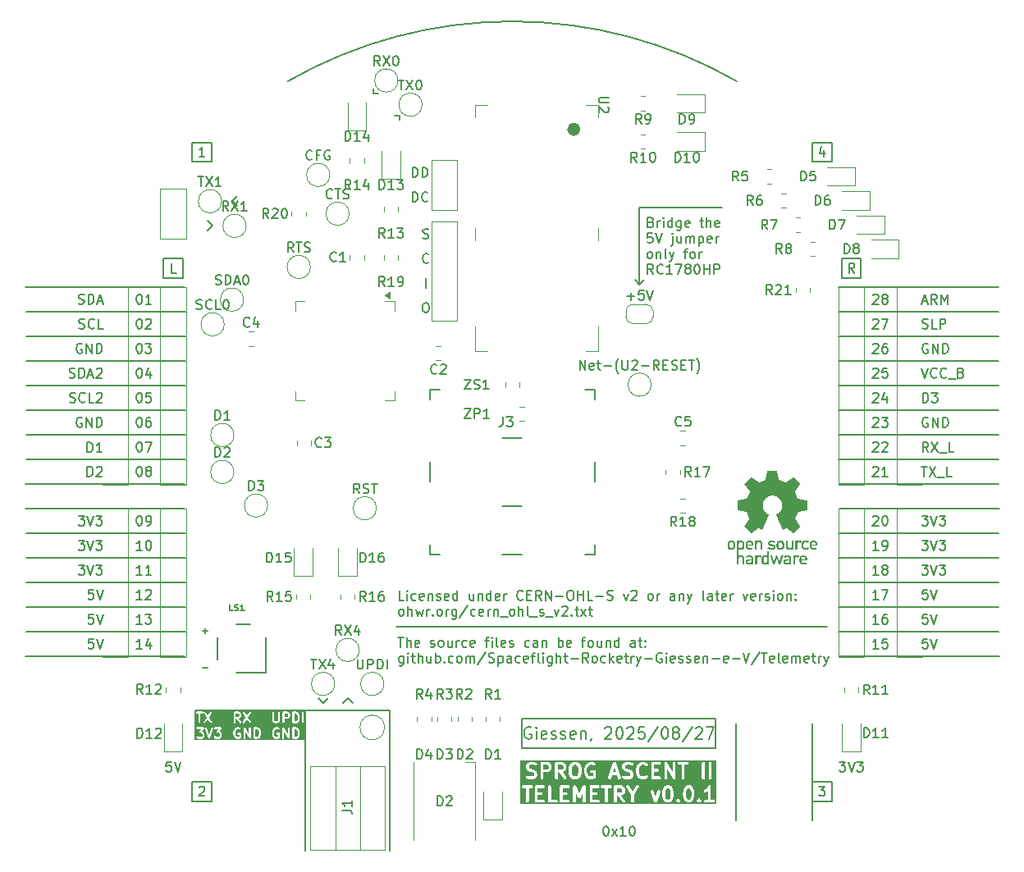
<source format=gbr>
%TF.GenerationSoftware,KiCad,Pcbnew,9.0.4*%
%TF.CreationDate,2025-08-27T20:59:25+02:00*%
%TF.ProjectId,TelemetryOnboard,54656c65-6d65-4747-9279-4f6e626f6172,rev?*%
%TF.SameCoordinates,Original*%
%TF.FileFunction,Legend,Top*%
%TF.FilePolarity,Positive*%
%FSLAX46Y46*%
G04 Gerber Fmt 4.6, Leading zero omitted, Abs format (unit mm)*
G04 Created by KiCad (PCBNEW 9.0.4) date 2025-08-27 20:59:25*
%MOMM*%
%LPD*%
G01*
G04 APERTURE LIST*
%ADD10C,0.200000*%
%ADD11C,0.150000*%
%ADD12C,0.000000*%
%ADD13C,0.300000*%
%ADD14C,0.120000*%
%ADD15C,0.100000*%
%ADD16C,0.127000*%
%ADD17C,0.695000*%
G04 APERTURE END LIST*
D10*
X-50165016Y-6349940D02*
X-33707016Y-6349940D01*
X33706984Y3810060D02*
X50164984Y3810060D01*
X33781984Y-19049940D02*
X50239984Y-19049940D01*
D11*
X-13860016Y39060062D02*
X-14360016Y39060062D01*
X-31440016Y25900060D02*
X-30940016Y25400060D01*
D10*
X-50165016Y13970060D02*
X-33707016Y13970060D01*
X33706984Y-13969940D02*
X50164984Y-13969940D01*
D11*
X-19525016Y-23874940D02*
X-20025016Y-23374940D01*
X-33025016Y34000060D02*
X-33025016Y32000060D01*
X-8500015Y-7499950D02*
X-8500015Y-8499950D01*
X13139984Y27310062D02*
X21639984Y27310062D01*
D10*
X-50240016Y-3809940D02*
X-33782016Y-3809940D01*
X33706984Y16510060D02*
X50164984Y16510060D01*
D11*
X-28900016Y27940060D02*
X-28400016Y27440060D01*
X30974984Y-31999940D02*
X30974984Y-33999940D01*
X-15Y46500060D02*
G75*
G02*
X23178892Y40311203I5J-46499981D01*
G01*
X-34000016Y22000060D02*
X-36000016Y22000060D01*
X-8500015Y-8499950D02*
X-7500015Y-8499950D01*
D12*
G36*
X25504898Y-7070170D02*
G01*
X25519142Y-7071188D01*
X25547751Y-7075249D01*
X25576288Y-7081993D01*
X25604469Y-7091402D01*
X25618338Y-7097099D01*
X25632014Y-7103455D01*
X25645459Y-7110468D01*
X25658640Y-7118134D01*
X25671522Y-7126452D01*
X25684068Y-7135419D01*
X25696244Y-7145033D01*
X25708014Y-7155291D01*
X25719344Y-7166190D01*
X25730197Y-7177730D01*
X25740540Y-7189906D01*
X25750337Y-7202716D01*
X25759552Y-7216159D01*
X25768150Y-7230232D01*
X25776097Y-7244931D01*
X25783356Y-7260256D01*
X25789893Y-7276203D01*
X25795673Y-7292770D01*
X25800660Y-7309955D01*
X25804820Y-7327755D01*
X25808116Y-7346167D01*
X25810514Y-7365190D01*
X25811979Y-7384821D01*
X25812475Y-7405057D01*
X25812475Y-8046672D01*
X25618271Y-8046672D01*
X25618271Y-7471732D01*
X25618038Y-7459567D01*
X25617345Y-7447731D01*
X25616201Y-7436227D01*
X25614616Y-7425059D01*
X25612598Y-7414231D01*
X25610156Y-7403747D01*
X25607300Y-7393610D01*
X25604039Y-7383824D01*
X25600381Y-7374394D01*
X25596336Y-7365322D01*
X25591913Y-7356613D01*
X25587121Y-7348270D01*
X25581969Y-7340297D01*
X25576466Y-7332698D01*
X25570622Y-7325477D01*
X25564444Y-7318638D01*
X25557943Y-7312183D01*
X25551128Y-7306118D01*
X25544007Y-7300445D01*
X25536589Y-7295169D01*
X25528885Y-7290294D01*
X25520902Y-7285822D01*
X25512650Y-7281759D01*
X25504138Y-7278107D01*
X25495375Y-7274870D01*
X25486370Y-7272053D01*
X25477132Y-7269659D01*
X25467671Y-7267692D01*
X25457995Y-7266155D01*
X25448114Y-7265053D01*
X25438036Y-7264389D01*
X25427770Y-7264167D01*
X25417500Y-7264389D01*
X25407406Y-7265053D01*
X25397500Y-7266155D01*
X25387790Y-7267692D01*
X25378287Y-7269659D01*
X25369000Y-7272053D01*
X25359939Y-7274870D01*
X25351114Y-7278107D01*
X25342534Y-7281759D01*
X25334210Y-7285822D01*
X25326150Y-7290294D01*
X25318366Y-7295169D01*
X25310866Y-7300445D01*
X25303660Y-7306118D01*
X25296758Y-7312183D01*
X25290171Y-7318638D01*
X25283907Y-7325477D01*
X25277976Y-7332698D01*
X25272388Y-7340297D01*
X25267154Y-7348270D01*
X25262282Y-7356613D01*
X25257782Y-7365322D01*
X25253665Y-7374394D01*
X25249940Y-7383824D01*
X25246616Y-7393610D01*
X25243704Y-7403747D01*
X25241213Y-7414231D01*
X25239153Y-7425059D01*
X25237534Y-7436227D01*
X25236365Y-7447731D01*
X25235657Y-7459567D01*
X25235419Y-7471732D01*
X25235419Y-8046672D01*
X25041214Y-8046672D01*
X25041347Y-8046671D01*
X25041347Y-7081340D01*
X25235551Y-7081340D01*
X25235551Y-7184130D01*
X25239387Y-7184130D01*
X25251109Y-7170289D01*
X25263443Y-7157341D01*
X25276372Y-7145286D01*
X25289879Y-7134124D01*
X25303946Y-7123855D01*
X25318557Y-7114479D01*
X25333693Y-7105995D01*
X25349338Y-7098405D01*
X25365474Y-7091708D01*
X25382085Y-7085904D01*
X25399153Y-7080992D01*
X25416660Y-7076974D01*
X25434590Y-7073848D01*
X25452925Y-7071616D01*
X25471648Y-7070276D01*
X25490741Y-7069830D01*
X25504898Y-7070170D01*
G37*
D10*
X-50240016Y-1269940D02*
X-33782016Y-1269940D01*
X-50165016Y-8889940D02*
X-33707016Y-8889940D01*
D11*
X-16985016Y-23374940D02*
X-16485016Y-23874940D01*
D12*
G36*
X24497424Y-7070291D02*
G01*
X24517132Y-7071666D01*
X24536615Y-7073943D01*
X24555845Y-7077110D01*
X24574794Y-7081154D01*
X24593432Y-7086064D01*
X24611731Y-7091826D01*
X24629663Y-7098430D01*
X24647199Y-7105862D01*
X24664310Y-7114110D01*
X24680967Y-7123163D01*
X24697143Y-7133008D01*
X24712809Y-7143632D01*
X24727935Y-7155024D01*
X24742494Y-7167171D01*
X24756456Y-7180062D01*
X24769794Y-7193684D01*
X24782479Y-7208024D01*
X24794481Y-7223071D01*
X24805773Y-7238812D01*
X24816326Y-7255235D01*
X24826112Y-7272328D01*
X24835101Y-7290079D01*
X24843265Y-7308476D01*
X24850575Y-7327506D01*
X24857004Y-7347156D01*
X24862522Y-7367416D01*
X24867101Y-7388272D01*
X24870712Y-7409713D01*
X24873327Y-7431726D01*
X24874917Y-7454299D01*
X24875453Y-7477420D01*
X24875453Y-7637362D01*
X24273790Y-7637362D01*
X24274073Y-7651954D01*
X24274913Y-7666088D01*
X24276301Y-7679764D01*
X24278223Y-7692982D01*
X24280670Y-7705741D01*
X24283630Y-7718041D01*
X24287093Y-7729882D01*
X24291046Y-7741262D01*
X24295479Y-7752182D01*
X24300381Y-7762642D01*
X24305740Y-7772641D01*
X24311546Y-7782178D01*
X24317787Y-7791254D01*
X24324452Y-7799868D01*
X24331530Y-7808019D01*
X24339010Y-7815707D01*
X24346881Y-7822932D01*
X24355131Y-7829694D01*
X24363749Y-7835992D01*
X24372725Y-7841826D01*
X24382047Y-7847195D01*
X24391703Y-7852099D01*
X24401684Y-7856538D01*
X24411977Y-7860511D01*
X24422572Y-7864018D01*
X24433457Y-7867058D01*
X24444622Y-7869632D01*
X24456054Y-7871739D01*
X24467744Y-7873378D01*
X24479679Y-7874549D01*
X24491849Y-7875252D01*
X24504243Y-7875486D01*
X24518218Y-7875086D01*
X24532284Y-7873893D01*
X24546401Y-7871923D01*
X24560526Y-7869190D01*
X24574618Y-7865708D01*
X24588635Y-7861492D01*
X24602535Y-7856556D01*
X24616277Y-7850913D01*
X24629819Y-7844580D01*
X24643119Y-7837569D01*
X24656136Y-7829896D01*
X24668828Y-7821574D01*
X24681153Y-7812618D01*
X24693070Y-7803042D01*
X24704537Y-7792861D01*
X24715512Y-7782089D01*
X24856403Y-7901945D01*
X24838216Y-7921902D01*
X24819395Y-7940368D01*
X24799974Y-7957370D01*
X24779986Y-7972938D01*
X24759463Y-7987099D01*
X24738440Y-7999881D01*
X24716949Y-8011312D01*
X24695024Y-8021420D01*
X24672696Y-8030235D01*
X24650001Y-8037782D01*
X24626970Y-8044092D01*
X24603637Y-8049191D01*
X24580035Y-8053109D01*
X24556197Y-8055872D01*
X24532157Y-8057509D01*
X24507947Y-8058049D01*
X24470500Y-8056882D01*
X24432681Y-8053183D01*
X24394875Y-8046648D01*
X24357467Y-8036979D01*
X24320841Y-8023874D01*
X24302941Y-8015938D01*
X24285381Y-8007031D01*
X24268209Y-7997114D01*
X24251473Y-7986150D01*
X24235221Y-7974101D01*
X24219501Y-7960930D01*
X24204362Y-7946599D01*
X24189850Y-7931070D01*
X24176015Y-7914306D01*
X24162904Y-7896269D01*
X24150566Y-7876922D01*
X24139049Y-7856226D01*
X24128400Y-7834145D01*
X24118668Y-7810641D01*
X24109901Y-7785675D01*
X24102147Y-7759211D01*
X24095454Y-7731211D01*
X24089870Y-7701637D01*
X24085443Y-7670451D01*
X24082221Y-7637617D01*
X24080253Y-7603095D01*
X24079586Y-7566850D01*
X24080198Y-7532427D01*
X24082004Y-7499462D01*
X24084060Y-7477553D01*
X24273790Y-7477553D01*
X24681249Y-7477553D01*
X24680488Y-7464000D01*
X24679277Y-7450852D01*
X24677627Y-7438109D01*
X24675544Y-7425773D01*
X24673038Y-7413847D01*
X24670118Y-7402331D01*
X24666793Y-7391229D01*
X24663071Y-7380540D01*
X24658961Y-7370268D01*
X24654472Y-7360413D01*
X24649612Y-7350978D01*
X24644390Y-7341964D01*
X24638816Y-7333373D01*
X24632898Y-7325207D01*
X24626644Y-7317467D01*
X24620064Y-7310155D01*
X24613166Y-7303273D01*
X24605958Y-7296822D01*
X24598451Y-7290805D01*
X24590652Y-7285223D01*
X24582570Y-7280077D01*
X24574215Y-7275370D01*
X24565594Y-7271103D01*
X24556717Y-7267278D01*
X24547592Y-7263896D01*
X24538228Y-7260960D01*
X24528634Y-7258471D01*
X24518819Y-7256430D01*
X24508791Y-7254840D01*
X24498559Y-7253702D01*
X24488132Y-7253018D01*
X24477519Y-7252790D01*
X24466901Y-7253018D01*
X24456459Y-7253702D01*
X24446204Y-7254840D01*
X24436144Y-7256430D01*
X24426290Y-7258471D01*
X24416652Y-7260960D01*
X24407239Y-7263896D01*
X24398062Y-7267278D01*
X24389129Y-7271103D01*
X24380451Y-7275370D01*
X24372038Y-7280077D01*
X24363899Y-7285222D01*
X24356044Y-7290805D01*
X24348482Y-7296822D01*
X24341225Y-7303272D01*
X24334281Y-7310155D01*
X24327660Y-7317466D01*
X24321372Y-7325206D01*
X24315427Y-7333373D01*
X24309835Y-7341964D01*
X24304605Y-7350978D01*
X24299747Y-7360413D01*
X24295271Y-7370267D01*
X24291187Y-7380540D01*
X24287504Y-7391228D01*
X24284233Y-7402331D01*
X24281383Y-7413847D01*
X24278963Y-7425773D01*
X24276985Y-7438109D01*
X24275456Y-7450852D01*
X24274388Y-7464000D01*
X24273790Y-7477553D01*
X24084060Y-7477553D01*
X24084963Y-7467933D01*
X24089029Y-7437814D01*
X24094160Y-7409082D01*
X24100314Y-7381713D01*
X24107446Y-7355683D01*
X24115514Y-7330967D01*
X24124474Y-7307543D01*
X24134283Y-7285385D01*
X24144899Y-7264470D01*
X24156277Y-7244774D01*
X24168375Y-7226273D01*
X24181149Y-7208942D01*
X24194557Y-7192758D01*
X24208554Y-7177697D01*
X24223099Y-7163735D01*
X24238147Y-7150847D01*
X24253655Y-7139011D01*
X24269581Y-7128201D01*
X24285881Y-7118394D01*
X24302512Y-7109565D01*
X24319431Y-7101691D01*
X24336594Y-7094748D01*
X24353958Y-7088712D01*
X24371481Y-7083558D01*
X24389119Y-7079264D01*
X24406828Y-7075803D01*
X24442289Y-7071291D01*
X24477519Y-7069830D01*
X24497424Y-7070291D01*
G37*
D11*
X-21325016Y-24574940D02*
X-21325016Y-39074940D01*
D10*
X33706984Y13970060D02*
X50164984Y13970060D01*
X-50165016Y-16509940D02*
X-33707016Y-16509940D01*
D12*
G36*
X27303330Y148216D02*
G01*
X27305368Y148064D01*
X27307397Y147815D01*
X27309413Y147469D01*
X27311415Y147031D01*
X27313397Y146501D01*
X27315358Y145884D01*
X27317295Y145181D01*
X27319204Y144395D01*
X27321082Y143528D01*
X27322926Y142583D01*
X27324733Y141563D01*
X27326500Y140469D01*
X27328224Y139305D01*
X27329902Y138073D01*
X27331531Y136774D01*
X27333107Y135413D01*
X27334628Y133991D01*
X27336090Y132511D01*
X27337491Y130975D01*
X27338828Y129386D01*
X27340096Y127746D01*
X27341294Y126058D01*
X27342418Y124325D01*
X27343465Y122548D01*
X27344432Y120730D01*
X27345316Y118874D01*
X27346114Y116983D01*
X27346822Y115058D01*
X27347438Y113102D01*
X27347959Y111118D01*
X27348381Y109109D01*
X27518508Y-805026D01*
X27518928Y-807053D01*
X27519441Y-809085D01*
X27520044Y-811122D01*
X27520734Y-813158D01*
X27522365Y-817218D01*
X27524311Y-821238D01*
X27526547Y-825193D01*
X27529050Y-829055D01*
X27531796Y-832798D01*
X27534764Y-836396D01*
X27537928Y-839822D01*
X27541265Y-843049D01*
X27544753Y-846051D01*
X27548367Y-848801D01*
X27552084Y-851272D01*
X27555881Y-853439D01*
X27557802Y-854400D01*
X27559734Y-855275D01*
X27561674Y-856060D01*
X27563620Y-856753D01*
X28176263Y-1107578D01*
X28180061Y-1109272D01*
X28184091Y-1110688D01*
X28188316Y-1111827D01*
X28192702Y-1112691D01*
X28197212Y-1113285D01*
X28201812Y-1113610D01*
X28206466Y-1113669D01*
X28211138Y-1113464D01*
X28215793Y-1113000D01*
X28220395Y-1112277D01*
X28224910Y-1111300D01*
X28229301Y-1110070D01*
X28233533Y-1108591D01*
X28237571Y-1106865D01*
X28241379Y-1104895D01*
X28244922Y-1102683D01*
X29008642Y-578543D01*
X29010356Y-577421D01*
X29012122Y-576388D01*
X29013935Y-575441D01*
X29015793Y-574582D01*
X29017691Y-573810D01*
X29019624Y-573124D01*
X29021590Y-572524D01*
X29023584Y-572009D01*
X29025603Y-571580D01*
X29027641Y-571235D01*
X29031763Y-570797D01*
X29035919Y-570693D01*
X29040077Y-570920D01*
X29044206Y-571474D01*
X29048273Y-572351D01*
X29052248Y-573549D01*
X29054191Y-574267D01*
X29056099Y-575064D01*
X29057968Y-575940D01*
X29059794Y-576893D01*
X29061573Y-577925D01*
X29063301Y-579033D01*
X29064975Y-580219D01*
X29066590Y-581480D01*
X29068142Y-582818D01*
X29069628Y-584232D01*
X29712830Y-1227434D01*
X29714255Y-1228931D01*
X29715601Y-1230493D01*
X29716870Y-1232117D01*
X29718061Y-1233798D01*
X29719173Y-1235533D01*
X29720206Y-1237318D01*
X29722034Y-1241020D01*
X29723544Y-1244876D01*
X29724734Y-1248853D01*
X29725600Y-1252922D01*
X29726142Y-1257051D01*
X29726356Y-1261209D01*
X29726241Y-1265366D01*
X29725795Y-1269490D01*
X29725015Y-1273552D01*
X29723900Y-1277520D01*
X29723215Y-1279459D01*
X29722447Y-1281363D01*
X29721593Y-1283228D01*
X29720653Y-1285051D01*
X29719629Y-1286827D01*
X29718518Y-1288552D01*
X29203507Y-2039175D01*
X29201276Y-2042737D01*
X29199298Y-2046553D01*
X29197575Y-2050589D01*
X29196109Y-2054811D01*
X29194900Y-2059185D01*
X29193951Y-2063676D01*
X29193264Y-2068252D01*
X29192841Y-2072877D01*
X29192682Y-2077517D01*
X29192790Y-2082139D01*
X29193167Y-2086709D01*
X29193814Y-2091191D01*
X29194734Y-2095552D01*
X29195927Y-2099759D01*
X29197395Y-2103776D01*
X29199141Y-2107570D01*
X29470074Y-2739660D01*
X29471601Y-2743544D01*
X29473486Y-2747393D01*
X29475702Y-2751183D01*
X29478221Y-2754892D01*
X29481017Y-2758496D01*
X29484062Y-2761972D01*
X29487331Y-2765298D01*
X29490795Y-2768450D01*
X29494428Y-2771404D01*
X29498203Y-2774139D01*
X29502094Y-2776631D01*
X29506073Y-2778857D01*
X29510112Y-2780794D01*
X29514186Y-2782418D01*
X29518268Y-2783708D01*
X29522330Y-2784639D01*
X30406170Y-2948945D01*
X30406832Y-2948945D01*
X30408841Y-2949379D01*
X30410825Y-2949910D01*
X30412780Y-2950535D01*
X30414705Y-2951251D01*
X30416596Y-2952055D01*
X30418452Y-2952944D01*
X30420269Y-2953916D01*
X30422045Y-2954966D01*
X30423778Y-2956093D01*
X30425465Y-2957293D01*
X30428691Y-2959900D01*
X30431703Y-2962764D01*
X30434481Y-2965862D01*
X30437004Y-2969168D01*
X30439254Y-2972661D01*
X30441208Y-2976314D01*
X30442069Y-2978194D01*
X30442848Y-2980106D01*
X30443544Y-2982046D01*
X30444153Y-2984011D01*
X30444674Y-2985999D01*
X30445103Y-2988007D01*
X30445439Y-2990031D01*
X30445678Y-2992069D01*
X30445818Y-2994117D01*
X30445857Y-2996173D01*
X30445857Y-3905811D01*
X30445806Y-3907867D01*
X30445655Y-3909916D01*
X30445405Y-3911956D01*
X30445059Y-3913982D01*
X30444621Y-3915992D01*
X30444092Y-3917984D01*
X30443474Y-3919953D01*
X30442771Y-3921896D01*
X30441985Y-3923812D01*
X30441119Y-3925696D01*
X30440174Y-3927546D01*
X30439153Y-3929358D01*
X30438060Y-3931130D01*
X30436895Y-3932858D01*
X30435663Y-3934540D01*
X30434365Y-3936172D01*
X30433003Y-3937751D01*
X30431581Y-3939274D01*
X30430101Y-3940739D01*
X30428565Y-3942142D01*
X30426976Y-3943480D01*
X30425336Y-3944750D01*
X30423648Y-3945949D01*
X30421915Y-3947073D01*
X30420138Y-3948121D01*
X30418320Y-3949089D01*
X30416464Y-3949973D01*
X30414573Y-3950771D01*
X30412648Y-3951479D01*
X30410692Y-3952096D01*
X30408708Y-3952616D01*
X30406699Y-3953039D01*
X29544554Y-4113509D01*
X29542517Y-4113929D01*
X29540477Y-4114443D01*
X29538435Y-4115048D01*
X29536397Y-4115741D01*
X29532340Y-4117379D01*
X29528332Y-4119334D01*
X29524399Y-4121582D01*
X29520565Y-4124099D01*
X29516857Y-4126862D01*
X29513301Y-4129847D01*
X29509921Y-4133030D01*
X29506743Y-4136389D01*
X29503793Y-4139898D01*
X29501097Y-4143535D01*
X29498680Y-4147276D01*
X29496567Y-4151097D01*
X29494785Y-4154974D01*
X29494025Y-4156927D01*
X29493358Y-4158885D01*
X29224144Y-4831191D01*
X29222474Y-4835011D01*
X29221083Y-4839057D01*
X29219968Y-4843294D01*
X29219126Y-4847686D01*
X29218553Y-4852199D01*
X29218247Y-4856799D01*
X29218205Y-4861449D01*
X29218423Y-4866116D01*
X29218899Y-4870764D01*
X29219628Y-4875359D01*
X29220609Y-4879865D01*
X29221838Y-4884248D01*
X29223312Y-4888473D01*
X29225028Y-4892505D01*
X29226982Y-4896309D01*
X29229172Y-4899850D01*
X29718916Y-5613432D01*
X29720037Y-5615146D01*
X29721071Y-5616913D01*
X29722017Y-5618728D01*
X29722876Y-5620588D01*
X29723649Y-5622489D01*
X29724335Y-5624426D01*
X29724935Y-5626396D01*
X29725450Y-5628395D01*
X29725879Y-5630418D01*
X29726224Y-5632462D01*
X29726662Y-5636595D01*
X29726765Y-5640763D01*
X29726539Y-5644933D01*
X29725985Y-5649074D01*
X29725108Y-5653154D01*
X29723910Y-5657140D01*
X29723192Y-5659088D01*
X29722395Y-5661001D01*
X29721519Y-5662874D01*
X29720565Y-5664704D01*
X29719534Y-5666487D01*
X29718426Y-5668218D01*
X29717240Y-5669894D01*
X29715978Y-5671511D01*
X29714641Y-5673064D01*
X29713227Y-5674550D01*
X29069893Y-6317752D01*
X29068419Y-6319165D01*
X29066878Y-6320502D01*
X29065274Y-6321762D01*
X29063610Y-6322945D01*
X29061891Y-6324051D01*
X29060120Y-6325079D01*
X29056439Y-6326901D01*
X29052599Y-6328408D01*
X29048632Y-6329598D01*
X29044569Y-6330468D01*
X29040442Y-6331015D01*
X29036282Y-6331236D01*
X29032121Y-6331129D01*
X29027992Y-6330691D01*
X29023924Y-6329919D01*
X29019950Y-6328811D01*
X29018008Y-6328130D01*
X29016101Y-6327364D01*
X29014234Y-6326512D01*
X29012410Y-6325575D01*
X29010633Y-6324551D01*
X29008907Y-6323441D01*
X28307893Y-5842296D01*
X28304359Y-5840123D01*
X28300578Y-5838217D01*
X28296582Y-5836579D01*
X28292406Y-5835210D01*
X28288085Y-5834111D01*
X28283652Y-5833283D01*
X28279142Y-5832725D01*
X28274588Y-5832440D01*
X28270025Y-5832428D01*
X28265487Y-5832689D01*
X28261008Y-5833225D01*
X28256622Y-5834036D01*
X28252363Y-5835123D01*
X28248265Y-5836487D01*
X28244362Y-5838128D01*
X28240689Y-5840047D01*
X27931523Y-6005147D01*
X27929679Y-6006036D01*
X27927818Y-6006817D01*
X27925944Y-6007492D01*
X27924061Y-6008062D01*
X27922171Y-6008529D01*
X27920279Y-6008894D01*
X27918387Y-6009157D01*
X27916498Y-6009320D01*
X27914616Y-6009385D01*
X27912744Y-6009353D01*
X27910885Y-6009224D01*
X27909043Y-6009000D01*
X27907221Y-6008683D01*
X27905422Y-6008273D01*
X27903649Y-6007772D01*
X27901907Y-6007181D01*
X27900197Y-6006501D01*
X27898523Y-6005734D01*
X27896888Y-6004880D01*
X27895297Y-6003942D01*
X27893751Y-6002919D01*
X27892255Y-6001814D01*
X27890811Y-6000628D01*
X27889424Y-5999361D01*
X27888095Y-5998016D01*
X27886829Y-5996593D01*
X27885628Y-5995093D01*
X27884496Y-5993519D01*
X27883436Y-5991870D01*
X27882452Y-5990149D01*
X27881547Y-5988357D01*
X27880723Y-5986494D01*
X27243342Y-4446222D01*
X27242598Y-4444309D01*
X27241951Y-4442367D01*
X27241402Y-4440399D01*
X27240948Y-4438410D01*
X27240588Y-4436403D01*
X27240321Y-4434382D01*
X27240146Y-4432349D01*
X27240062Y-4430310D01*
X27240067Y-4428267D01*
X27240160Y-4426224D01*
X27240340Y-4424185D01*
X27240605Y-4422154D01*
X27240955Y-4420133D01*
X27241388Y-4418128D01*
X27241903Y-4416140D01*
X27242499Y-4414175D01*
X27243174Y-4412235D01*
X27243927Y-4410324D01*
X27244758Y-4408446D01*
X27245664Y-4406604D01*
X27246644Y-4404803D01*
X27247698Y-4403046D01*
X27248824Y-4401335D01*
X27250021Y-4399676D01*
X27251287Y-4398072D01*
X27252622Y-4396525D01*
X27254023Y-4395041D01*
X27255491Y-4393622D01*
X27257023Y-4392273D01*
X27258619Y-4390996D01*
X27260276Y-4389796D01*
X27261995Y-4388675D01*
X27339386Y-4341315D01*
X27344967Y-4337764D01*
X27350920Y-4333717D01*
X27357134Y-4329260D01*
X27363496Y-4324481D01*
X27369896Y-4319466D01*
X27376221Y-4314303D01*
X27382360Y-4309077D01*
X27388202Y-4303876D01*
X27439415Y-4268840D01*
X27488291Y-4230793D01*
X27534695Y-4189869D01*
X27578495Y-4146200D01*
X27619557Y-4099919D01*
X27657748Y-4051160D01*
X27692935Y-4000055D01*
X27724983Y-3946739D01*
X27753761Y-3891344D01*
X27779134Y-3834002D01*
X27800969Y-3774849D01*
X27819133Y-3714015D01*
X27833493Y-3651635D01*
X27843915Y-3587842D01*
X27850266Y-3522769D01*
X27852413Y-3456549D01*
X27851104Y-3404790D01*
X27847219Y-3353709D01*
X27840820Y-3303371D01*
X27831973Y-3253837D01*
X27820739Y-3205172D01*
X27807181Y-3157439D01*
X27791364Y-3110701D01*
X27773350Y-3065021D01*
X27753203Y-3020463D01*
X27730986Y-2977089D01*
X27706761Y-2934963D01*
X27680593Y-2894148D01*
X27652545Y-2854708D01*
X27622680Y-2816705D01*
X27591060Y-2780203D01*
X27557750Y-2745266D01*
X27522812Y-2711956D01*
X27486311Y-2680336D01*
X27448308Y-2650471D01*
X27408868Y-2622422D01*
X27368053Y-2596255D01*
X27325927Y-2572030D01*
X27282553Y-2549813D01*
X27237995Y-2529666D01*
X27192315Y-2511652D01*
X27145577Y-2495835D01*
X27097843Y-2482277D01*
X27049179Y-2471043D01*
X26999645Y-2462195D01*
X26949307Y-2455797D01*
X26898226Y-2451912D01*
X26846467Y-2450603D01*
X26794708Y-2451911D01*
X26743627Y-2455796D01*
X26693289Y-2462192D01*
X26643756Y-2471038D01*
X26595091Y-2482269D01*
X26547358Y-2495823D01*
X26500619Y-2511637D01*
X26454939Y-2529647D01*
X26410381Y-2549790D01*
X26367007Y-2572004D01*
X26324881Y-2596224D01*
X26284066Y-2622388D01*
X26244626Y-2650432D01*
X26206624Y-2680294D01*
X26170122Y-2711910D01*
X26135184Y-2745216D01*
X26101874Y-2780151D01*
X26070255Y-2816650D01*
X26040389Y-2854651D01*
X26012341Y-2894090D01*
X25986173Y-2934904D01*
X25961949Y-2977030D01*
X25939731Y-3020405D01*
X25919584Y-3064965D01*
X25901570Y-3110648D01*
X25885753Y-3157390D01*
X25872196Y-3205128D01*
X25860961Y-3253799D01*
X25852114Y-3303340D01*
X25845716Y-3353687D01*
X25841830Y-3404778D01*
X25840521Y-3456549D01*
X25841061Y-3489793D01*
X25842668Y-3522767D01*
X25845326Y-3555454D01*
X25849019Y-3587837D01*
X25853729Y-3619899D01*
X25859441Y-3651624D01*
X25866137Y-3682995D01*
X25873801Y-3713996D01*
X25882416Y-3744611D01*
X25891965Y-3774822D01*
X25902432Y-3804613D01*
X25913800Y-3833967D01*
X25926053Y-3862869D01*
X25939174Y-3891300D01*
X25967951Y-3946689D01*
X26000000Y-4000000D01*
X26035186Y-4051101D01*
X26073377Y-4099860D01*
X26114439Y-4146143D01*
X26158239Y-4189819D01*
X26204644Y-4230755D01*
X26253519Y-4268819D01*
X26304733Y-4303876D01*
X26310618Y-4309077D01*
X26316790Y-4314303D01*
X26323139Y-4319466D01*
X26329554Y-4324481D01*
X26335926Y-4329260D01*
X26342145Y-4333716D01*
X26348099Y-4337764D01*
X26353681Y-4341315D01*
X26431071Y-4388675D01*
X26432790Y-4389784D01*
X26434448Y-4390974D01*
X26436043Y-4392242D01*
X26437576Y-4393584D01*
X26439043Y-4394997D01*
X26440445Y-4396476D01*
X26443046Y-4399620D01*
X26445369Y-4402987D01*
X26447403Y-4406546D01*
X26449139Y-4410269D01*
X26450568Y-4414125D01*
X26451679Y-4418085D01*
X26452462Y-4422119D01*
X26452907Y-4426198D01*
X26453005Y-4430291D01*
X26452746Y-4434370D01*
X26452479Y-4436395D01*
X26452119Y-4438405D01*
X26451665Y-4440396D01*
X26451115Y-4442365D01*
X26450469Y-4444309D01*
X26449724Y-4446222D01*
X25812343Y-5986494D01*
X25811520Y-5988357D01*
X25810615Y-5990149D01*
X25809630Y-5991870D01*
X25808571Y-5993519D01*
X25807439Y-5995093D01*
X25806238Y-5996593D01*
X25804972Y-5998016D01*
X25803643Y-5999361D01*
X25802255Y-6000628D01*
X25800812Y-6001814D01*
X25799316Y-6002919D01*
X25797770Y-6003942D01*
X25796178Y-6004880D01*
X25794544Y-6005734D01*
X25792870Y-6006501D01*
X25791160Y-6007181D01*
X25789417Y-6007772D01*
X25787645Y-6008273D01*
X25785846Y-6008683D01*
X25784024Y-6009000D01*
X25782182Y-6009224D01*
X25780323Y-6009353D01*
X25778451Y-6009385D01*
X25776569Y-6009320D01*
X25774680Y-6009157D01*
X25772788Y-6008894D01*
X25770895Y-6008529D01*
X25769006Y-6008062D01*
X25767123Y-6007492D01*
X25765249Y-6006817D01*
X25763388Y-6006036D01*
X25761544Y-6005147D01*
X25452378Y-5840047D01*
X25448705Y-5838106D01*
X25444802Y-5836449D01*
X25440704Y-5835074D01*
X25436445Y-5833980D01*
X25432059Y-5833167D01*
X25427579Y-5832631D01*
X25423041Y-5832373D01*
X25418478Y-5832391D01*
X25413924Y-5832683D01*
X25409414Y-5833248D01*
X25404981Y-5834085D01*
X25400660Y-5835192D01*
X25396485Y-5836568D01*
X25392489Y-5838211D01*
X25388707Y-5840121D01*
X25385174Y-5842296D01*
X24684160Y-6323441D01*
X24682434Y-6324551D01*
X24680657Y-6325575D01*
X24678833Y-6326512D01*
X24676965Y-6327364D01*
X24675058Y-6328130D01*
X24673116Y-6328811D01*
X24671142Y-6329407D01*
X24669141Y-6329919D01*
X24665071Y-6330691D01*
X24660938Y-6331129D01*
X24656774Y-6331236D01*
X24652609Y-6331015D01*
X24648475Y-6330468D01*
X24644403Y-6329598D01*
X24640425Y-6328409D01*
X24638481Y-6327695D01*
X24636573Y-6326901D01*
X24634703Y-6326030D01*
X24632876Y-6325079D01*
X24631097Y-6324051D01*
X24629368Y-6322946D01*
X24627695Y-6321762D01*
X24626080Y-6320502D01*
X24624527Y-6319166D01*
X24623042Y-6317752D01*
X23979707Y-5674550D01*
X23978294Y-5673065D01*
X23976957Y-5671512D01*
X23975697Y-5669897D01*
X23974514Y-5668224D01*
X23973408Y-5666495D01*
X23972380Y-5664716D01*
X23970558Y-5661019D01*
X23969051Y-5657167D01*
X23967861Y-5653189D01*
X23966992Y-5649117D01*
X23966445Y-5644983D01*
X23966224Y-5640818D01*
X23966331Y-5636653D01*
X23966769Y-5632521D01*
X23967541Y-5628451D01*
X23968649Y-5624476D01*
X23969330Y-5622533D01*
X23970096Y-5620626D01*
X23970948Y-5618759D01*
X23971885Y-5616935D01*
X23972909Y-5615158D01*
X23974019Y-5613432D01*
X24463763Y-4899850D01*
X24465998Y-4896309D01*
X24467989Y-4892505D01*
X24469733Y-4888473D01*
X24471229Y-4884248D01*
X24472473Y-4879865D01*
X24473464Y-4875359D01*
X24474199Y-4870764D01*
X24474677Y-4866116D01*
X24474893Y-4861449D01*
X24474847Y-4856799D01*
X24474536Y-4852199D01*
X24473957Y-4847686D01*
X24473109Y-4843294D01*
X24471988Y-4839057D01*
X24470593Y-4835011D01*
X24468922Y-4831191D01*
X24199708Y-4158885D01*
X24198280Y-4154974D01*
X24196494Y-4151097D01*
X24194375Y-4147276D01*
X24191951Y-4143535D01*
X24189246Y-4139898D01*
X24186288Y-4136389D01*
X24183103Y-4133030D01*
X24179716Y-4129847D01*
X24176154Y-4126862D01*
X24172443Y-4124099D01*
X24168609Y-4121582D01*
X24164678Y-4119334D01*
X24160677Y-4117379D01*
X24156631Y-4115741D01*
X24152567Y-4114443D01*
X24150537Y-4113929D01*
X24148511Y-4113509D01*
X23286367Y-3953039D01*
X23284357Y-3952616D01*
X23282372Y-3952096D01*
X23280415Y-3951479D01*
X23278487Y-3950771D01*
X23276593Y-3949973D01*
X23274733Y-3949088D01*
X23272912Y-3948121D01*
X23271130Y-3947073D01*
X23269392Y-3945948D01*
X23267699Y-3944750D01*
X23264459Y-3942142D01*
X23261431Y-3939274D01*
X23258635Y-3936172D01*
X23256092Y-3932858D01*
X23253822Y-3929358D01*
X23251846Y-3925696D01*
X23250974Y-3923812D01*
X23250183Y-3921896D01*
X23249476Y-3919953D01*
X23248854Y-3917984D01*
X23248322Y-3915992D01*
X23247880Y-3913982D01*
X23247532Y-3911956D01*
X23247281Y-3909916D01*
X23247128Y-3907867D01*
X23247076Y-3905811D01*
X23247076Y-2996173D01*
X23247127Y-2994117D01*
X23247279Y-2992069D01*
X23247529Y-2990031D01*
X23247874Y-2988007D01*
X23248313Y-2986000D01*
X23248842Y-2984011D01*
X23249459Y-2982046D01*
X23250162Y-2980106D01*
X23250948Y-2978194D01*
X23251815Y-2976314D01*
X23252760Y-2974469D01*
X23253780Y-2972661D01*
X23254874Y-2970893D01*
X23256038Y-2969169D01*
X23257271Y-2967491D01*
X23258569Y-2965862D01*
X23259930Y-2964286D01*
X23261352Y-2962764D01*
X23262833Y-2961302D01*
X23264368Y-2959900D01*
X23265957Y-2958563D01*
X23267597Y-2957293D01*
X23269285Y-2956093D01*
X23271019Y-2954966D01*
X23272796Y-2953916D01*
X23274613Y-2952944D01*
X23276469Y-2952055D01*
X23278361Y-2951251D01*
X23280286Y-2950535D01*
X23282241Y-2949910D01*
X23284225Y-2949379D01*
X23286235Y-2948945D01*
X24170075Y-2784639D01*
X24172102Y-2784220D01*
X24174137Y-2783708D01*
X24176177Y-2783107D01*
X24178218Y-2782419D01*
X24182293Y-2780794D01*
X24186332Y-2778857D01*
X24190311Y-2776631D01*
X24194201Y-2774140D01*
X24197977Y-2771405D01*
X24201610Y-2768450D01*
X24205074Y-2765298D01*
X24208343Y-2761972D01*
X24211388Y-2758496D01*
X24214184Y-2754892D01*
X24216703Y-2751183D01*
X24218918Y-2747393D01*
X24219904Y-2745474D01*
X24220803Y-2743544D01*
X24221613Y-2741605D01*
X24222330Y-2739660D01*
X24493263Y-2107570D01*
X24495008Y-2103775D01*
X24496473Y-2099753D01*
X24497661Y-2095541D01*
X24498574Y-2091172D01*
X24499215Y-2086682D01*
X24499586Y-2082104D01*
X24499691Y-2077475D01*
X24499531Y-2072827D01*
X24499109Y-2068197D01*
X24498427Y-2063618D01*
X24497489Y-2059126D01*
X24496296Y-2054755D01*
X24494851Y-2050540D01*
X24493157Y-2046515D01*
X24491216Y-2042715D01*
X24489030Y-2039175D01*
X23974019Y-1288552D01*
X23972897Y-1286826D01*
X23971863Y-1285049D01*
X23970917Y-1283225D01*
X23970058Y-1281358D01*
X23969285Y-1279451D01*
X23968599Y-1277508D01*
X23967999Y-1275535D01*
X23967484Y-1273533D01*
X23967055Y-1271508D01*
X23966710Y-1269464D01*
X23966272Y-1265331D01*
X23966169Y-1261166D01*
X23966395Y-1257001D01*
X23966949Y-1252867D01*
X23967826Y-1248795D01*
X23969024Y-1244817D01*
X23969743Y-1242873D01*
X23970540Y-1240965D01*
X23971415Y-1239095D01*
X23972369Y-1237269D01*
X23973400Y-1235489D01*
X23974509Y-1233760D01*
X23975694Y-1232087D01*
X23976956Y-1230472D01*
X23978294Y-1228919D01*
X23979707Y-1227434D01*
X24622909Y-584232D01*
X24624395Y-582807D01*
X24625947Y-581459D01*
X24627562Y-580188D01*
X24629236Y-578995D01*
X24630964Y-577881D01*
X24632744Y-576844D01*
X24636440Y-575008D01*
X24640293Y-573490D01*
X24644270Y-572293D01*
X24648342Y-571419D01*
X24652476Y-570870D01*
X24656641Y-570651D01*
X24660806Y-570762D01*
X24664939Y-571208D01*
X24669008Y-571991D01*
X24672983Y-573113D01*
X24674926Y-573802D01*
X24676833Y-574577D01*
X24678700Y-575438D01*
X24680524Y-576386D01*
X24682302Y-577421D01*
X24684028Y-578543D01*
X25447747Y-1102683D01*
X25451267Y-1104871D01*
X25455055Y-1106821D01*
X25459075Y-1108531D01*
X25463294Y-1109996D01*
X25467674Y-1111215D01*
X25472181Y-1112184D01*
X25476779Y-1112902D01*
X25481432Y-1113365D01*
X25486106Y-1113571D01*
X25490764Y-1113517D01*
X25495372Y-1113200D01*
X25499893Y-1112617D01*
X25504293Y-1111766D01*
X25508535Y-1110645D01*
X25512585Y-1109249D01*
X25516407Y-1107578D01*
X26129182Y-856753D01*
X26133066Y-855275D01*
X26136915Y-853439D01*
X26140706Y-851272D01*
X26144416Y-848801D01*
X26148022Y-846050D01*
X26151501Y-843049D01*
X26154831Y-839822D01*
X26157988Y-836396D01*
X26160950Y-832798D01*
X26163694Y-829055D01*
X26166197Y-825193D01*
X26168435Y-821238D01*
X26170387Y-817218D01*
X26172029Y-813158D01*
X26173339Y-809085D01*
X26174293Y-805026D01*
X26344420Y109109D01*
X26344842Y111118D01*
X26345363Y113102D01*
X26345979Y115058D01*
X26346688Y116983D01*
X26347486Y118874D01*
X26348370Y120730D01*
X26349337Y122548D01*
X26350384Y124325D01*
X26351508Y126058D01*
X26352705Y127746D01*
X26355310Y130975D01*
X26358174Y133991D01*
X26361271Y136774D01*
X26364577Y139305D01*
X26368069Y141563D01*
X26371720Y143528D01*
X26375507Y145181D01*
X26377443Y145884D01*
X26379404Y146501D01*
X26381387Y147031D01*
X26383388Y147469D01*
X26385405Y147815D01*
X26387434Y148064D01*
X26389472Y148216D01*
X26391516Y148267D01*
X27301285Y148267D01*
X27303330Y148216D01*
G37*
D11*
X-11610016Y36810062D02*
X-11610016Y36310062D01*
X-23178922Y40311203D02*
G75*
G02*
X-15Y46500059I23178922J-40311203D01*
G01*
D10*
X33706984Y6350060D02*
X50164984Y6350060D01*
X-50165016Y1270060D02*
X-33707016Y1270060D01*
D11*
X-1000025Y-8499980D02*
X999975Y-8499980D01*
X33999984Y22000060D02*
X33999984Y20000060D01*
D12*
G36*
X29441430Y-8595087D02*
G01*
X29455612Y-8596072D01*
X29469506Y-8597693D01*
X29483123Y-8599933D01*
X29496472Y-8602776D01*
X29509566Y-8606203D01*
X29522415Y-8610200D01*
X29535030Y-8614748D01*
X29547422Y-8619831D01*
X29559601Y-8625432D01*
X29571579Y-8631534D01*
X29583366Y-8638120D01*
X29594974Y-8645174D01*
X29606412Y-8652678D01*
X29617692Y-8660616D01*
X29628825Y-8668971D01*
X29487934Y-8836584D01*
X29479526Y-8830403D01*
X29471385Y-8824701D01*
X29463468Y-8819466D01*
X29455729Y-8814688D01*
X29448124Y-8810356D01*
X29440606Y-8806459D01*
X29433133Y-8802985D01*
X29425657Y-8799923D01*
X29418136Y-8797264D01*
X29410522Y-8794994D01*
X29402773Y-8793104D01*
X29394842Y-8791583D01*
X29386684Y-8790419D01*
X29378256Y-8789601D01*
X29369511Y-8789118D01*
X29360404Y-8788960D01*
X29342591Y-8789681D01*
X29324957Y-8791861D01*
X29307637Y-8795528D01*
X29290765Y-8800709D01*
X29282539Y-8803876D01*
X29274475Y-8807431D01*
X29266589Y-8811378D01*
X29258899Y-8815721D01*
X29251421Y-8820462D01*
X29244172Y-8825606D01*
X29237169Y-8831156D01*
X29230428Y-8837114D01*
X29223966Y-8843485D01*
X29217800Y-8850271D01*
X29211946Y-8857477D01*
X29206422Y-8865105D01*
X29201243Y-8873159D01*
X29196427Y-8881642D01*
X29191991Y-8890559D01*
X29187950Y-8899911D01*
X29184322Y-8909703D01*
X29181124Y-8919938D01*
X29178372Y-8930619D01*
X29176083Y-8941749D01*
X29174273Y-8953333D01*
X29172960Y-8965373D01*
X29172159Y-8977873D01*
X29171889Y-8990837D01*
X29171889Y-9571598D01*
X28977685Y-9571598D01*
X28977554Y-9571598D01*
X28977554Y-8606265D01*
X29171758Y-8606265D01*
X29171758Y-8709056D01*
X29175594Y-8709056D01*
X29187338Y-8695215D01*
X29199688Y-8682267D01*
X29212628Y-8670211D01*
X29226142Y-8659049D01*
X29240212Y-8648780D01*
X29254821Y-8639404D01*
X29269955Y-8630921D01*
X29285594Y-8623330D01*
X29301724Y-8616633D01*
X29318327Y-8610829D01*
X29335386Y-8605917D01*
X29352885Y-8601899D01*
X29370808Y-8598774D01*
X29389137Y-8596541D01*
X29407856Y-8595202D01*
X29426948Y-8594755D01*
X29441430Y-8595087D01*
G37*
D11*
X30924984Y-35999940D02*
X30924984Y-25999940D01*
D12*
G36*
X30297982Y-7070169D02*
G01*
X30311456Y-7070779D01*
X30324751Y-7071786D01*
X30337866Y-7073183D01*
X30363558Y-7077111D01*
X30388528Y-7082498D01*
X30412773Y-7089281D01*
X30436290Y-7097394D01*
X30459077Y-7106774D01*
X30481130Y-7117357D01*
X30502446Y-7129077D01*
X30523024Y-7141871D01*
X30542859Y-7155674D01*
X30561949Y-7170422D01*
X30580292Y-7186051D01*
X30597883Y-7202496D01*
X30614720Y-7219692D01*
X30630801Y-7237577D01*
X30488059Y-7365106D01*
X30478908Y-7354249D01*
X30469276Y-7343829D01*
X30459177Y-7333881D01*
X30448625Y-7324443D01*
X30437636Y-7315550D01*
X30426223Y-7307240D01*
X30414401Y-7299548D01*
X30402185Y-7292511D01*
X30389589Y-7286165D01*
X30376627Y-7280548D01*
X30363315Y-7275694D01*
X30349667Y-7271642D01*
X30335697Y-7268426D01*
X30321420Y-7266085D01*
X30306850Y-7264653D01*
X30292002Y-7264167D01*
X30263149Y-7265242D01*
X30235851Y-7268493D01*
X30222799Y-7270947D01*
X30210151Y-7273960D01*
X30197913Y-7277538D01*
X30186091Y-7281684D01*
X30174688Y-7286404D01*
X30163712Y-7291703D01*
X30153167Y-7297586D01*
X30143058Y-7304058D01*
X30133391Y-7311124D01*
X30124171Y-7318789D01*
X30115402Y-7327058D01*
X30107092Y-7335936D01*
X30099244Y-7345427D01*
X30091864Y-7355538D01*
X30084958Y-7366273D01*
X30078530Y-7377636D01*
X30072586Y-7389633D01*
X30067131Y-7402269D01*
X30062170Y-7415549D01*
X30057710Y-7429478D01*
X30053754Y-7444061D01*
X30050309Y-7459302D01*
X30047379Y-7475208D01*
X30044970Y-7491782D01*
X30041736Y-7526957D01*
X30040648Y-7564866D01*
X30040921Y-7584161D01*
X30041736Y-7602758D01*
X30043087Y-7620663D01*
X30044970Y-7637882D01*
X30047379Y-7654420D01*
X30050309Y-7670283D01*
X30053754Y-7685477D01*
X30057710Y-7700006D01*
X30062170Y-7713877D01*
X30067131Y-7727095D01*
X30072586Y-7739665D01*
X30078530Y-7751594D01*
X30084958Y-7762886D01*
X30091864Y-7773548D01*
X30099244Y-7783585D01*
X30107092Y-7793003D01*
X30115402Y-7801806D01*
X30124171Y-7810001D01*
X30133391Y-7817594D01*
X30143058Y-7824589D01*
X30153167Y-7830993D01*
X30163712Y-7836810D01*
X30174688Y-7842047D01*
X30186091Y-7846709D01*
X30197913Y-7850802D01*
X30210151Y-7854331D01*
X30222799Y-7857302D01*
X30235851Y-7859720D01*
X30249303Y-7861591D01*
X30263149Y-7862920D01*
X30277384Y-7863714D01*
X30292002Y-7863977D01*
X30299460Y-7863855D01*
X30306849Y-7863492D01*
X30314168Y-7862892D01*
X30321415Y-7862060D01*
X30335686Y-7859718D01*
X30349648Y-7856503D01*
X30363289Y-7852450D01*
X30376593Y-7847597D01*
X30389546Y-7841979D01*
X30402135Y-7835634D01*
X30414346Y-7828597D01*
X30426165Y-7820905D01*
X30437577Y-7812595D01*
X30448570Y-7803702D01*
X30459128Y-7794264D01*
X30469238Y-7784316D01*
X30478886Y-7773896D01*
X30488059Y-7763039D01*
X30488059Y-7763172D01*
X30630801Y-7890701D01*
X30614742Y-7908562D01*
X30597921Y-7925738D01*
X30580341Y-7942165D01*
X30562005Y-7957779D01*
X30542918Y-7972514D01*
X30523082Y-7986307D01*
X30502501Y-7999092D01*
X30481179Y-8010805D01*
X30459119Y-8021382D01*
X30436325Y-8030758D01*
X30412799Y-8038869D01*
X30388546Y-8045650D01*
X30363569Y-8051036D01*
X30337872Y-8054963D01*
X30311457Y-8057367D01*
X30284329Y-8058182D01*
X30242699Y-8056534D01*
X30201552Y-8051516D01*
X30161193Y-8043016D01*
X30121925Y-8030924D01*
X30102795Y-8023495D01*
X30084052Y-8015127D01*
X30065734Y-8005804D01*
X30047879Y-7995514D01*
X30030524Y-7984241D01*
X30013708Y-7971973D01*
X29997469Y-7958696D01*
X29981845Y-7944394D01*
X29966873Y-7929055D01*
X29952592Y-7912665D01*
X29939039Y-7895210D01*
X29926253Y-7876675D01*
X29914272Y-7857046D01*
X29903133Y-7836311D01*
X29892875Y-7814454D01*
X29883535Y-7791463D01*
X29875152Y-7767322D01*
X29867764Y-7742019D01*
X29861408Y-7715539D01*
X29856122Y-7687868D01*
X29851945Y-7658992D01*
X29848914Y-7628898D01*
X29847068Y-7597571D01*
X29846444Y-7564998D01*
X29847068Y-7532420D01*
X29848914Y-7501078D01*
X29851945Y-7470958D01*
X29856122Y-7442049D01*
X29861408Y-7414336D01*
X29867764Y-7387807D01*
X29875152Y-7362447D01*
X29883535Y-7338244D01*
X29892875Y-7315185D01*
X29903133Y-7293256D01*
X29914272Y-7272444D01*
X29926253Y-7252736D01*
X29939039Y-7234119D01*
X29952591Y-7216578D01*
X29966873Y-7200102D01*
X29981844Y-7184677D01*
X29997469Y-7170289D01*
X30013708Y-7156925D01*
X30030524Y-7144573D01*
X30047879Y-7133218D01*
X30065734Y-7122847D01*
X30084052Y-7113448D01*
X30102795Y-7105007D01*
X30121925Y-7097511D01*
X30141403Y-7090946D01*
X30161193Y-7085300D01*
X30181255Y-7080559D01*
X30201552Y-7076709D01*
X30222046Y-7073738D01*
X30242699Y-7071632D01*
X30284329Y-7069963D01*
X30297982Y-7070169D01*
G37*
D11*
X32999984Y34000060D02*
X30999984Y34000060D01*
D12*
G36*
X30050353Y-8595219D02*
G01*
X30070050Y-8596594D01*
X30089523Y-8598871D01*
X30108744Y-8602037D01*
X30127683Y-8606081D01*
X30146313Y-8610990D01*
X30164604Y-8616753D01*
X30182529Y-8623355D01*
X30200058Y-8630786D01*
X30217162Y-8639034D01*
X30233814Y-8648085D01*
X30249985Y-8657928D01*
X30265646Y-8668551D01*
X30280768Y-8679940D01*
X30295323Y-8692085D01*
X30309283Y-8704973D01*
X30322618Y-8718591D01*
X30335300Y-8732928D01*
X30347300Y-8747970D01*
X30358590Y-8763707D01*
X30369141Y-8780125D01*
X30378925Y-8797213D01*
X30387913Y-8814958D01*
X30396076Y-8833347D01*
X30403386Y-8852370D01*
X30409815Y-8872013D01*
X30415332Y-8892264D01*
X30419911Y-8913111D01*
X30423522Y-8934542D01*
X30426137Y-8956544D01*
X30427726Y-8979106D01*
X30428263Y-9002215D01*
X30428263Y-9162288D01*
X29826998Y-9162288D01*
X29827280Y-9176868D01*
X29828119Y-9190992D01*
X29829505Y-9204657D01*
X29831425Y-9217865D01*
X29833869Y-9230615D01*
X29836825Y-9242907D01*
X29840284Y-9254739D01*
X29844233Y-9266113D01*
X29848661Y-9277026D01*
X29853558Y-9287480D01*
X29858911Y-9297473D01*
X29864712Y-9307005D01*
X29870947Y-9316076D01*
X29877606Y-9324686D01*
X29884677Y-9332833D01*
X29892151Y-9340518D01*
X29900015Y-9347741D01*
X29908259Y-9354500D01*
X29916872Y-9360796D01*
X29925841Y-9366627D01*
X29935158Y-9371995D01*
X29944809Y-9376898D01*
X29954784Y-9381335D01*
X29965073Y-9385307D01*
X29975663Y-9388814D01*
X29986544Y-9391854D01*
X29997705Y-9394427D01*
X30009134Y-9396534D01*
X30020821Y-9398173D01*
X30032755Y-9399344D01*
X30044924Y-9400047D01*
X30057317Y-9400281D01*
X30071270Y-9399882D01*
X30085321Y-9398693D01*
X30099426Y-9396729D01*
X30113545Y-9394003D01*
X30127634Y-9390530D01*
X30141651Y-9386322D01*
X30155554Y-9381393D01*
X30169302Y-9375758D01*
X30182850Y-9369429D01*
X30196158Y-9362422D01*
X30209183Y-9354749D01*
X30221883Y-9346424D01*
X30234216Y-9337461D01*
X30246139Y-9327875D01*
X30257610Y-9317677D01*
X30268586Y-9306884D01*
X30409477Y-9426872D01*
X30391290Y-9446829D01*
X30372470Y-9465294D01*
X30353049Y-9482297D01*
X30333060Y-9497865D01*
X30312538Y-9512026D01*
X30291515Y-9524808D01*
X30270024Y-9536239D01*
X30248098Y-9546348D01*
X30225771Y-9555162D01*
X30203075Y-9562710D01*
X30180044Y-9569019D01*
X30156711Y-9574119D01*
X30133109Y-9578036D01*
X30109271Y-9580799D01*
X30085231Y-9582437D01*
X30061021Y-9582976D01*
X30023551Y-9581810D01*
X29985712Y-9578110D01*
X29947888Y-9571575D01*
X29910464Y-9561904D01*
X29873825Y-9548797D01*
X29855920Y-9540860D01*
X29838355Y-9531951D01*
X29821179Y-9522032D01*
X29804438Y-9511066D01*
X29788183Y-9499015D01*
X29772459Y-9485841D01*
X29757317Y-9471506D01*
X29742803Y-9455974D01*
X29728966Y-9439205D01*
X29715853Y-9421164D01*
X29703513Y-9401811D01*
X29691995Y-9381110D01*
X29681345Y-9359023D01*
X29671612Y-9335512D01*
X29662844Y-9310539D01*
X29655090Y-9284067D01*
X29648396Y-9256058D01*
X29642812Y-9226475D01*
X29638385Y-9195280D01*
X29635163Y-9162435D01*
X29633195Y-9127902D01*
X29632528Y-9091645D01*
X29633140Y-9057222D01*
X29634946Y-9024259D01*
X29637015Y-9002214D01*
X29826733Y-9002214D01*
X29826734Y-9002214D01*
X30234192Y-9002214D01*
X30233432Y-8988673D01*
X30232222Y-8975535D01*
X30230573Y-8962800D01*
X30228493Y-8950472D01*
X30225990Y-8938552D01*
X30223073Y-8927041D01*
X30219751Y-8915942D01*
X30216033Y-8905257D01*
X30211927Y-8894986D01*
X30207441Y-8885133D01*
X30202586Y-8875697D01*
X30197368Y-8866683D01*
X30191798Y-8858091D01*
X30185884Y-8849922D01*
X30179633Y-8842180D01*
X30173056Y-8834865D01*
X30166161Y-8827980D01*
X30158956Y-8821526D01*
X30151451Y-8815505D01*
X30143653Y-8809919D01*
X30135572Y-8804769D01*
X30127216Y-8800058D01*
X30118595Y-8795787D01*
X30109715Y-8791957D01*
X30100588Y-8788572D01*
X30091220Y-8785632D01*
X30081621Y-8783140D01*
X30071800Y-8781097D01*
X30061764Y-8779504D01*
X30051524Y-8778365D01*
X30041087Y-8777680D01*
X30030462Y-8777451D01*
X30019832Y-8777680D01*
X30009379Y-8778365D01*
X29999113Y-8779504D01*
X29989044Y-8781097D01*
X29979181Y-8783140D01*
X29969535Y-8785632D01*
X29960114Y-8788572D01*
X29950930Y-8791957D01*
X29941992Y-8795787D01*
X29933309Y-8800058D01*
X29924891Y-8804769D01*
X29916748Y-8809919D01*
X29908891Y-8815505D01*
X29901328Y-8821526D01*
X29894069Y-8827980D01*
X29887124Y-8834865D01*
X29880504Y-8842180D01*
X29874217Y-8849922D01*
X29868274Y-8858091D01*
X29862685Y-8866683D01*
X29857458Y-8875697D01*
X29852604Y-8885133D01*
X29848134Y-8894986D01*
X29844055Y-8905257D01*
X29840379Y-8915942D01*
X29837115Y-8927041D01*
X29834273Y-8938552D01*
X29831862Y-8950472D01*
X29829893Y-8962800D01*
X29828376Y-8975535D01*
X29827319Y-8988673D01*
X29826733Y-9002214D01*
X29637015Y-9002214D01*
X29637904Y-8992731D01*
X29641971Y-8962615D01*
X29647102Y-8933886D01*
X29653256Y-8906520D01*
X29660388Y-8880494D01*
X29668456Y-8855783D01*
X29677416Y-8832364D01*
X29687225Y-8810211D01*
X29697841Y-8789302D01*
X29709219Y-8769611D01*
X29721317Y-8751116D01*
X29734091Y-8733791D01*
X29747499Y-8717613D01*
X29761496Y-8702559D01*
X29776041Y-8688603D01*
X29791089Y-8675721D01*
X29806597Y-8663891D01*
X29822523Y-8653086D01*
X29838823Y-8643285D01*
X29855454Y-8634462D01*
X29872373Y-8626593D01*
X29889536Y-8619655D01*
X29906900Y-8613623D01*
X29924423Y-8608474D01*
X29942061Y-8604182D01*
X29959770Y-8600725D01*
X29995231Y-8596217D01*
X30030461Y-8594757D01*
X30050353Y-8595219D01*
G37*
D11*
X8499985Y-8499950D02*
X8499985Y-7499950D01*
X-12675016Y-24574940D02*
X-12675016Y-39074940D01*
X23074984Y-25999940D02*
X23074984Y-35999940D01*
X13639984Y19810062D02*
X13139984Y19310062D01*
X-8500025Y1000020D02*
X-8500025Y-999980D01*
X-33025016Y-33999940D02*
X-31025016Y-33999940D01*
X-8500015Y8500050D02*
X-7500015Y8500050D01*
D12*
G36*
X29005202Y-8046804D02*
G01*
X28810997Y-8046804D01*
X28810997Y-7943881D01*
X28807293Y-7943881D01*
X28795572Y-7957722D01*
X28783241Y-7970670D01*
X28770321Y-7982725D01*
X28756832Y-7993887D01*
X28742794Y-8004156D01*
X28728228Y-8013533D01*
X28713153Y-8022016D01*
X28697590Y-8029606D01*
X28681559Y-8036303D01*
X28665080Y-8042108D01*
X28648172Y-8047019D01*
X28630857Y-8051038D01*
X28613155Y-8054163D01*
X28595085Y-8056395D01*
X28576668Y-8057735D01*
X28557923Y-8058181D01*
X28543598Y-8057841D01*
X28529195Y-8056823D01*
X28500296Y-8052763D01*
X28471506Y-8046019D01*
X28457239Y-8041647D01*
X28443105Y-8036612D01*
X28429136Y-8030915D01*
X28415370Y-8024560D01*
X28401841Y-8017549D01*
X28388583Y-8009884D01*
X28375631Y-8001568D01*
X28363021Y-7992603D01*
X28350787Y-7982992D01*
X28338964Y-7972737D01*
X28327588Y-7961841D01*
X28316692Y-7950306D01*
X28306312Y-7938134D01*
X28296483Y-7925328D01*
X28287240Y-7911890D01*
X28278618Y-7897823D01*
X28270651Y-7883129D01*
X28263374Y-7867811D01*
X28256823Y-7851872D01*
X28251032Y-7835312D01*
X28246036Y-7818136D01*
X28241870Y-7800345D01*
X28238569Y-7781943D01*
X28236169Y-7762930D01*
X28234702Y-7743311D01*
X28234206Y-7723086D01*
X28234074Y-7723088D01*
X28234074Y-7081341D01*
X28428278Y-7081341D01*
X28428278Y-7656412D01*
X28428521Y-7668565D01*
X28429244Y-7680392D01*
X28430434Y-7691887D01*
X28432083Y-7703047D01*
X28434178Y-7713869D01*
X28436710Y-7724349D01*
X28439667Y-7734482D01*
X28443039Y-7744264D01*
X28446815Y-7753693D01*
X28450984Y-7762764D01*
X28455536Y-7771473D01*
X28460460Y-7779817D01*
X28465745Y-7787791D01*
X28471380Y-7795391D01*
X28477355Y-7802615D01*
X28483659Y-7809457D01*
X28490281Y-7815915D01*
X28497210Y-7821984D01*
X28504437Y-7827660D01*
X28511949Y-7832940D01*
X28519736Y-7837820D01*
X28527789Y-7842296D01*
X28536094Y-7846364D01*
X28544643Y-7850019D01*
X28553425Y-7853259D01*
X28562428Y-7856080D01*
X28571641Y-7858477D01*
X28581055Y-7860447D01*
X28590659Y-7861986D01*
X28600441Y-7863090D01*
X28610391Y-7863756D01*
X28620498Y-7863978D01*
X28630600Y-7863756D01*
X28640536Y-7863090D01*
X28650295Y-7861986D01*
X28659867Y-7860447D01*
X28669242Y-7858477D01*
X28678410Y-7856080D01*
X28687361Y-7853259D01*
X28696084Y-7850019D01*
X28704570Y-7846364D01*
X28712809Y-7842296D01*
X28720790Y-7837820D01*
X28728503Y-7832940D01*
X28735939Y-7827660D01*
X28743086Y-7821984D01*
X28749936Y-7815915D01*
X28756477Y-7809457D01*
X28762701Y-7802615D01*
X28768596Y-7795391D01*
X28774152Y-7787791D01*
X28779360Y-7779817D01*
X28784210Y-7771473D01*
X28788691Y-7762764D01*
X28792793Y-7753693D01*
X28796506Y-7744264D01*
X28799820Y-7734482D01*
X28802725Y-7724349D01*
X28805211Y-7713869D01*
X28807267Y-7703047D01*
X28808884Y-7691887D01*
X28810052Y-7680392D01*
X28810760Y-7668565D01*
X28810998Y-7656412D01*
X28810998Y-7081340D01*
X29005202Y-7081340D01*
X29005202Y-8046804D01*
G37*
D11*
X-17485016Y-23874940D02*
X-16985016Y-23374940D01*
X-34000016Y20000060D02*
X-34000016Y22000060D01*
X-8500015Y7500050D02*
X-8500015Y8500050D01*
X30999984Y34000060D02*
X30999984Y32000060D01*
D10*
X33706984Y8890060D02*
X50164984Y8890060D01*
X33706984Y-8889940D02*
X50164984Y-8889940D01*
X33706984Y-16509940D02*
X50164984Y-16509940D01*
X33781984Y-3809940D02*
X50239984Y-3809940D01*
X33756984Y-1269940D02*
X50214984Y-1269940D01*
D12*
G36*
X23642944Y-7070711D02*
G01*
X23663938Y-7072527D01*
X23684181Y-7075492D01*
X23703675Y-7079556D01*
X23722424Y-7084668D01*
X23740430Y-7090780D01*
X23757696Y-7097839D01*
X23774224Y-7105797D01*
X23790017Y-7114603D01*
X23805078Y-7124207D01*
X23819410Y-7134558D01*
X23833015Y-7145607D01*
X23845896Y-7157303D01*
X23858056Y-7169596D01*
X23869497Y-7182436D01*
X23880223Y-7195772D01*
X23889778Y-7208598D01*
X23898474Y-7221556D01*
X23906344Y-7234910D01*
X23913422Y-7248926D01*
X23916674Y-7256265D01*
X23919740Y-7263868D01*
X23922626Y-7271769D01*
X23925334Y-7280002D01*
X23927869Y-7288598D01*
X23930235Y-7297591D01*
X23934479Y-7316901D01*
X23938097Y-7338198D01*
X23941125Y-7361745D01*
X23943594Y-7387808D01*
X23945540Y-7416651D01*
X23946994Y-7448540D01*
X23947992Y-7483740D01*
X23948566Y-7522515D01*
X23948750Y-7565130D01*
X23947992Y-7646440D01*
X23945540Y-7713317D01*
X23943594Y-7742019D01*
X23941125Y-7767922D01*
X23938097Y-7791298D01*
X23934479Y-7812416D01*
X23930235Y-7831547D01*
X23925334Y-7848960D01*
X23919740Y-7864926D01*
X23913422Y-7879715D01*
X23906344Y-7893597D01*
X23898474Y-7906843D01*
X23889778Y-7919722D01*
X23880223Y-7932504D01*
X23869519Y-7945840D01*
X23858094Y-7958680D01*
X23845945Y-7970973D01*
X23833071Y-7982669D01*
X23819469Y-7993718D01*
X23805137Y-8004069D01*
X23790072Y-8013673D01*
X23774274Y-8022479D01*
X23757739Y-8030437D01*
X23749194Y-8034082D01*
X23740465Y-8037496D01*
X23731551Y-8040674D01*
X23722451Y-8043608D01*
X23713165Y-8046292D01*
X23703694Y-8048720D01*
X23694036Y-8050887D01*
X23684192Y-8052784D01*
X23674161Y-8054407D01*
X23663943Y-8055749D01*
X23653538Y-8056804D01*
X23642945Y-8057565D01*
X23632164Y-8058026D01*
X23621196Y-8058181D01*
X23602860Y-8057652D01*
X23584994Y-8056086D01*
X23567577Y-8053517D01*
X23550585Y-8049977D01*
X23533996Y-8045500D01*
X23517788Y-8040120D01*
X23501938Y-8033868D01*
X23486423Y-8026779D01*
X23471222Y-8018885D01*
X23456312Y-8010219D01*
X23441669Y-8000815D01*
X23427273Y-7990706D01*
X23413099Y-7979925D01*
X23399126Y-7968505D01*
X23385332Y-7956479D01*
X23371693Y-7943881D01*
X23371032Y-8708924D01*
X23383428Y-8695105D01*
X23396349Y-8682173D01*
X23409784Y-8670129D01*
X23423721Y-8658973D01*
X23438150Y-8648707D01*
X23453060Y-8639331D01*
X23468438Y-8630844D01*
X23484274Y-8623249D01*
X23500556Y-8616544D01*
X23517274Y-8610732D01*
X23534415Y-8605813D01*
X23551970Y-8601786D01*
X23569926Y-8598654D01*
X23588272Y-8596415D01*
X23606997Y-8595072D01*
X23626090Y-8594624D01*
X23640247Y-8594964D01*
X23654491Y-8595982D01*
X23668787Y-8597676D01*
X23683101Y-8600042D01*
X23697395Y-8603080D01*
X23711637Y-8606786D01*
X23725789Y-8611158D01*
X23739818Y-8616194D01*
X23753687Y-8621890D01*
X23767362Y-8628245D01*
X23780808Y-8635256D01*
X23793989Y-8642921D01*
X23806871Y-8651237D01*
X23819417Y-8660202D01*
X23831592Y-8669813D01*
X23843363Y-8680068D01*
X23854692Y-8690964D01*
X23865546Y-8702500D01*
X23875889Y-8714672D01*
X23885686Y-8727478D01*
X23894901Y-8740915D01*
X23903499Y-8754982D01*
X23911445Y-8769676D01*
X23918705Y-8784994D01*
X23925242Y-8800934D01*
X23931022Y-8817493D01*
X23936009Y-8834669D01*
X23940168Y-8852460D01*
X23943465Y-8870863D01*
X23945863Y-8889875D01*
X23947328Y-8909495D01*
X23947824Y-8929719D01*
X23947824Y-9571466D01*
X23753619Y-9571466D01*
X23753619Y-8996393D01*
X23753381Y-8984228D01*
X23752673Y-8972392D01*
X23751506Y-8960888D01*
X23749889Y-8949720D01*
X23747832Y-8938892D01*
X23745346Y-8928408D01*
X23742441Y-8918271D01*
X23739127Y-8908485D01*
X23735414Y-8899055D01*
X23731312Y-8889983D01*
X23726831Y-8881274D01*
X23721982Y-8872931D01*
X23716774Y-8864958D01*
X23711217Y-8857360D01*
X23705322Y-8850138D01*
X23699099Y-8843299D01*
X23692557Y-8836844D01*
X23685708Y-8830779D01*
X23678560Y-8825107D01*
X23671124Y-8819831D01*
X23663411Y-8814955D01*
X23655430Y-8810483D01*
X23647192Y-8806420D01*
X23638706Y-8802768D01*
X23629982Y-8799532D01*
X23621031Y-8796715D01*
X23611863Y-8794321D01*
X23602488Y-8792353D01*
X23592916Y-8790817D01*
X23583157Y-8789714D01*
X23573222Y-8789050D01*
X23563119Y-8788828D01*
X23553012Y-8789050D01*
X23543062Y-8789714D01*
X23533280Y-8790817D01*
X23523677Y-8792353D01*
X23514263Y-8794321D01*
X23505049Y-8796715D01*
X23496046Y-8799532D01*
X23487265Y-8802768D01*
X23478716Y-8806420D01*
X23470410Y-8810483D01*
X23462358Y-8814955D01*
X23454570Y-8819831D01*
X23447058Y-8825107D01*
X23439832Y-8830779D01*
X23432902Y-8836844D01*
X23426280Y-8843299D01*
X23419976Y-8850138D01*
X23414001Y-8857360D01*
X23408366Y-8864958D01*
X23403081Y-8872931D01*
X23398158Y-8881274D01*
X23393606Y-8889983D01*
X23389436Y-8899055D01*
X23385660Y-8908485D01*
X23382289Y-8918271D01*
X23379331Y-8928408D01*
X23376800Y-8938892D01*
X23374704Y-8949720D01*
X23373056Y-8960888D01*
X23371865Y-8972392D01*
X23371143Y-8984228D01*
X23370900Y-8996393D01*
X23370900Y-9571465D01*
X23176696Y-9571465D01*
X23176696Y-7564998D01*
X23371561Y-7564998D01*
X23372324Y-7618296D01*
X23373633Y-7644908D01*
X23375877Y-7671152D01*
X23379293Y-7696772D01*
X23384119Y-7721512D01*
X23390590Y-7745114D01*
X23394518Y-7756408D01*
X23398946Y-7767322D01*
X23403904Y-7777823D01*
X23409422Y-7787879D01*
X23415529Y-7797457D01*
X23422256Y-7806527D01*
X23429631Y-7815056D01*
X23437685Y-7823012D01*
X23446447Y-7830362D01*
X23455947Y-7837075D01*
X23466214Y-7843118D01*
X23477278Y-7848459D01*
X23489169Y-7853067D01*
X23501916Y-7856909D01*
X23515549Y-7859954D01*
X23530098Y-7862168D01*
X23545592Y-7863520D01*
X23562061Y-7863977D01*
X23578698Y-7863541D01*
X23594350Y-7862250D01*
X23609047Y-7860134D01*
X23622818Y-7857219D01*
X23635693Y-7853533D01*
X23647703Y-7849106D01*
X23658877Y-7843964D01*
X23669246Y-7838135D01*
X23678840Y-7831648D01*
X23687688Y-7824531D01*
X23695820Y-7816810D01*
X23703267Y-7808516D01*
X23710058Y-7799674D01*
X23716223Y-7790314D01*
X23721793Y-7780463D01*
X23726797Y-7770150D01*
X23731266Y-7759401D01*
X23735229Y-7748246D01*
X23738716Y-7736711D01*
X23741758Y-7724826D01*
X23744384Y-7712617D01*
X23746625Y-7700114D01*
X23750068Y-7674333D01*
X23752329Y-7647708D01*
X23753647Y-7620461D01*
X23754262Y-7592817D01*
X23754413Y-7564998D01*
X23753647Y-7509456D01*
X23752329Y-7482118D01*
X23750068Y-7455374D01*
X23746625Y-7429454D01*
X23741758Y-7404585D01*
X23735229Y-7380998D01*
X23731266Y-7369757D01*
X23726797Y-7358921D01*
X23721793Y-7348521D01*
X23716223Y-7338584D01*
X23710058Y-7329139D01*
X23703267Y-7320215D01*
X23695820Y-7311841D01*
X23687688Y-7304044D01*
X23678840Y-7296854D01*
X23669246Y-7290299D01*
X23658877Y-7284408D01*
X23647703Y-7279210D01*
X23635693Y-7274733D01*
X23622818Y-7271006D01*
X23609047Y-7268057D01*
X23594350Y-7265915D01*
X23578698Y-7264609D01*
X23562061Y-7264167D01*
X23545429Y-7264631D01*
X23529793Y-7265998D01*
X23515121Y-7268237D01*
X23501384Y-7271315D01*
X23488551Y-7275199D01*
X23476590Y-7279856D01*
X23465472Y-7285254D01*
X23455165Y-7291360D01*
X23445640Y-7298140D01*
X23436864Y-7305563D01*
X23428809Y-7313595D01*
X23421442Y-7322203D01*
X23414733Y-7331356D01*
X23408653Y-7341020D01*
X23403169Y-7351162D01*
X23398251Y-7361749D01*
X23393869Y-7372749D01*
X23389992Y-7384130D01*
X23386589Y-7395857D01*
X23383630Y-7407899D01*
X23381084Y-7420223D01*
X23378920Y-7432795D01*
X23375617Y-7458556D01*
X23373474Y-7484918D01*
X23372248Y-7511621D01*
X23371692Y-7538402D01*
X23371561Y-7564998D01*
X23176696Y-7564998D01*
X23176696Y-7081472D01*
X23371693Y-7081472D01*
X23371693Y-7182410D01*
X23383457Y-7170161D01*
X23395860Y-7158441D01*
X23408874Y-7147286D01*
X23422473Y-7136733D01*
X23436628Y-7126816D01*
X23451312Y-7117573D01*
X23466497Y-7109038D01*
X23482157Y-7101250D01*
X23498263Y-7094242D01*
X23514788Y-7088052D01*
X23531705Y-7082715D01*
X23548985Y-7078268D01*
X23566602Y-7074746D01*
X23584528Y-7072186D01*
X23602735Y-7070624D01*
X23621196Y-7070095D01*
X23642944Y-7070711D01*
G37*
D10*
X-50165016Y3810060D02*
X-33707016Y3810060D01*
D11*
X-31025016Y-33999940D02*
X-31025016Y-31999940D01*
D12*
G36*
X25538582Y-8595087D02*
G01*
X25552781Y-8596072D01*
X25566686Y-8597693D01*
X25580309Y-8599933D01*
X25593662Y-8602776D01*
X25606755Y-8606203D01*
X25619601Y-8610200D01*
X25632211Y-8614748D01*
X25644596Y-8619831D01*
X25656767Y-8625432D01*
X25668737Y-8631534D01*
X25680516Y-8638120D01*
X25692116Y-8645174D01*
X25703548Y-8652678D01*
X25714824Y-8660616D01*
X25725956Y-8668971D01*
X25585065Y-8836584D01*
X25576655Y-8830403D01*
X25568511Y-8824701D01*
X25560588Y-8819466D01*
X25552842Y-8814688D01*
X25545228Y-8810356D01*
X25537703Y-8806459D01*
X25530221Y-8802985D01*
X25522739Y-8799923D01*
X25515212Y-8797264D01*
X25507596Y-8794994D01*
X25499846Y-8793104D01*
X25491917Y-8791583D01*
X25483767Y-8790419D01*
X25475349Y-8789601D01*
X25466620Y-8789118D01*
X25457536Y-8788960D01*
X25439744Y-8789681D01*
X25422126Y-8791861D01*
X25404818Y-8795528D01*
X25387953Y-8800709D01*
X25379728Y-8803876D01*
X25371665Y-8807431D01*
X25363779Y-8811378D01*
X25356089Y-8815721D01*
X25348609Y-8820462D01*
X25341359Y-8825606D01*
X25334353Y-8831156D01*
X25327609Y-8837114D01*
X25321144Y-8843485D01*
X25314974Y-8850271D01*
X25309116Y-8857477D01*
X25303588Y-8865105D01*
X25298405Y-8873159D01*
X25293585Y-8881642D01*
X25289144Y-8890559D01*
X25285100Y-8899911D01*
X25281468Y-8909703D01*
X25278267Y-8919938D01*
X25275511Y-8930619D01*
X25273219Y-8941749D01*
X25271407Y-8953333D01*
X25270092Y-8965373D01*
X25269291Y-8977873D01*
X25269020Y-8990837D01*
X25269020Y-9571598D01*
X25074816Y-9571598D01*
X25074684Y-9571598D01*
X25074684Y-8606265D01*
X25268888Y-8606265D01*
X25268888Y-8709056D01*
X25272725Y-8709056D01*
X25284447Y-8695215D01*
X25296781Y-8682267D01*
X25309710Y-8670211D01*
X25323217Y-8659049D01*
X25337284Y-8648780D01*
X25351894Y-8639404D01*
X25367031Y-8630921D01*
X25382676Y-8623330D01*
X25398812Y-8616633D01*
X25415423Y-8610829D01*
X25432490Y-8605917D01*
X25449998Y-8601899D01*
X25467927Y-8598774D01*
X25486262Y-8596541D01*
X25504985Y-8595202D01*
X25524079Y-8594755D01*
X25538582Y-8595087D01*
G37*
D11*
X30999984Y32000060D02*
X32999984Y32000060D01*
D10*
X33706984Y-11429940D02*
X50164984Y-11429940D01*
D11*
X-36000016Y20000060D02*
X-34000016Y20000060D01*
X-33025016Y-31999940D02*
X-33025016Y-33999940D01*
D10*
X33706984Y-6349940D02*
X50164984Y-6349940D01*
X-50165016Y16510060D02*
X-33707016Y16510060D01*
D11*
X-33025016Y32000060D02*
X-31025016Y32000060D01*
D12*
G36*
X26995426Y-9282144D02*
G01*
X26999263Y-9282144D01*
X27218206Y-8606266D01*
X27359096Y-8606266D01*
X27578039Y-9282144D01*
X27582008Y-9282144D01*
X27766555Y-8606266D01*
X27972269Y-8606266D01*
X27663896Y-9571598D01*
X27492446Y-9571598D01*
X27290569Y-8895588D01*
X27286733Y-8895588D01*
X27084988Y-9571598D01*
X26913538Y-9571598D01*
X26605166Y-8606266D01*
X26810747Y-8606266D01*
X26995426Y-9282144D01*
G37*
D11*
X-36000016Y22000060D02*
X-36000016Y20000060D01*
X-12000000Y-16000000D02*
X32500000Y-16000000D01*
D12*
G36*
X31098104Y-7070291D02*
G01*
X31117802Y-7071666D01*
X31137277Y-7073943D01*
X31156500Y-7077110D01*
X31175442Y-7081154D01*
X31194075Y-7086064D01*
X31212371Y-7091826D01*
X31230300Y-7098430D01*
X31247834Y-7105862D01*
X31264944Y-7114110D01*
X31281601Y-7123163D01*
X31297778Y-7133008D01*
X31313444Y-7143632D01*
X31328573Y-7155024D01*
X31343134Y-7167171D01*
X31357099Y-7180062D01*
X31370441Y-7193684D01*
X31383129Y-7208024D01*
X31395135Y-7223071D01*
X31406431Y-7238812D01*
X31416988Y-7255235D01*
X31426777Y-7272328D01*
X31435771Y-7290079D01*
X31443939Y-7308476D01*
X31451253Y-7327506D01*
X31457685Y-7347156D01*
X31463206Y-7367416D01*
X31467788Y-7388272D01*
X31471401Y-7409713D01*
X31474018Y-7431726D01*
X31475609Y-7454299D01*
X31476145Y-7477420D01*
X31476145Y-7637362D01*
X30874748Y-7637362D01*
X30875030Y-7651954D01*
X30875869Y-7666088D01*
X30877255Y-7679764D01*
X30879175Y-7692982D01*
X30881619Y-7705741D01*
X30884576Y-7718041D01*
X30888034Y-7729882D01*
X30891983Y-7741262D01*
X30896411Y-7752182D01*
X30901308Y-7762642D01*
X30906662Y-7772641D01*
X30912462Y-7782178D01*
X30918697Y-7791254D01*
X30925356Y-7799868D01*
X30932428Y-7808019D01*
X30939901Y-7815707D01*
X30947766Y-7822932D01*
X30956009Y-7829694D01*
X30964622Y-7835992D01*
X30973592Y-7841826D01*
X30982908Y-7847195D01*
X30992559Y-7852099D01*
X31002534Y-7856538D01*
X31012823Y-7860511D01*
X31023413Y-7864018D01*
X31034294Y-7867058D01*
X31045455Y-7869632D01*
X31056884Y-7871739D01*
X31068572Y-7873378D01*
X31080505Y-7874549D01*
X31092674Y-7875252D01*
X31105067Y-7875486D01*
X31119042Y-7875086D01*
X31133109Y-7873893D01*
X31147226Y-7871923D01*
X31161351Y-7869190D01*
X31175443Y-7865708D01*
X31189459Y-7861492D01*
X31203360Y-7856556D01*
X31217101Y-7850913D01*
X31230643Y-7844580D01*
X31243943Y-7837569D01*
X31256960Y-7829896D01*
X31269652Y-7821574D01*
X31281977Y-7812618D01*
X31293894Y-7803042D01*
X31305361Y-7792861D01*
X31316336Y-7782089D01*
X31457228Y-7901945D01*
X31439062Y-7921902D01*
X31420258Y-7940368D01*
X31400848Y-7957370D01*
X31380866Y-7972938D01*
X31360347Y-7987099D01*
X31339323Y-7999881D01*
X31317829Y-8011312D01*
X31295898Y-8021420D01*
X31273564Y-8030235D01*
X31250860Y-8037782D01*
X31227821Y-8044092D01*
X31204480Y-8049191D01*
X31180871Y-8053109D01*
X31157027Y-8055872D01*
X31132983Y-8057509D01*
X31108771Y-8058049D01*
X31071301Y-8056882D01*
X31033462Y-8053183D01*
X30995638Y-8046648D01*
X30958215Y-8036979D01*
X30921575Y-8023874D01*
X30903670Y-8015938D01*
X30886105Y-8007031D01*
X30868929Y-7997114D01*
X30852188Y-7986150D01*
X30835933Y-7974101D01*
X30820210Y-7960930D01*
X30805067Y-7946599D01*
X30790553Y-7931070D01*
X30776716Y-7914306D01*
X30763603Y-7896269D01*
X30751264Y-7876922D01*
X30739745Y-7856226D01*
X30729095Y-7834145D01*
X30719362Y-7810641D01*
X30710594Y-7785675D01*
X30702840Y-7759211D01*
X30696146Y-7731211D01*
X30690562Y-7701637D01*
X30686135Y-7670451D01*
X30682913Y-7637617D01*
X30680945Y-7603095D01*
X30680278Y-7566850D01*
X30680890Y-7532427D01*
X30682696Y-7499462D01*
X30684752Y-7477553D01*
X30874483Y-7477553D01*
X30874484Y-7477553D01*
X31281942Y-7477553D01*
X31281170Y-7464000D01*
X31279951Y-7450852D01*
X31278293Y-7438109D01*
X31276205Y-7425773D01*
X31273696Y-7413847D01*
X31270774Y-7402331D01*
X31267448Y-7391229D01*
X31263727Y-7380540D01*
X31259619Y-7370268D01*
X31255133Y-7360413D01*
X31250277Y-7350978D01*
X31245060Y-7341964D01*
X31239491Y-7333373D01*
X31233579Y-7325207D01*
X31227331Y-7317467D01*
X31220757Y-7310155D01*
X31213865Y-7303273D01*
X31206664Y-7296822D01*
X31199162Y-7290805D01*
X31191368Y-7285223D01*
X31183292Y-7280077D01*
X31174940Y-7275370D01*
X31166322Y-7271103D01*
X31157447Y-7267278D01*
X31148323Y-7263896D01*
X31138959Y-7260960D01*
X31129363Y-7258471D01*
X31119544Y-7256430D01*
X31109511Y-7254840D01*
X31099272Y-7253702D01*
X31088837Y-7253018D01*
X31078212Y-7252790D01*
X31067582Y-7253018D01*
X31057129Y-7253702D01*
X31046863Y-7254840D01*
X31036794Y-7256430D01*
X31026931Y-7258471D01*
X31017285Y-7260960D01*
X31007865Y-7263896D01*
X30998680Y-7267278D01*
X30989742Y-7271103D01*
X30981059Y-7275370D01*
X30972641Y-7280077D01*
X30964498Y-7285222D01*
X30956641Y-7290805D01*
X30949078Y-7296822D01*
X30941819Y-7303272D01*
X30934874Y-7310155D01*
X30928254Y-7317466D01*
X30921967Y-7325206D01*
X30916024Y-7333373D01*
X30910435Y-7341964D01*
X30905208Y-7350978D01*
X30900354Y-7360413D01*
X30895884Y-7370267D01*
X30891805Y-7380540D01*
X30888129Y-7391228D01*
X30884865Y-7402331D01*
X30882023Y-7413847D01*
X30879613Y-7425773D01*
X30877644Y-7438109D01*
X30876126Y-7450852D01*
X30875069Y-7464000D01*
X30874483Y-7477553D01*
X30684752Y-7477553D01*
X30685654Y-7467933D01*
X30689721Y-7437814D01*
X30694852Y-7409082D01*
X30701006Y-7381713D01*
X30708138Y-7355683D01*
X30716206Y-7330967D01*
X30725166Y-7307543D01*
X30734975Y-7285385D01*
X30745591Y-7264470D01*
X30756969Y-7244774D01*
X30769067Y-7226273D01*
X30781841Y-7208942D01*
X30795249Y-7192758D01*
X30809246Y-7177697D01*
X30823791Y-7163735D01*
X30838839Y-7150847D01*
X30854347Y-7139011D01*
X30870273Y-7128201D01*
X30886573Y-7118394D01*
X30903204Y-7109565D01*
X30920123Y-7101691D01*
X30937286Y-7094748D01*
X30954650Y-7088712D01*
X30972173Y-7083558D01*
X30989811Y-7079264D01*
X31007520Y-7075803D01*
X31042981Y-7071291D01*
X31078211Y-7069830D01*
X31098104Y-7070291D01*
G37*
D11*
X-31025016Y-31999940D02*
X-33025016Y-31999940D01*
D10*
X-50165016Y-11429940D02*
X-33707016Y-11429940D01*
D11*
X-30940016Y25400060D02*
X-31440016Y24900060D01*
D10*
X999985Y-28499940D02*
X20999985Y-28499940D01*
D11*
X13139984Y19310062D02*
X13139984Y27310062D01*
D12*
G36*
X26501185Y-9571598D02*
G01*
X26306981Y-9571598D01*
X26306981Y-9571466D01*
X26306981Y-9470527D01*
X26295217Y-9482754D01*
X26282815Y-9494458D01*
X26269800Y-9505602D01*
X26256202Y-9516149D01*
X26242047Y-9526063D01*
X26227363Y-9535307D01*
X26212177Y-9543844D01*
X26196518Y-9551638D01*
X26180411Y-9558653D01*
X26163886Y-9564851D01*
X26146970Y-9570196D01*
X26129690Y-9574651D01*
X26112073Y-9578180D01*
X26094147Y-9580746D01*
X26075940Y-9582312D01*
X26057479Y-9582843D01*
X26046511Y-9582687D01*
X26035731Y-9582226D01*
X26025140Y-9581465D01*
X26014737Y-9580410D01*
X26004522Y-9579068D01*
X25994495Y-9577446D01*
X25984655Y-9575548D01*
X25975001Y-9573382D01*
X25965535Y-9570953D01*
X25956254Y-9568269D01*
X25947160Y-9565335D01*
X25938251Y-9562158D01*
X25929528Y-9558743D01*
X25920990Y-9555098D01*
X25904467Y-9547140D01*
X25888681Y-9538334D01*
X25873629Y-9528731D01*
X25859308Y-9518379D01*
X25845715Y-9507331D01*
X25832849Y-9495635D01*
X25820707Y-9483342D01*
X25809286Y-9470502D01*
X25798584Y-9457166D01*
X25789029Y-9444299D01*
X25780333Y-9431273D01*
X25772463Y-9417831D01*
X25765385Y-9403714D01*
X25759067Y-9388664D01*
X25753473Y-9372424D01*
X25748572Y-9354736D01*
X25744328Y-9335342D01*
X25740710Y-9313983D01*
X25737682Y-9290402D01*
X25735213Y-9264341D01*
X25733267Y-9235542D01*
X25730815Y-9168699D01*
X25730060Y-9088072D01*
X25924261Y-9088072D01*
X25924433Y-9116215D01*
X25925103Y-9144140D01*
X25926504Y-9171628D01*
X25928866Y-9198457D01*
X25932423Y-9224407D01*
X25934721Y-9236983D01*
X25937404Y-9249257D01*
X25940502Y-9261201D01*
X25944043Y-9272787D01*
X25948057Y-9283988D01*
X25952571Y-9294777D01*
X25957616Y-9305125D01*
X25963220Y-9315006D01*
X25969412Y-9324391D01*
X25976222Y-9333253D01*
X25983677Y-9341564D01*
X25991808Y-9349297D01*
X26000642Y-9356425D01*
X26010209Y-9362919D01*
X26020539Y-9368753D01*
X26031659Y-9373898D01*
X26043599Y-9378327D01*
X26056389Y-9382013D01*
X26070055Y-9384928D01*
X26084629Y-9387044D01*
X26100139Y-9388334D01*
X26116613Y-9388770D01*
X26133082Y-9388302D01*
X26148576Y-9386920D01*
X26163125Y-9384659D01*
X26176758Y-9381552D01*
X26189505Y-9377633D01*
X26201396Y-9372935D01*
X26212460Y-9367492D01*
X26222728Y-9361338D01*
X26232227Y-9354507D01*
X26240989Y-9347032D01*
X26249043Y-9338948D01*
X26256418Y-9330288D01*
X26263145Y-9321085D01*
X26269253Y-9311374D01*
X26274771Y-9301187D01*
X26279729Y-9290560D01*
X26288084Y-9268117D01*
X26294556Y-9244315D01*
X26299381Y-9219424D01*
X26302797Y-9193713D01*
X26305041Y-9167452D01*
X26306350Y-9140912D01*
X26307113Y-9088072D01*
X26306962Y-9061800D01*
X26306350Y-9035300D01*
X26305041Y-9008838D01*
X26302797Y-8982679D01*
X26299381Y-8957088D01*
X26297159Y-8944588D01*
X26294556Y-8932330D01*
X26291540Y-8920347D01*
X26288084Y-8908671D01*
X26284157Y-8897337D01*
X26279729Y-8886377D01*
X26274771Y-8875824D01*
X26269253Y-8865711D01*
X26263145Y-8856073D01*
X26256418Y-8846941D01*
X26249043Y-8838349D01*
X26240989Y-8830330D01*
X26232227Y-8822917D01*
X26222728Y-8816144D01*
X26212460Y-8810044D01*
X26201396Y-8804649D01*
X26189505Y-8799994D01*
X26176758Y-8796110D01*
X26163125Y-8793032D01*
X26148576Y-8790792D01*
X26133082Y-8789424D01*
X26116613Y-8788961D01*
X26099976Y-8789392D01*
X26084324Y-8790669D01*
X26069628Y-8792763D01*
X26055857Y-8795649D01*
X26042981Y-8799299D01*
X26030971Y-8803686D01*
X26019797Y-8808783D01*
X26009428Y-8814563D01*
X25999835Y-8821000D01*
X25990987Y-8828065D01*
X25982854Y-8835733D01*
X25975408Y-8843976D01*
X25968617Y-8852767D01*
X25962451Y-8862079D01*
X25956881Y-8871886D01*
X25951877Y-8882160D01*
X25947408Y-8892874D01*
X25943445Y-8904002D01*
X25936916Y-8927389D01*
X25932050Y-8952105D01*
X25928606Y-8977935D01*
X25926345Y-9004663D01*
X25925027Y-9032072D01*
X25924261Y-9088072D01*
X25730060Y-9088072D01*
X25730057Y-9087808D01*
X25730241Y-9045495D01*
X25730815Y-9006985D01*
X25731813Y-8972016D01*
X25733267Y-8940325D01*
X25735213Y-8911650D01*
X25737682Y-8885729D01*
X25740710Y-8862299D01*
X25744328Y-8841099D01*
X25748572Y-8821867D01*
X25750938Y-8812907D01*
X25753473Y-8804340D01*
X25756181Y-8796133D01*
X25759067Y-8788255D01*
X25762133Y-8780672D01*
X25765385Y-8773352D01*
X25772463Y-8759366D01*
X25780333Y-8746038D01*
X25789029Y-8733103D01*
X25798584Y-8720301D01*
X25809286Y-8706942D01*
X25820707Y-8694086D01*
X25832849Y-8681782D01*
X25845715Y-8670080D01*
X25859308Y-8659028D01*
X25873629Y-8648677D01*
X25888681Y-8639077D01*
X25904467Y-8630277D01*
X25920990Y-8622326D01*
X25938251Y-8615274D01*
X25956254Y-8609171D01*
X25975001Y-8604066D01*
X25994495Y-8600010D01*
X26014737Y-8597051D01*
X26035731Y-8595239D01*
X26057479Y-8594624D01*
X26075815Y-8595155D01*
X26093680Y-8596725D01*
X26111098Y-8599300D01*
X26128090Y-8602847D01*
X26144678Y-8607332D01*
X26160887Y-8612721D01*
X26176737Y-8618980D01*
X26192251Y-8626076D01*
X26207452Y-8633976D01*
X26222363Y-8642644D01*
X26237005Y-8652049D01*
X26251402Y-8662155D01*
X26265575Y-8672929D01*
X26279548Y-8684338D01*
X26293343Y-8696347D01*
X26306981Y-8708924D01*
X26306981Y-8215741D01*
X26501185Y-8215741D01*
X26501185Y-9571598D01*
G37*
D11*
X35999984Y20000060D02*
X35999984Y22000060D01*
X32974984Y-33999940D02*
X32974984Y-31999940D01*
X33999984Y20000060D02*
X35999984Y20000060D01*
X32974984Y-31999940D02*
X30974984Y-31999940D01*
D10*
X-50165016Y6350060D02*
X-33707016Y6350060D01*
X20999985Y-25500000D02*
X999985Y-25500000D01*
X-50165016Y8890060D02*
X-33707016Y8890060D01*
D11*
X-14360016Y39560062D02*
X-14360016Y39060062D01*
D12*
G36*
X27684314Y-7070151D02*
G01*
X27697896Y-7070706D01*
X27711129Y-7071614D01*
X27724018Y-7072864D01*
X27736567Y-7074442D01*
X27748781Y-7076335D01*
X27760664Y-7078530D01*
X27772221Y-7081014D01*
X27783456Y-7083774D01*
X27794375Y-7086799D01*
X27804981Y-7090073D01*
X27815279Y-7093585D01*
X27825275Y-7097322D01*
X27834971Y-7101270D01*
X27844374Y-7105417D01*
X27853487Y-7109750D01*
X27870863Y-7118921D01*
X27887137Y-7128680D01*
X27902344Y-7138924D01*
X27916522Y-7149549D01*
X27929707Y-7160451D01*
X27941935Y-7171527D01*
X27953244Y-7182674D01*
X27963669Y-7193788D01*
X27977075Y-7209108D01*
X27989474Y-7224542D01*
X28000886Y-7240288D01*
X28011330Y-7256542D01*
X28020826Y-7273502D01*
X28029394Y-7291366D01*
X28037052Y-7310330D01*
X28043822Y-7330594D01*
X28049722Y-7352353D01*
X28054771Y-7375806D01*
X28058990Y-7401150D01*
X28062399Y-7428583D01*
X28065015Y-7458301D01*
X28066860Y-7490502D01*
X28067952Y-7525385D01*
X28068312Y-7563146D01*
X28067952Y-7600928D01*
X28066860Y-7635869D01*
X28065015Y-7668163D01*
X28062398Y-7698001D01*
X28058990Y-7725576D01*
X28054771Y-7751079D01*
X28049722Y-7774703D01*
X28043822Y-7796641D01*
X28037052Y-7817084D01*
X28029393Y-7836225D01*
X28020826Y-7854256D01*
X28011330Y-7871369D01*
X28000886Y-7887757D01*
X27989474Y-7903611D01*
X27977075Y-7919125D01*
X27963669Y-7934489D01*
X27953242Y-7945601D01*
X27941930Y-7956744D01*
X27929695Y-7967813D01*
X27916503Y-7978707D01*
X27902318Y-7989322D01*
X27887102Y-7999554D01*
X27870821Y-8009302D01*
X27853437Y-8018461D01*
X27834916Y-8026928D01*
X27815221Y-8034601D01*
X27794316Y-8041377D01*
X27772165Y-8047151D01*
X27748732Y-8051822D01*
X27723980Y-8055286D01*
X27697875Y-8057440D01*
X27670379Y-8058181D01*
X27656455Y-8057994D01*
X27642884Y-8057440D01*
X27629662Y-8056534D01*
X27616783Y-8055286D01*
X27604243Y-8053712D01*
X27592038Y-8051822D01*
X27580163Y-8049631D01*
X27568613Y-8047152D01*
X27557385Y-8044396D01*
X27546472Y-8041377D01*
X27535872Y-8038108D01*
X27525578Y-8034601D01*
X27515588Y-8030871D01*
X27505895Y-8026928D01*
X27496496Y-8022788D01*
X27487386Y-8018461D01*
X27470015Y-8009302D01*
X27453746Y-7999555D01*
X27438542Y-7989322D01*
X27424366Y-7978707D01*
X27411182Y-7967814D01*
X27398954Y-7956744D01*
X27387646Y-7945601D01*
X27377220Y-7934489D01*
X27363813Y-7919125D01*
X27351410Y-7903611D01*
X27339992Y-7887757D01*
X27329540Y-7871369D01*
X27320033Y-7854256D01*
X27311455Y-7836225D01*
X27303784Y-7817084D01*
X27297002Y-7796641D01*
X27291090Y-7774703D01*
X27286028Y-7751079D01*
X27281798Y-7725576D01*
X27278380Y-7698001D01*
X27275755Y-7668163D01*
X27273903Y-7635869D01*
X27272806Y-7600928D01*
X27272445Y-7563146D01*
X27466782Y-7563146D01*
X27466918Y-7588385D01*
X27467342Y-7611383D01*
X27468071Y-7632309D01*
X27469126Y-7651335D01*
X27470527Y-7668630D01*
X27472293Y-7684366D01*
X27474445Y-7698713D01*
X27477001Y-7711842D01*
X27479983Y-7723922D01*
X27483409Y-7735125D01*
X27487299Y-7745621D01*
X27491673Y-7755581D01*
X27496552Y-7765174D01*
X27501953Y-7774573D01*
X27507899Y-7783946D01*
X27514407Y-7793466D01*
X27520113Y-7800863D01*
X27526540Y-7808004D01*
X27533649Y-7814858D01*
X27541401Y-7821394D01*
X27549756Y-7827582D01*
X27558676Y-7833392D01*
X27568123Y-7838792D01*
X27578056Y-7843753D01*
X27588437Y-7848245D01*
X27599227Y-7852236D01*
X27610388Y-7855697D01*
X27621879Y-7858597D01*
X27633663Y-7860905D01*
X27645700Y-7862592D01*
X27657952Y-7863626D01*
X27670379Y-7863977D01*
X27682806Y-7863624D01*
X27695057Y-7862586D01*
X27707095Y-7860894D01*
X27718880Y-7858578D01*
X27730374Y-7855670D01*
X27741537Y-7852201D01*
X27752332Y-7848202D01*
X27762718Y-7843704D01*
X27772658Y-7838737D01*
X27782113Y-7833333D01*
X27791044Y-7827523D01*
X27799413Y-7821338D01*
X27807179Y-7814809D01*
X27814306Y-7807966D01*
X27820753Y-7800842D01*
X27823710Y-7797183D01*
X27826483Y-7793466D01*
X27832991Y-7783947D01*
X27838936Y-7774576D01*
X27844338Y-7765187D01*
X27849216Y-7755610D01*
X27853591Y-7745677D01*
X27857481Y-7735223D01*
X27860907Y-7724077D01*
X27863888Y-7712073D01*
X27866445Y-7699043D01*
X27868597Y-7684818D01*
X27870363Y-7669232D01*
X27871764Y-7652116D01*
X27872819Y-7633302D01*
X27873548Y-7612623D01*
X27874108Y-7564997D01*
X27873971Y-7539757D01*
X27873548Y-7516755D01*
X27872819Y-7495823D01*
X27871764Y-7476790D01*
X27870363Y-7459487D01*
X27868597Y-7443743D01*
X27866445Y-7429388D01*
X27863888Y-7416253D01*
X27860907Y-7404167D01*
X27857481Y-7392961D01*
X27853591Y-7382464D01*
X27849216Y-7372507D01*
X27844338Y-7362920D01*
X27838936Y-7353533D01*
X27832991Y-7344176D01*
X27826483Y-7334678D01*
X27820752Y-7327281D01*
X27814300Y-7320140D01*
X27807168Y-7313286D01*
X27799394Y-7306750D01*
X27791018Y-7300562D01*
X27782079Y-7294753D01*
X27772616Y-7289352D01*
X27762669Y-7284391D01*
X27752277Y-7279899D01*
X27741479Y-7275908D01*
X27730315Y-7272447D01*
X27718824Y-7269547D01*
X27707046Y-7267239D01*
X27695019Y-7265552D01*
X27682784Y-7264518D01*
X27670379Y-7264167D01*
X27657974Y-7264520D01*
X27645738Y-7265558D01*
X27633712Y-7267250D01*
X27621935Y-7269566D01*
X27610446Y-7272474D01*
X27599286Y-7275943D01*
X27588492Y-7279942D01*
X27578105Y-7284440D01*
X27568165Y-7289407D01*
X27558711Y-7294811D01*
X27549783Y-7300621D01*
X27541419Y-7306806D01*
X27533660Y-7313335D01*
X27526546Y-7320178D01*
X27520115Y-7327302D01*
X27517168Y-7330961D01*
X27514407Y-7334678D01*
X27507920Y-7344155D01*
X27501991Y-7353454D01*
X27496601Y-7362750D01*
X27491729Y-7372218D01*
X27487358Y-7382035D01*
X27483467Y-7392375D01*
X27480038Y-7403414D01*
X27477051Y-7415327D01*
X27474487Y-7428289D01*
X27472328Y-7442477D01*
X27470553Y-7458065D01*
X27469144Y-7475228D01*
X27468082Y-7494143D01*
X27467347Y-7514983D01*
X27466782Y-7563146D01*
X27272445Y-7563146D01*
X27272806Y-7525692D01*
X27273903Y-7491040D01*
X27275755Y-7459000D01*
X27278380Y-7429383D01*
X27281798Y-7401998D01*
X27286028Y-7376655D01*
X27291090Y-7353165D01*
X27297002Y-7331338D01*
X27303784Y-7310984D01*
X27311455Y-7291912D01*
X27320034Y-7273933D01*
X27329540Y-7256858D01*
X27339992Y-7240495D01*
X27351410Y-7224656D01*
X27363813Y-7209150D01*
X27377220Y-7193788D01*
X27387645Y-7182674D01*
X27398949Y-7171527D01*
X27411171Y-7160451D01*
X27424347Y-7149549D01*
X27438515Y-7138924D01*
X27453711Y-7128681D01*
X27469973Y-7118921D01*
X27487337Y-7109750D01*
X27505840Y-7101270D01*
X27525520Y-7093585D01*
X27546414Y-7086799D01*
X27568558Y-7081014D01*
X27591989Y-7076335D01*
X27616745Y-7072864D01*
X27642863Y-7070706D01*
X27670379Y-7069963D01*
X27684314Y-7070151D01*
G37*
D11*
X7499985Y8500050D02*
X8499985Y8500050D01*
D12*
G36*
X28406128Y-8595713D02*
G01*
X28447990Y-8598660D01*
X28487850Y-8603711D01*
X28506988Y-8607061D01*
X28525576Y-8610980D01*
X28543599Y-8615483D01*
X28561039Y-8620582D01*
X28577880Y-8626293D01*
X28594106Y-8632630D01*
X28609700Y-8639608D01*
X28624646Y-8647240D01*
X28638928Y-8655540D01*
X28652529Y-8664523D01*
X28665432Y-8674204D01*
X28677622Y-8684596D01*
X28689082Y-8695714D01*
X28699796Y-8707572D01*
X28709747Y-8720185D01*
X28718918Y-8733565D01*
X28727294Y-8747729D01*
X28734858Y-8762690D01*
X28741593Y-8778462D01*
X28747483Y-8795060D01*
X28752513Y-8812498D01*
X28756664Y-8830790D01*
X28759922Y-8849950D01*
X28762269Y-8869993D01*
X28763689Y-8890934D01*
X28764166Y-8912785D01*
X28764166Y-9571598D01*
X28569962Y-9571598D01*
X28569830Y-9571598D01*
X28569830Y-9485874D01*
X28566125Y-9485874D01*
X28558289Y-9497952D01*
X28549773Y-9509189D01*
X28540522Y-9519594D01*
X28530481Y-9529175D01*
X28519593Y-9537940D01*
X28507803Y-9545898D01*
X28495055Y-9553058D01*
X28481293Y-9559428D01*
X28466462Y-9565017D01*
X28450505Y-9569833D01*
X28433366Y-9573884D01*
X28414991Y-9577180D01*
X28395322Y-9579729D01*
X28374305Y-9581539D01*
X28351883Y-9582618D01*
X28328000Y-9582976D01*
X28308085Y-9582605D01*
X28288702Y-9581503D01*
X28269856Y-9579686D01*
X28251555Y-9577169D01*
X28233805Y-9573969D01*
X28216613Y-9570102D01*
X28199985Y-9565584D01*
X28183929Y-9560431D01*
X28168450Y-9554658D01*
X28153555Y-9548283D01*
X28139252Y-9541320D01*
X28125546Y-9533786D01*
X28112444Y-9525697D01*
X28099952Y-9517069D01*
X28088078Y-9507918D01*
X28076829Y-9498260D01*
X28066209Y-9488110D01*
X28056227Y-9477486D01*
X28046889Y-9466403D01*
X28038201Y-9454876D01*
X28030170Y-9442923D01*
X28022802Y-9430559D01*
X28016105Y-9417799D01*
X28010085Y-9404661D01*
X28004749Y-9391160D01*
X28000102Y-9377311D01*
X27996152Y-9363132D01*
X27992906Y-9348638D01*
X27990369Y-9333845D01*
X27988549Y-9318769D01*
X27987452Y-9303427D01*
X27987085Y-9287833D01*
X27987289Y-9278439D01*
X28170044Y-9278439D01*
X28170654Y-9290468D01*
X28172512Y-9302248D01*
X28175659Y-9313705D01*
X28180138Y-9324768D01*
X28182889Y-9330128D01*
X28185989Y-9335363D01*
X28189442Y-9340463D01*
X28193255Y-9345418D01*
X28197431Y-9350221D01*
X28201976Y-9354861D01*
X28206896Y-9359330D01*
X28212196Y-9363618D01*
X28217880Y-9367717D01*
X28223955Y-9371617D01*
X28230425Y-9375310D01*
X28237295Y-9378786D01*
X28244571Y-9382035D01*
X28252258Y-9385050D01*
X28260361Y-9387821D01*
X28268885Y-9390339D01*
X28287218Y-9394579D01*
X28307299Y-9397698D01*
X28329170Y-9399622D01*
X28352872Y-9400280D01*
X28381994Y-9400051D01*
X28408690Y-9399252D01*
X28433035Y-9397712D01*
X28455104Y-9395261D01*
X28465309Y-9393640D01*
X28474973Y-9391727D01*
X28484107Y-9389501D01*
X28492719Y-9386941D01*
X28500818Y-9384025D01*
X28508415Y-9380732D01*
X28515519Y-9377040D01*
X28522139Y-9372928D01*
X28528284Y-9368376D01*
X28533964Y-9363361D01*
X28539189Y-9357863D01*
X28543968Y-9351859D01*
X28548311Y-9345329D01*
X28552226Y-9338252D01*
X28555723Y-9330605D01*
X28558812Y-9322368D01*
X28561503Y-9313520D01*
X28563804Y-9304039D01*
X28565725Y-9293903D01*
X28567276Y-9283092D01*
X28568465Y-9271584D01*
X28569303Y-9259358D01*
X28569799Y-9246393D01*
X28569962Y-9232666D01*
X28569962Y-9162155D01*
X28337658Y-9162155D01*
X28327121Y-9162288D01*
X28316939Y-9162686D01*
X28307113Y-9163344D01*
X28297639Y-9164259D01*
X28288517Y-9165427D01*
X28279746Y-9166844D01*
X28271323Y-9168505D01*
X28263248Y-9170408D01*
X28255519Y-9172549D01*
X28248134Y-9174923D01*
X28241093Y-9177526D01*
X28234394Y-9180356D01*
X28228036Y-9183407D01*
X28222016Y-9186677D01*
X28216334Y-9190161D01*
X28210988Y-9193855D01*
X28205978Y-9197756D01*
X28201300Y-9201859D01*
X28196955Y-9206162D01*
X28192940Y-9210659D01*
X28189255Y-9215348D01*
X28185898Y-9220224D01*
X28182866Y-9225283D01*
X28180160Y-9230522D01*
X28177778Y-9235937D01*
X28175718Y-9241524D01*
X28173978Y-9247279D01*
X28172558Y-9253198D01*
X28171456Y-9259277D01*
X28170671Y-9265513D01*
X28170201Y-9271902D01*
X28170044Y-9278439D01*
X27987289Y-9278439D01*
X27987398Y-9273454D01*
X27988335Y-9259227D01*
X27989895Y-9245173D01*
X27992078Y-9231311D01*
X27994881Y-9217662D01*
X27998305Y-9204244D01*
X28002347Y-9191079D01*
X28007007Y-9178186D01*
X28012284Y-9165585D01*
X28018177Y-9153296D01*
X28024683Y-9141339D01*
X28031803Y-9129733D01*
X28039536Y-9118500D01*
X28047879Y-9107658D01*
X28056832Y-9097228D01*
X28066394Y-9087229D01*
X28076564Y-9077682D01*
X28087340Y-9068606D01*
X28098722Y-9060022D01*
X28110708Y-9051949D01*
X28123298Y-9044408D01*
X28136489Y-9037417D01*
X28150282Y-9030998D01*
X28164674Y-9025170D01*
X28179666Y-9019953D01*
X28195255Y-9015366D01*
X28211440Y-9011431D01*
X28228221Y-9008167D01*
X28245597Y-9005593D01*
X28263565Y-9003730D01*
X28282126Y-9002597D01*
X28301278Y-9002215D01*
X28569830Y-9002215D01*
X28569830Y-8901277D01*
X28569133Y-8884822D01*
X28568257Y-8877101D01*
X28567023Y-8869711D01*
X28565428Y-8862647D01*
X28563468Y-8855904D01*
X28561140Y-8849478D01*
X28558438Y-8843364D01*
X28555360Y-8837557D01*
X28551902Y-8832051D01*
X28548060Y-8826842D01*
X28543829Y-8821926D01*
X28539207Y-8817297D01*
X28534188Y-8812950D01*
X28528770Y-8808881D01*
X28522949Y-8805084D01*
X28516720Y-8801556D01*
X28510080Y-8798290D01*
X28495551Y-8792528D01*
X28479332Y-8787759D01*
X28461390Y-8783944D01*
X28441696Y-8781045D01*
X28420218Y-8779023D01*
X28396926Y-8777838D01*
X28371789Y-8777452D01*
X28353480Y-8777681D01*
X28336364Y-8778384D01*
X28320383Y-8779586D01*
X28305478Y-8781311D01*
X28298410Y-8782378D01*
X28291590Y-8783584D01*
X28285009Y-8784934D01*
X28278660Y-8786430D01*
X28272536Y-8788076D01*
X28266629Y-8789874D01*
X28260932Y-8791827D01*
X28255439Y-8793939D01*
X28250140Y-8796212D01*
X28245029Y-8798650D01*
X28240099Y-8801256D01*
X28235343Y-8804033D01*
X28230752Y-8806984D01*
X28226319Y-8810111D01*
X28222038Y-8813419D01*
X28217901Y-8816910D01*
X28213900Y-8820587D01*
X28210028Y-8824453D01*
X28206278Y-8828512D01*
X28202642Y-8832766D01*
X28199113Y-8837219D01*
X28195684Y-8841873D01*
X28192347Y-8846733D01*
X28189094Y-8851799D01*
X28036695Y-8735647D01*
X28051014Y-8717104D01*
X28066099Y-8700043D01*
X28081958Y-8684426D01*
X28098599Y-8670212D01*
X28116030Y-8657363D01*
X28134260Y-8645838D01*
X28153299Y-8635599D01*
X28173153Y-8626605D01*
X28193832Y-8618818D01*
X28215345Y-8612197D01*
X28237699Y-8606703D01*
X28260904Y-8602297D01*
X28284967Y-8598938D01*
X28309898Y-8596588D01*
X28335705Y-8595207D01*
X28362396Y-8594756D01*
X28406128Y-8595713D01*
G37*
G36*
X26791371Y-7070559D02*
G01*
X26821284Y-7072329D01*
X26850005Y-7075239D01*
X26877588Y-7079253D01*
X26904085Y-7084340D01*
X26929550Y-7090465D01*
X26954038Y-7097595D01*
X26977600Y-7105697D01*
X27000291Y-7114737D01*
X27022165Y-7124681D01*
X27043274Y-7135496D01*
X27063672Y-7147148D01*
X27083413Y-7159604D01*
X27102551Y-7172830D01*
X27121138Y-7186793D01*
X27139228Y-7201460D01*
X27019371Y-7342218D01*
X27005078Y-7332450D01*
X26990699Y-7323107D01*
X26976199Y-7314217D01*
X26961541Y-7305809D01*
X26946691Y-7297911D01*
X26931612Y-7290552D01*
X26916268Y-7283759D01*
X26900623Y-7277561D01*
X26884642Y-7271986D01*
X26868289Y-7267063D01*
X26851528Y-7262819D01*
X26834322Y-7259284D01*
X26816637Y-7256485D01*
X26798436Y-7254450D01*
X26779684Y-7253209D01*
X26760345Y-7252789D01*
X26748987Y-7252933D01*
X26738101Y-7253362D01*
X26727679Y-7254070D01*
X26717714Y-7255051D01*
X26708200Y-7256298D01*
X26699128Y-7257806D01*
X26690491Y-7259569D01*
X26682282Y-7261580D01*
X26674494Y-7263835D01*
X26667119Y-7266326D01*
X26660151Y-7269048D01*
X26653581Y-7271995D01*
X26647403Y-7275161D01*
X26641609Y-7278539D01*
X26636192Y-7282125D01*
X26631145Y-7285911D01*
X26626460Y-7289893D01*
X26622131Y-7294063D01*
X26618149Y-7298417D01*
X26614507Y-7302947D01*
X26611199Y-7307649D01*
X26608217Y-7312515D01*
X26605553Y-7317541D01*
X26603201Y-7322720D01*
X26601152Y-7328045D01*
X26599401Y-7333512D01*
X26597939Y-7339114D01*
X26596759Y-7344845D01*
X26595854Y-7350699D01*
X26595217Y-7356671D01*
X26594839Y-7362753D01*
X26594715Y-7368941D01*
X26595081Y-7376772D01*
X26596212Y-7384557D01*
X26598163Y-7392243D01*
X26600987Y-7399781D01*
X26604736Y-7407121D01*
X26609463Y-7414212D01*
X26615223Y-7421004D01*
X26618506Y-7424272D01*
X26622067Y-7427447D01*
X26625912Y-7430521D01*
X26630049Y-7433489D01*
X26634483Y-7436345D01*
X26639222Y-7439081D01*
X26644272Y-7441693D01*
X26649639Y-7444172D01*
X26661353Y-7448713D01*
X26674418Y-7452651D01*
X26688886Y-7455938D01*
X26704811Y-7458522D01*
X26722245Y-7460354D01*
X26882185Y-7471731D01*
X26900587Y-7473300D01*
X26918292Y-7475491D01*
X26935308Y-7478290D01*
X26951642Y-7481684D01*
X26967302Y-7485658D01*
X26982295Y-7490198D01*
X26996629Y-7495291D01*
X27010310Y-7500922D01*
X27023346Y-7507078D01*
X27035744Y-7513744D01*
X27047513Y-7520906D01*
X27058658Y-7528551D01*
X27069188Y-7536664D01*
X27079110Y-7545232D01*
X27088431Y-7554240D01*
X27097159Y-7563674D01*
X27105301Y-7573521D01*
X27112864Y-7583766D01*
X27119856Y-7594395D01*
X27126284Y-7605395D01*
X27132156Y-7616751D01*
X27137478Y-7628450D01*
X27142258Y-7640477D01*
X27146504Y-7652818D01*
X27150223Y-7665460D01*
X27153422Y-7678388D01*
X27158291Y-7705047D01*
X27161168Y-7732684D01*
X27162115Y-7761186D01*
X27161605Y-7778624D01*
X27160091Y-7795588D01*
X27157597Y-7812072D01*
X27154144Y-7828072D01*
X27149757Y-7843582D01*
X27144458Y-7858597D01*
X27138270Y-7873112D01*
X27131216Y-7887121D01*
X27123320Y-7900620D01*
X27114605Y-7913603D01*
X27105092Y-7926065D01*
X27094807Y-7938001D01*
X27083771Y-7949405D01*
X27072008Y-7960272D01*
X27059541Y-7970598D01*
X27046392Y-7980377D01*
X27032586Y-7989603D01*
X27018144Y-7998272D01*
X26987448Y-8013916D01*
X26954489Y-8027268D01*
X26919450Y-8038285D01*
X26882517Y-8046927D01*
X26843874Y-8053151D01*
X26803706Y-8056916D01*
X26762197Y-8058181D01*
X26733063Y-8057510D01*
X26704209Y-8055498D01*
X26675651Y-8052141D01*
X26647400Y-8047436D01*
X26619473Y-8041381D01*
X26591881Y-8033973D01*
X26564640Y-8025209D01*
X26537764Y-8015087D01*
X26511265Y-8003603D01*
X26485159Y-7990756D01*
X26459459Y-7976542D01*
X26434179Y-7960959D01*
X26409333Y-7944004D01*
X26384936Y-7925674D01*
X26361000Y-7905966D01*
X26337540Y-7884879D01*
X26337408Y-7884879D01*
X26472610Y-7751661D01*
X26488409Y-7766545D01*
X26504432Y-7780487D01*
X26520724Y-7793485D01*
X26537330Y-7805535D01*
X26554293Y-7816636D01*
X26571660Y-7826785D01*
X26589473Y-7835979D01*
X26607779Y-7844216D01*
X26626621Y-7851493D01*
X26646044Y-7857808D01*
X26666092Y-7863159D01*
X26686811Y-7867542D01*
X26708244Y-7870956D01*
X26730437Y-7873397D01*
X26753433Y-7874864D01*
X26777278Y-7875354D01*
X26787543Y-7875231D01*
X26797621Y-7874864D01*
X26807502Y-7874253D01*
X26817178Y-7873397D01*
X26826640Y-7872298D01*
X26835877Y-7870956D01*
X26844882Y-7869370D01*
X26853645Y-7867542D01*
X26862157Y-7865472D01*
X26870409Y-7863159D01*
X26878392Y-7860604D01*
X26886097Y-7857808D01*
X26893514Y-7854771D01*
X26900635Y-7851493D01*
X26907450Y-7847974D01*
X26913951Y-7844216D01*
X26920129Y-7840217D01*
X26925973Y-7835979D01*
X26931476Y-7831501D01*
X26936628Y-7826785D01*
X26941420Y-7821829D01*
X26945843Y-7816636D01*
X26949888Y-7811204D01*
X26953546Y-7805535D01*
X26956807Y-7799628D01*
X26959663Y-7793485D01*
X26962105Y-7787104D01*
X26964123Y-7780487D01*
X26965708Y-7773634D01*
X26966852Y-7766545D01*
X26967545Y-7759221D01*
X26967777Y-7751661D01*
X26967628Y-7745375D01*
X26967185Y-7739361D01*
X26966454Y-7733614D01*
X26965442Y-7728127D01*
X26964155Y-7722895D01*
X26962601Y-7717912D01*
X26960786Y-7713172D01*
X26958716Y-7708668D01*
X26956397Y-7704396D01*
X26953838Y-7700350D01*
X26951043Y-7696522D01*
X26948021Y-7692909D01*
X26944776Y-7689503D01*
X26941317Y-7686298D01*
X26937649Y-7683290D01*
X26933779Y-7680471D01*
X26929713Y-7677837D01*
X26925459Y-7675381D01*
X26916411Y-7670980D01*
X26906687Y-7667221D01*
X26896340Y-7664057D01*
X26885422Y-7661441D01*
X26873987Y-7659326D01*
X26862086Y-7657665D01*
X26849773Y-7656411D01*
X26678323Y-7641197D01*
X26648844Y-7637735D01*
X26620460Y-7632370D01*
X26606713Y-7628980D01*
X26593281Y-7625120D01*
X26580179Y-7620794D01*
X26567420Y-7616002D01*
X26555018Y-7610747D01*
X26542987Y-7605031D01*
X26531341Y-7598857D01*
X26520094Y-7592226D01*
X26509259Y-7585140D01*
X26498852Y-7577602D01*
X26488885Y-7569614D01*
X26479373Y-7561177D01*
X26470330Y-7552295D01*
X26461769Y-7542968D01*
X26453704Y-7533200D01*
X26446150Y-7522991D01*
X26439120Y-7512345D01*
X26432629Y-7501264D01*
X26426689Y-7489749D01*
X26421316Y-7477803D01*
X26416522Y-7465427D01*
X26412323Y-7452625D01*
X26408731Y-7439397D01*
X26405762Y-7425746D01*
X26403427Y-7411675D01*
X26401743Y-7397185D01*
X26400722Y-7382278D01*
X26400379Y-7366957D01*
X26400833Y-7348855D01*
X26402182Y-7331312D01*
X26404405Y-7314329D01*
X26407484Y-7297906D01*
X26411398Y-7282044D01*
X26416128Y-7266745D01*
X26421653Y-7252010D01*
X26427953Y-7237840D01*
X26435010Y-7224236D01*
X26442802Y-7211198D01*
X26451310Y-7198729D01*
X26460515Y-7186828D01*
X26470395Y-7175498D01*
X26480933Y-7164739D01*
X26492106Y-7154552D01*
X26503897Y-7144938D01*
X26516284Y-7135899D01*
X26529249Y-7127435D01*
X26542770Y-7119548D01*
X26556829Y-7112238D01*
X26571405Y-7105507D01*
X26586479Y-7099356D01*
X26618040Y-7088797D01*
X26651352Y-7080569D01*
X26686258Y-7074682D01*
X26722597Y-7071143D01*
X26760212Y-7069962D01*
X26791371Y-7070559D01*
G37*
G36*
X22627586Y-7070150D02*
G01*
X22641158Y-7070705D01*
X22654382Y-7071614D01*
X22667264Y-7072863D01*
X22679806Y-7074441D01*
X22692015Y-7076334D01*
X22703894Y-7078529D01*
X22715448Y-7081013D01*
X22726682Y-7083774D01*
X22737600Y-7086798D01*
X22748206Y-7090072D01*
X22758505Y-7093584D01*
X22768501Y-7097321D01*
X22778200Y-7101269D01*
X22787605Y-7105416D01*
X22796721Y-7109749D01*
X22814104Y-7118920D01*
X22830386Y-7128680D01*
X22845601Y-7138923D01*
X22859787Y-7149548D01*
X22872979Y-7160450D01*
X22885213Y-7171526D01*
X22896526Y-7182673D01*
X22906953Y-7193787D01*
X22920382Y-7209107D01*
X22932801Y-7224542D01*
X22944230Y-7240287D01*
X22954690Y-7256541D01*
X22964198Y-7273501D01*
X22972777Y-7291365D01*
X22980444Y-7310330D01*
X22987221Y-7330593D01*
X22993126Y-7352353D01*
X22998180Y-7375806D01*
X23002402Y-7401149D01*
X23005812Y-7428582D01*
X23008430Y-7458300D01*
X23010275Y-7490502D01*
X23011368Y-7525384D01*
X23011728Y-7563145D01*
X23011367Y-7600927D01*
X23010270Y-7635869D01*
X23008419Y-7668162D01*
X23005793Y-7698000D01*
X23002375Y-7725575D01*
X22998145Y-7751078D01*
X22993083Y-7774703D01*
X22987171Y-7796640D01*
X22980389Y-7817084D01*
X22972719Y-7836225D01*
X22964140Y-7854255D01*
X22954634Y-7871369D01*
X22944181Y-7887756D01*
X22932763Y-7903611D01*
X22920360Y-7919124D01*
X22906953Y-7934488D01*
X22896504Y-7945601D01*
X22885175Y-7956743D01*
X22872930Y-7967813D01*
X22859731Y-7978706D01*
X22845542Y-7989321D01*
X22830327Y-7999554D01*
X22814049Y-8009301D01*
X22796671Y-8018460D01*
X22778157Y-8026927D01*
X22758470Y-8034601D01*
X22737573Y-8041376D01*
X22715430Y-8047151D01*
X22692004Y-8051822D01*
X22667258Y-8055286D01*
X22641157Y-8057440D01*
X22613662Y-8058181D01*
X22599738Y-8057993D01*
X22586167Y-8057440D01*
X22572942Y-8056533D01*
X22560061Y-8055286D01*
X22547518Y-8053711D01*
X22535310Y-8051822D01*
X22523430Y-8049631D01*
X22511876Y-8047151D01*
X22500643Y-8044395D01*
X22489725Y-8041376D01*
X22479119Y-8038107D01*
X22468820Y-8034601D01*
X22458823Y-8030870D01*
X22449125Y-8026928D01*
X22439720Y-8022787D01*
X22430604Y-8018460D01*
X22413220Y-8009301D01*
X22396939Y-7999554D01*
X22381724Y-7989321D01*
X22367538Y-7978707D01*
X22354346Y-7967813D01*
X22342111Y-7956743D01*
X22330799Y-7945601D01*
X22320372Y-7934488D01*
X22306966Y-7919124D01*
X22294567Y-7903611D01*
X22283156Y-7887757D01*
X22272712Y-7871369D01*
X22263215Y-7854256D01*
X22254648Y-7836225D01*
X22246989Y-7817084D01*
X22240219Y-7796641D01*
X22234320Y-7774703D01*
X22229270Y-7751079D01*
X22225051Y-7725575D01*
X22221643Y-7698001D01*
X22219026Y-7668163D01*
X22217181Y-7635869D01*
X22216089Y-7600928D01*
X22215729Y-7563146D01*
X22409933Y-7563146D01*
X22410070Y-7588385D01*
X22410493Y-7611383D01*
X22411222Y-7632309D01*
X22412277Y-7651335D01*
X22413678Y-7668630D01*
X22415444Y-7684366D01*
X22417596Y-7698713D01*
X22420153Y-7711842D01*
X22423134Y-7723922D01*
X22426560Y-7735125D01*
X22430450Y-7745621D01*
X22434825Y-7755581D01*
X22439703Y-7765174D01*
X22445105Y-7774573D01*
X22451050Y-7783946D01*
X22457558Y-7793466D01*
X22463289Y-7800863D01*
X22469741Y-7808004D01*
X22476873Y-7814858D01*
X22484647Y-7821394D01*
X22493023Y-7827582D01*
X22501962Y-7833392D01*
X22511425Y-7838792D01*
X22521372Y-7843753D01*
X22531764Y-7848245D01*
X22542562Y-7852236D01*
X22553726Y-7855697D01*
X22565217Y-7858597D01*
X22576995Y-7860905D01*
X22589022Y-7862592D01*
X22601257Y-7863626D01*
X22613662Y-7863977D01*
X22626067Y-7863624D01*
X22638303Y-7862586D01*
X22650330Y-7860894D01*
X22662108Y-7858578D01*
X22673599Y-7855670D01*
X22684763Y-7852201D01*
X22695560Y-7848202D01*
X22705952Y-7843704D01*
X22715899Y-7838737D01*
X22725362Y-7833333D01*
X22734301Y-7827523D01*
X22742678Y-7821338D01*
X22750452Y-7814809D01*
X22757584Y-7807966D01*
X22764035Y-7800842D01*
X22766993Y-7797183D01*
X22769766Y-7793466D01*
X22776275Y-7783947D01*
X22782220Y-7774576D01*
X22787622Y-7765187D01*
X22792500Y-7755610D01*
X22796874Y-7745677D01*
X22800765Y-7735223D01*
X22804191Y-7724077D01*
X22807172Y-7712073D01*
X22809729Y-7699043D01*
X22811880Y-7684818D01*
X22813647Y-7669232D01*
X22815047Y-7652116D01*
X22816103Y-7633302D01*
X22816832Y-7612623D01*
X22817391Y-7564997D01*
X22817255Y-7539757D01*
X22816832Y-7516755D01*
X22816103Y-7495823D01*
X22815047Y-7476790D01*
X22813647Y-7459487D01*
X22811880Y-7443743D01*
X22809729Y-7429388D01*
X22807172Y-7416253D01*
X22804191Y-7404167D01*
X22800765Y-7392961D01*
X22796874Y-7382464D01*
X22792500Y-7372507D01*
X22787622Y-7362920D01*
X22782220Y-7353533D01*
X22776275Y-7344176D01*
X22769766Y-7334678D01*
X22764037Y-7327281D01*
X22757589Y-7320140D01*
X22750463Y-7313286D01*
X22742696Y-7306750D01*
X22734328Y-7300562D01*
X22725397Y-7294753D01*
X22715942Y-7289352D01*
X22706002Y-7284391D01*
X22695615Y-7279899D01*
X22684821Y-7275908D01*
X22673657Y-7272447D01*
X22662164Y-7269547D01*
X22650379Y-7267239D01*
X22638341Y-7265552D01*
X22626089Y-7264518D01*
X22613662Y-7264167D01*
X22601235Y-7264520D01*
X22588984Y-7265558D01*
X22576946Y-7267250D01*
X22565161Y-7269566D01*
X22553667Y-7272474D01*
X22542504Y-7275943D01*
X22531709Y-7279942D01*
X22521323Y-7284440D01*
X22511383Y-7289407D01*
X22501928Y-7294811D01*
X22492997Y-7300621D01*
X22484628Y-7306806D01*
X22476862Y-7313335D01*
X22469735Y-7320178D01*
X22463288Y-7327302D01*
X22460331Y-7330961D01*
X22457558Y-7334678D01*
X22451072Y-7344155D01*
X22445143Y-7353454D01*
X22439752Y-7362750D01*
X22434880Y-7372218D01*
X22430509Y-7382035D01*
X22426618Y-7392375D01*
X22423189Y-7403414D01*
X22420202Y-7415327D01*
X22417639Y-7428289D01*
X22415479Y-7442477D01*
X22413705Y-7458065D01*
X22412296Y-7475228D01*
X22411233Y-7494143D01*
X22410498Y-7514983D01*
X22409933Y-7563146D01*
X22215729Y-7563146D01*
X22216089Y-7525692D01*
X22217181Y-7491040D01*
X22219026Y-7459000D01*
X22221643Y-7429382D01*
X22225051Y-7401997D01*
X22229270Y-7376655D01*
X22234320Y-7353165D01*
X22240219Y-7331338D01*
X22246989Y-7310983D01*
X22254648Y-7291911D01*
X22263215Y-7273933D01*
X22272712Y-7256857D01*
X22283156Y-7240495D01*
X22294567Y-7224655D01*
X22306966Y-7209150D01*
X22320372Y-7193787D01*
X22330799Y-7182673D01*
X22342111Y-7171527D01*
X22354346Y-7160450D01*
X22367538Y-7149548D01*
X22381724Y-7138924D01*
X22396939Y-7128680D01*
X22413220Y-7118921D01*
X22430604Y-7109749D01*
X22449125Y-7101270D01*
X22468820Y-7093585D01*
X22489725Y-7086798D01*
X22511876Y-7081013D01*
X22535310Y-7076334D01*
X22560061Y-7072863D01*
X22586167Y-7070705D01*
X22613662Y-7069963D01*
X22627586Y-7070150D01*
G37*
D10*
X20999985Y-28499940D02*
X20999985Y-25500000D01*
D11*
X35999984Y22000060D02*
X33999984Y22000060D01*
D10*
X33706984Y19050060D02*
X50164984Y19050060D01*
D12*
D10*
X-50240016Y-19049940D02*
X-33782016Y-19049940D01*
D12*
G36*
X24503392Y-8595713D02*
G01*
X24545253Y-8598660D01*
X24585113Y-8603711D01*
X24604251Y-8607061D01*
X24622840Y-8610980D01*
X24640862Y-8615483D01*
X24658302Y-8620582D01*
X24675143Y-8626293D01*
X24691369Y-8632630D01*
X24706963Y-8639608D01*
X24721910Y-8647240D01*
X24736191Y-8655540D01*
X24749792Y-8664523D01*
X24762696Y-8674204D01*
X24774886Y-8684596D01*
X24786346Y-8695714D01*
X24797059Y-8707572D01*
X24807010Y-8720185D01*
X24816181Y-8733565D01*
X24824557Y-8747729D01*
X24832121Y-8762690D01*
X24838856Y-8778462D01*
X24844747Y-8795060D01*
X24849776Y-8812498D01*
X24853928Y-8830790D01*
X24857185Y-8849950D01*
X24859532Y-8869993D01*
X24860953Y-8890934D01*
X24861430Y-8912785D01*
X24861430Y-9571598D01*
X24667226Y-9571598D01*
X24667093Y-9571598D01*
X24667093Y-9485874D01*
X24663257Y-9485874D01*
X24655443Y-9497952D01*
X24646948Y-9509189D01*
X24637715Y-9519594D01*
X24627689Y-9529175D01*
X24616814Y-9537940D01*
X24605035Y-9545898D01*
X24592295Y-9553058D01*
X24578541Y-9559428D01*
X24563714Y-9565017D01*
X24547761Y-9569833D01*
X24530626Y-9573884D01*
X24512252Y-9577180D01*
X24492585Y-9579729D01*
X24471568Y-9581539D01*
X24449146Y-9582618D01*
X24425264Y-9582976D01*
X24405361Y-9582605D01*
X24385989Y-9581503D01*
X24367153Y-9579686D01*
X24348862Y-9577169D01*
X24331121Y-9573969D01*
X24313938Y-9570102D01*
X24297318Y-9565584D01*
X24281269Y-9560431D01*
X24265797Y-9554658D01*
X24250908Y-9548283D01*
X24236610Y-9541320D01*
X24222909Y-9533786D01*
X24209812Y-9525697D01*
X24197325Y-9517069D01*
X24185454Y-9507918D01*
X24174208Y-9498260D01*
X24163591Y-9488110D01*
X24153612Y-9477486D01*
X24144275Y-9466403D01*
X24135589Y-9454876D01*
X24127560Y-9442923D01*
X24120194Y-9430559D01*
X24113498Y-9417799D01*
X24107479Y-9404661D01*
X24102143Y-9391160D01*
X24097497Y-9377311D01*
X24093547Y-9363132D01*
X24090301Y-9348638D01*
X24087765Y-9333845D01*
X24085945Y-9318769D01*
X24084848Y-9303427D01*
X24084481Y-9287833D01*
X24084685Y-9278439D01*
X24267308Y-9278439D01*
X24267918Y-9290468D01*
X24269776Y-9302248D01*
X24272923Y-9313705D01*
X24277401Y-9324768D01*
X24280153Y-9330128D01*
X24283253Y-9335363D01*
X24286706Y-9340463D01*
X24290518Y-9345418D01*
X24294694Y-9350221D01*
X24299240Y-9354861D01*
X24304160Y-9359330D01*
X24309459Y-9363618D01*
X24315144Y-9367717D01*
X24321218Y-9371617D01*
X24327688Y-9375310D01*
X24334558Y-9378786D01*
X24341834Y-9382035D01*
X24349521Y-9385050D01*
X24357624Y-9387821D01*
X24366148Y-9390339D01*
X24384482Y-9394579D01*
X24404563Y-9397698D01*
X24426433Y-9399622D01*
X24450135Y-9400280D01*
X24479258Y-9400051D01*
X24505953Y-9399252D01*
X24530298Y-9397712D01*
X24552368Y-9395261D01*
X24562573Y-9393640D01*
X24572237Y-9391727D01*
X24581371Y-9389501D01*
X24589982Y-9386941D01*
X24598082Y-9384025D01*
X24605679Y-9380732D01*
X24612782Y-9377040D01*
X24619402Y-9372928D01*
X24625548Y-9368376D01*
X24631228Y-9363361D01*
X24636453Y-9357863D01*
X24641232Y-9351859D01*
X24645574Y-9345329D01*
X24649489Y-9338252D01*
X24652987Y-9330605D01*
X24656076Y-9322368D01*
X24658766Y-9313520D01*
X24661067Y-9304039D01*
X24662988Y-9293903D01*
X24664539Y-9283092D01*
X24665729Y-9271584D01*
X24666567Y-9259358D01*
X24667063Y-9246393D01*
X24667226Y-9232666D01*
X24667226Y-9162155D01*
X24434921Y-9162155D01*
X24424384Y-9162288D01*
X24414203Y-9162686D01*
X24404376Y-9163344D01*
X24394903Y-9164259D01*
X24385781Y-9165427D01*
X24377009Y-9166844D01*
X24368587Y-9168505D01*
X24360511Y-9170408D01*
X24352782Y-9172549D01*
X24345398Y-9174923D01*
X24338357Y-9177526D01*
X24331658Y-9180356D01*
X24325299Y-9183407D01*
X24319280Y-9186677D01*
X24313598Y-9190161D01*
X24308252Y-9193855D01*
X24303241Y-9197756D01*
X24298564Y-9201859D01*
X24294219Y-9206162D01*
X24290204Y-9210659D01*
X24286519Y-9215348D01*
X24283161Y-9220224D01*
X24280130Y-9225283D01*
X24277424Y-9230522D01*
X24275042Y-9235937D01*
X24272981Y-9241524D01*
X24271242Y-9247279D01*
X24269822Y-9253198D01*
X24268720Y-9259277D01*
X24267935Y-9265513D01*
X24267464Y-9271902D01*
X24267308Y-9278439D01*
X24084685Y-9278439D01*
X24084793Y-9273454D01*
X24085729Y-9259227D01*
X24087288Y-9245173D01*
X24089468Y-9231311D01*
X24092269Y-9217662D01*
X24095689Y-9204244D01*
X24099728Y-9191079D01*
X24104385Y-9178186D01*
X24109657Y-9165585D01*
X24115546Y-9153296D01*
X24122048Y-9141339D01*
X24129164Y-9129733D01*
X24136892Y-9118500D01*
X24145232Y-9107658D01*
X24154181Y-9097228D01*
X24163740Y-9087229D01*
X24173907Y-9077682D01*
X24184681Y-9068606D01*
X24196061Y-9060022D01*
X24208046Y-9051949D01*
X24220635Y-9044408D01*
X24233826Y-9037417D01*
X24247620Y-9030998D01*
X24262014Y-9025170D01*
X24277008Y-9019953D01*
X24292601Y-9015366D01*
X24308792Y-9011431D01*
X24325579Y-9008167D01*
X24342962Y-9005593D01*
X24360939Y-9003730D01*
X24379510Y-9002597D01*
X24398674Y-9002215D01*
X24667226Y-9002215D01*
X24667226Y-8901277D01*
X24666529Y-8884822D01*
X24665653Y-8877101D01*
X24664419Y-8869711D01*
X24662824Y-8862647D01*
X24660864Y-8855904D01*
X24658535Y-8849478D01*
X24655834Y-8843364D01*
X24652756Y-8837557D01*
X24649298Y-8832051D01*
X24645456Y-8826842D01*
X24641225Y-8821926D01*
X24636602Y-8817297D01*
X24631584Y-8812950D01*
X24626166Y-8808881D01*
X24620345Y-8805084D01*
X24614116Y-8801556D01*
X24607476Y-8798290D01*
X24592947Y-8792528D01*
X24576727Y-8787759D01*
X24558786Y-8783944D01*
X24539092Y-8781045D01*
X24517614Y-8779023D01*
X24494322Y-8777838D01*
X24469185Y-8777452D01*
X24450874Y-8777681D01*
X24433754Y-8778384D01*
X24417767Y-8779586D01*
X24402853Y-8781311D01*
X24395781Y-8782378D01*
X24388955Y-8783584D01*
X24382369Y-8784934D01*
X24376014Y-8786430D01*
X24369884Y-8788076D01*
X24363971Y-8789874D01*
X24358268Y-8791827D01*
X24352768Y-8793939D01*
X24347464Y-8796212D01*
X24342347Y-8798650D01*
X24337411Y-8801256D01*
X24332648Y-8804033D01*
X24328052Y-8806984D01*
X24323614Y-8810111D01*
X24319327Y-8813419D01*
X24315185Y-8816910D01*
X24311180Y-8820587D01*
X24307304Y-8824453D01*
X24303550Y-8828512D01*
X24299911Y-8832766D01*
X24296380Y-8837219D01*
X24292949Y-8841873D01*
X24289610Y-8846733D01*
X24286358Y-8851799D01*
X24134090Y-8735647D01*
X24148387Y-8717104D01*
X24163452Y-8700043D01*
X24179292Y-8684426D01*
X24195918Y-8670212D01*
X24213337Y-8657363D01*
X24231556Y-8645838D01*
X24250586Y-8635599D01*
X24270433Y-8626605D01*
X24291107Y-8618818D01*
X24312616Y-8612197D01*
X24334967Y-8606703D01*
X24358170Y-8602297D01*
X24382232Y-8598938D01*
X24407162Y-8596588D01*
X24432969Y-8595207D01*
X24459660Y-8594756D01*
X24503392Y-8595713D01*
G37*
D10*
X-50165016Y11430060D02*
X-33707016Y11430060D01*
D11*
X8499975Y1000020D02*
X8499975Y-999980D01*
X8499985Y8500050D02*
X8499985Y7500050D01*
X-31025016Y34000060D02*
X-33025016Y34000060D01*
D10*
X-50240016Y19050060D02*
X-33782016Y19050060D01*
D11*
X-32675016Y-24574940D02*
X-12675016Y-24574940D01*
X-19025016Y-23374940D02*
X-19525016Y-23874940D01*
D10*
X33706984Y11430060D02*
X50164984Y11430060D01*
D11*
X7499985Y-8499950D02*
X8499985Y-8499950D01*
X-28400016Y28440060D02*
X-28900016Y27940060D01*
D10*
X999985Y-25500000D02*
X999985Y-28499940D01*
D11*
X30974984Y-33999940D02*
X32974984Y-33999940D01*
X12639984Y19810062D02*
X13139984Y19310062D01*
D12*
G36*
X29681956Y-7070162D02*
G01*
X29696150Y-7071147D01*
X29710050Y-7072768D01*
X29723666Y-7075008D01*
X29737010Y-7077850D01*
X29750096Y-7081278D01*
X29762934Y-7085274D01*
X29775536Y-7089823D01*
X29787916Y-7094906D01*
X29800084Y-7100506D01*
X29812053Y-7106608D01*
X29823835Y-7113195D01*
X29835442Y-7120249D01*
X29846885Y-7127753D01*
X29858178Y-7135691D01*
X29869331Y-7144046D01*
X29728440Y-7311659D01*
X29720032Y-7305478D01*
X29711891Y-7299775D01*
X29703974Y-7294541D01*
X29696236Y-7289763D01*
X29688630Y-7285431D01*
X29681113Y-7281533D01*
X29673639Y-7278059D01*
X29666164Y-7274998D01*
X29658642Y-7272338D01*
X29651029Y-7270069D01*
X29643279Y-7268179D01*
X29635348Y-7266657D01*
X29627191Y-7265493D01*
X29618762Y-7264675D01*
X29610017Y-7264192D01*
X29600911Y-7264034D01*
X29583097Y-7264753D01*
X29565464Y-7266930D01*
X29548144Y-7270591D01*
X29531272Y-7275764D01*
X29523045Y-7278927D01*
X29514981Y-7282478D01*
X29507095Y-7286422D01*
X29499405Y-7290760D01*
X29491927Y-7295498D01*
X29484678Y-7300638D01*
X29477675Y-7306183D01*
X29470934Y-7312138D01*
X29464472Y-7318506D01*
X29458306Y-7325290D01*
X29452452Y-7332494D01*
X29446928Y-7340121D01*
X29441749Y-7348175D01*
X29436933Y-7356658D01*
X29432497Y-7365575D01*
X29428456Y-7374930D01*
X29424828Y-7384724D01*
X29421630Y-7394963D01*
X29418878Y-7405649D01*
X29416588Y-7416786D01*
X29414779Y-7428377D01*
X29413466Y-7440426D01*
X29412665Y-7452936D01*
X29412395Y-7465911D01*
X29412395Y-8046672D01*
X29218191Y-8046672D01*
X29218191Y-8046671D01*
X29218191Y-7081340D01*
X29412395Y-7081340D01*
X29412395Y-7184130D01*
X29416100Y-7184130D01*
X29427822Y-7170289D01*
X29440156Y-7157341D01*
X29453085Y-7145286D01*
X29466592Y-7134124D01*
X29480659Y-7123855D01*
X29495269Y-7114479D01*
X29510405Y-7105995D01*
X29526050Y-7098405D01*
X29542187Y-7091708D01*
X29558798Y-7085904D01*
X29575865Y-7080992D01*
X29593373Y-7076974D01*
X29611302Y-7073848D01*
X29629637Y-7071616D01*
X29648360Y-7070276D01*
X29667454Y-7069830D01*
X29681956Y-7070162D01*
G37*
D11*
X32999984Y32000060D02*
X32999984Y34000060D01*
X-31025016Y32000060D02*
X-31025016Y34000060D01*
X-12110016Y36810062D02*
X-11610016Y36810062D01*
D10*
X33706984Y1270060D02*
X50164984Y1270060D01*
X-50165016Y-13969940D02*
X-33707016Y-13969940D01*
D11*
X-9025253Y17470242D02*
X-8834777Y17470242D01*
X-8834777Y17470242D02*
X-8739539Y17422623D01*
X-8739539Y17422623D02*
X-8644301Y17327385D01*
X-8644301Y17327385D02*
X-8596682Y17136909D01*
X-8596682Y17136909D02*
X-8596682Y16803576D01*
X-8596682Y16803576D02*
X-8644301Y16613100D01*
X-8644301Y16613100D02*
X-8739539Y16517862D01*
X-8739539Y16517862D02*
X-8834777Y16470242D01*
X-8834777Y16470242D02*
X-9025253Y16470242D01*
X-9025253Y16470242D02*
X-9120491Y16517862D01*
X-9120491Y16517862D02*
X-9215729Y16613100D01*
X-9215729Y16613100D02*
X-9263348Y16803576D01*
X-9263348Y16803576D02*
X-9263348Y17136909D01*
X-9263348Y17136909D02*
X-9215729Y17327385D01*
X-9215729Y17327385D02*
X-9120491Y17422623D01*
X-9120491Y17422623D02*
X-9025253Y17470242D01*
D10*
X-45655402Y7215460D02*
X-45512545Y7167840D01*
X-45512545Y7167840D02*
X-45274450Y7167840D01*
X-45274450Y7167840D02*
X-45179212Y7215460D01*
X-45179212Y7215460D02*
X-45131593Y7263079D01*
X-45131593Y7263079D02*
X-45083974Y7358317D01*
X-45083974Y7358317D02*
X-45083974Y7453555D01*
X-45083974Y7453555D02*
X-45131593Y7548793D01*
X-45131593Y7548793D02*
X-45179212Y7596412D01*
X-45179212Y7596412D02*
X-45274450Y7644031D01*
X-45274450Y7644031D02*
X-45464926Y7691650D01*
X-45464926Y7691650D02*
X-45560164Y7739269D01*
X-45560164Y7739269D02*
X-45607783Y7786888D01*
X-45607783Y7786888D02*
X-45655402Y7882126D01*
X-45655402Y7882126D02*
X-45655402Y7977364D01*
X-45655402Y7977364D02*
X-45607783Y8072602D01*
X-45607783Y8072602D02*
X-45560164Y8120221D01*
X-45560164Y8120221D02*
X-45464926Y8167840D01*
X-45464926Y8167840D02*
X-45226831Y8167840D01*
X-45226831Y8167840D02*
X-45083974Y8120221D01*
X-44083974Y7263079D02*
X-44131593Y7215460D01*
X-44131593Y7215460D02*
X-44274450Y7167840D01*
X-44274450Y7167840D02*
X-44369688Y7167840D01*
X-44369688Y7167840D02*
X-44512545Y7215460D01*
X-44512545Y7215460D02*
X-44607783Y7310698D01*
X-44607783Y7310698D02*
X-44655402Y7405936D01*
X-44655402Y7405936D02*
X-44703021Y7596412D01*
X-44703021Y7596412D02*
X-44703021Y7739269D01*
X-44703021Y7739269D02*
X-44655402Y7929745D01*
X-44655402Y7929745D02*
X-44607783Y8024983D01*
X-44607783Y8024983D02*
X-44512545Y8120221D01*
X-44512545Y8120221D02*
X-44369688Y8167840D01*
X-44369688Y8167840D02*
X-44274450Y8167840D01*
X-44274450Y8167840D02*
X-44131593Y8120221D01*
X-44131593Y8120221D02*
X-44083974Y8072602D01*
X-43179212Y7167840D02*
X-43655402Y7167840D01*
X-43655402Y7167840D02*
X-43655402Y8167840D01*
X-42893497Y8072602D02*
X-42845878Y8120221D01*
X-42845878Y8120221D02*
X-42750640Y8167840D01*
X-42750640Y8167840D02*
X-42512545Y8167840D01*
X-42512545Y8167840D02*
X-42417307Y8120221D01*
X-42417307Y8120221D02*
X-42369688Y8072602D01*
X-42369688Y8072602D02*
X-42322069Y7977364D01*
X-42322069Y7977364D02*
X-42322069Y7882126D01*
X-42322069Y7882126D02*
X-42369688Y7739269D01*
X-42369688Y7739269D02*
X-42941116Y7167840D01*
X-42941116Y7167840D02*
X-42322069Y7167840D01*
X-38523825Y-4532159D02*
X-38428587Y-4532159D01*
X-38428587Y-4532159D02*
X-38333349Y-4579778D01*
X-38333349Y-4579778D02*
X-38285730Y-4627397D01*
X-38285730Y-4627397D02*
X-38238111Y-4722635D01*
X-38238111Y-4722635D02*
X-38190492Y-4913111D01*
X-38190492Y-4913111D02*
X-38190492Y-5151206D01*
X-38190492Y-5151206D02*
X-38238111Y-5341682D01*
X-38238111Y-5341682D02*
X-38285730Y-5436920D01*
X-38285730Y-5436920D02*
X-38333349Y-5484540D01*
X-38333349Y-5484540D02*
X-38428587Y-5532159D01*
X-38428587Y-5532159D02*
X-38523825Y-5532159D01*
X-38523825Y-5532159D02*
X-38619063Y-5484540D01*
X-38619063Y-5484540D02*
X-38666682Y-5436920D01*
X-38666682Y-5436920D02*
X-38714301Y-5341682D01*
X-38714301Y-5341682D02*
X-38761920Y-5151206D01*
X-38761920Y-5151206D02*
X-38761920Y-4913111D01*
X-38761920Y-4913111D02*
X-38714301Y-4722635D01*
X-38714301Y-4722635D02*
X-38666682Y-4627397D01*
X-38666682Y-4627397D02*
X-38619063Y-4579778D01*
X-38619063Y-4579778D02*
X-38523825Y-4532159D01*
X-37714301Y-5532159D02*
X-37523825Y-5532159D01*
X-37523825Y-5532159D02*
X-37428587Y-5484540D01*
X-37428587Y-5484540D02*
X-37380968Y-5436920D01*
X-37380968Y-5436920D02*
X-37285730Y-5294063D01*
X-37285730Y-5294063D02*
X-37238111Y-5103587D01*
X-37238111Y-5103587D02*
X-37238111Y-4722635D01*
X-37238111Y-4722635D02*
X-37285730Y-4627397D01*
X-37285730Y-4627397D02*
X-37333349Y-4579778D01*
X-37333349Y-4579778D02*
X-37428587Y-4532159D01*
X-37428587Y-4532159D02*
X-37619063Y-4532159D01*
X-37619063Y-4532159D02*
X-37714301Y-4579778D01*
X-37714301Y-4579778D02*
X-37761920Y-4627397D01*
X-37761920Y-4627397D02*
X-37809539Y-4722635D01*
X-37809539Y-4722635D02*
X-37809539Y-4960730D01*
X-37809539Y-4960730D02*
X-37761920Y-5055968D01*
X-37761920Y-5055968D02*
X-37714301Y-5103587D01*
X-37714301Y-5103587D02*
X-37619063Y-5151206D01*
X-37619063Y-5151206D02*
X-37428587Y-5151206D01*
X-37428587Y-5151206D02*
X-37333349Y-5103587D01*
X-37333349Y-5103587D02*
X-37285730Y-5055968D01*
X-37285730Y-5055968D02*
X-37238111Y-4960730D01*
D11*
X-7738110Y-29625206D02*
X-7738110Y-28625206D01*
X-7738110Y-28625206D02*
X-7500015Y-28625206D01*
X-7500015Y-28625206D02*
X-7357158Y-28672825D01*
X-7357158Y-28672825D02*
X-7261920Y-28768063D01*
X-7261920Y-28768063D02*
X-7214301Y-28863301D01*
X-7214301Y-28863301D02*
X-7166682Y-29053777D01*
X-7166682Y-29053777D02*
X-7166682Y-29196634D01*
X-7166682Y-29196634D02*
X-7214301Y-29387110D01*
X-7214301Y-29387110D02*
X-7261920Y-29482348D01*
X-7261920Y-29482348D02*
X-7357158Y-29577587D01*
X-7357158Y-29577587D02*
X-7500015Y-29625206D01*
X-7500015Y-29625206D02*
X-7738110Y-29625206D01*
X-6833348Y-28625206D02*
X-6214301Y-28625206D01*
X-6214301Y-28625206D02*
X-6547634Y-29006158D01*
X-6547634Y-29006158D02*
X-6404777Y-29006158D01*
X-6404777Y-29006158D02*
X-6309539Y-29053777D01*
X-6309539Y-29053777D02*
X-6261920Y-29101396D01*
X-6261920Y-29101396D02*
X-6214301Y-29196634D01*
X-6214301Y-29196634D02*
X-6214301Y-29434729D01*
X-6214301Y-29434729D02*
X-6261920Y-29529967D01*
X-6261920Y-29529967D02*
X-6309539Y-29577587D01*
X-6309539Y-29577587D02*
X-6404777Y-29625206D01*
X-6404777Y-29625206D02*
X-6690491Y-29625206D01*
X-6690491Y-29625206D02*
X-6785729Y-29577587D01*
X-6785729Y-29577587D02*
X-6833348Y-29529967D01*
D10*
X42226801Y10707840D02*
X42560134Y9707840D01*
X42560134Y9707840D02*
X42893467Y10707840D01*
X43798229Y9803079D02*
X43750610Y9755460D01*
X43750610Y9755460D02*
X43607753Y9707840D01*
X43607753Y9707840D02*
X43512515Y9707840D01*
X43512515Y9707840D02*
X43369658Y9755460D01*
X43369658Y9755460D02*
X43274420Y9850698D01*
X43274420Y9850698D02*
X43226801Y9945936D01*
X43226801Y9945936D02*
X43179182Y10136412D01*
X43179182Y10136412D02*
X43179182Y10279269D01*
X43179182Y10279269D02*
X43226801Y10469745D01*
X43226801Y10469745D02*
X43274420Y10564983D01*
X43274420Y10564983D02*
X43369658Y10660221D01*
X43369658Y10660221D02*
X43512515Y10707840D01*
X43512515Y10707840D02*
X43607753Y10707840D01*
X43607753Y10707840D02*
X43750610Y10660221D01*
X43750610Y10660221D02*
X43798229Y10612602D01*
X44798229Y9803079D02*
X44750610Y9755460D01*
X44750610Y9755460D02*
X44607753Y9707840D01*
X44607753Y9707840D02*
X44512515Y9707840D01*
X44512515Y9707840D02*
X44369658Y9755460D01*
X44369658Y9755460D02*
X44274420Y9850698D01*
X44274420Y9850698D02*
X44226801Y9945936D01*
X44226801Y9945936D02*
X44179182Y10136412D01*
X44179182Y10136412D02*
X44179182Y10279269D01*
X44179182Y10279269D02*
X44226801Y10469745D01*
X44226801Y10469745D02*
X44274420Y10564983D01*
X44274420Y10564983D02*
X44369658Y10660221D01*
X44369658Y10660221D02*
X44512515Y10707840D01*
X44512515Y10707840D02*
X44607753Y10707840D01*
X44607753Y10707840D02*
X44750610Y10660221D01*
X44750610Y10660221D02*
X44798229Y10612602D01*
X44988706Y9612602D02*
X45750610Y9612602D01*
X46322039Y10231650D02*
X46464896Y10184031D01*
X46464896Y10184031D02*
X46512515Y10136412D01*
X46512515Y10136412D02*
X46560134Y10041174D01*
X46560134Y10041174D02*
X46560134Y9898317D01*
X46560134Y9898317D02*
X46512515Y9803079D01*
X46512515Y9803079D02*
X46464896Y9755460D01*
X46464896Y9755460D02*
X46369658Y9707840D01*
X46369658Y9707840D02*
X45988706Y9707840D01*
X45988706Y9707840D02*
X45988706Y10707840D01*
X45988706Y10707840D02*
X46322039Y10707840D01*
X46322039Y10707840D02*
X46417277Y10660221D01*
X46417277Y10660221D02*
X46464896Y10612602D01*
X46464896Y10612602D02*
X46512515Y10517364D01*
X46512515Y10517364D02*
X46512515Y10422126D01*
X46512515Y10422126D02*
X46464896Y10326888D01*
X46464896Y10326888D02*
X46417277Y10279269D01*
X46417277Y10279269D02*
X46322039Y10231650D01*
X46322039Y10231650D02*
X45988706Y10231650D01*
X42941086Y2047840D02*
X42607753Y2524031D01*
X42369658Y2047840D02*
X42369658Y3047840D01*
X42369658Y3047840D02*
X42750610Y3047840D01*
X42750610Y3047840D02*
X42845848Y3000221D01*
X42845848Y3000221D02*
X42893467Y2952602D01*
X42893467Y2952602D02*
X42941086Y2857364D01*
X42941086Y2857364D02*
X42941086Y2714507D01*
X42941086Y2714507D02*
X42893467Y2619269D01*
X42893467Y2619269D02*
X42845848Y2571650D01*
X42845848Y2571650D02*
X42750610Y2524031D01*
X42750610Y2524031D02*
X42369658Y2524031D01*
X43274420Y3047840D02*
X43941086Y2047840D01*
X43941086Y3047840D02*
X43274420Y2047840D01*
X44083944Y1952602D02*
X44845848Y1952602D01*
X45560134Y2047840D02*
X45083944Y2047840D01*
X45083944Y2047840D02*
X45083944Y3047840D01*
X37784507Y-15692159D02*
X37213079Y-15692159D01*
X37498793Y-15692159D02*
X37498793Y-14692159D01*
X37498793Y-14692159D02*
X37403555Y-14835016D01*
X37403555Y-14835016D02*
X37308317Y-14930254D01*
X37308317Y-14930254D02*
X37213079Y-14977873D01*
X38641650Y-14692159D02*
X38451174Y-14692159D01*
X38451174Y-14692159D02*
X38355936Y-14739778D01*
X38355936Y-14739778D02*
X38308317Y-14787397D01*
X38308317Y-14787397D02*
X38213079Y-14930254D01*
X38213079Y-14930254D02*
X38165460Y-15120730D01*
X38165460Y-15120730D02*
X38165460Y-15501682D01*
X38165460Y-15501682D02*
X38213079Y-15596920D01*
X38213079Y-15596920D02*
X38260698Y-15644540D01*
X38260698Y-15644540D02*
X38355936Y-15692159D01*
X38355936Y-15692159D02*
X38546412Y-15692159D01*
X38546412Y-15692159D02*
X38641650Y-15644540D01*
X38641650Y-15644540D02*
X38689269Y-15596920D01*
X38689269Y-15596920D02*
X38736888Y-15501682D01*
X38736888Y-15501682D02*
X38736888Y-15263587D01*
X38736888Y-15263587D02*
X38689269Y-15168349D01*
X38689269Y-15168349D02*
X38641650Y-15120730D01*
X38641650Y-15120730D02*
X38546412Y-15073111D01*
X38546412Y-15073111D02*
X38355936Y-15073111D01*
X38355936Y-15073111D02*
X38260698Y-15120730D01*
X38260698Y-15120730D02*
X38213079Y-15168349D01*
X38213079Y-15168349D02*
X38165460Y-15263587D01*
X31641651Y-32452159D02*
X32260698Y-32452159D01*
X32260698Y-32452159D02*
X31927365Y-32833111D01*
X31927365Y-32833111D02*
X32070222Y-32833111D01*
X32070222Y-32833111D02*
X32165460Y-32880730D01*
X32165460Y-32880730D02*
X32213079Y-32928349D01*
X32213079Y-32928349D02*
X32260698Y-33023587D01*
X32260698Y-33023587D02*
X32260698Y-33261682D01*
X32260698Y-33261682D02*
X32213079Y-33356920D01*
X32213079Y-33356920D02*
X32165460Y-33404540D01*
X32165460Y-33404540D02*
X32070222Y-33452159D01*
X32070222Y-33452159D02*
X31784508Y-33452159D01*
X31784508Y-33452159D02*
X31689270Y-33404540D01*
X31689270Y-33404540D02*
X31641651Y-33356920D01*
D11*
X-5638110Y-29625206D02*
X-5638110Y-28625206D01*
X-5638110Y-28625206D02*
X-5400015Y-28625206D01*
X-5400015Y-28625206D02*
X-5257158Y-28672825D01*
X-5257158Y-28672825D02*
X-5161920Y-28768063D01*
X-5161920Y-28768063D02*
X-5114301Y-28863301D01*
X-5114301Y-28863301D02*
X-5066682Y-29053777D01*
X-5066682Y-29053777D02*
X-5066682Y-29196634D01*
X-5066682Y-29196634D02*
X-5114301Y-29387110D01*
X-5114301Y-29387110D02*
X-5161920Y-29482348D01*
X-5161920Y-29482348D02*
X-5257158Y-29577587D01*
X-5257158Y-29577587D02*
X-5400015Y-29625206D01*
X-5400015Y-29625206D02*
X-5638110Y-29625206D01*
X-4685729Y-28720444D02*
X-4638110Y-28672825D01*
X-4638110Y-28672825D02*
X-4542872Y-28625206D01*
X-4542872Y-28625206D02*
X-4304777Y-28625206D01*
X-4304777Y-28625206D02*
X-4209539Y-28672825D01*
X-4209539Y-28672825D02*
X-4161920Y-28720444D01*
X-4161920Y-28720444D02*
X-4114301Y-28815682D01*
X-4114301Y-28815682D02*
X-4114301Y-28910920D01*
X-4114301Y-28910920D02*
X-4161920Y-29053777D01*
X-4161920Y-29053777D02*
X-4733348Y-29625206D01*
X-4733348Y-29625206D02*
X-4114301Y-29625206D01*
D10*
X32165460Y33214507D02*
X32165460Y32547840D01*
X31927365Y33595460D02*
X31689270Y32881174D01*
X31689270Y32881174D02*
X32308317Y32881174D01*
X-44750640Y-9612159D02*
X-44131593Y-9612159D01*
X-44131593Y-9612159D02*
X-44464926Y-9993111D01*
X-44464926Y-9993111D02*
X-44322069Y-9993111D01*
X-44322069Y-9993111D02*
X-44226831Y-10040730D01*
X-44226831Y-10040730D02*
X-44179212Y-10088349D01*
X-44179212Y-10088349D02*
X-44131593Y-10183587D01*
X-44131593Y-10183587D02*
X-44131593Y-10421682D01*
X-44131593Y-10421682D02*
X-44179212Y-10516920D01*
X-44179212Y-10516920D02*
X-44226831Y-10564540D01*
X-44226831Y-10564540D02*
X-44322069Y-10612159D01*
X-44322069Y-10612159D02*
X-44607783Y-10612159D01*
X-44607783Y-10612159D02*
X-44703021Y-10564540D01*
X-44703021Y-10564540D02*
X-44750640Y-10516920D01*
X-43845878Y-9612159D02*
X-43512545Y-10612159D01*
X-43512545Y-10612159D02*
X-43179212Y-9612159D01*
X-42941116Y-9612159D02*
X-42322069Y-9612159D01*
X-42322069Y-9612159D02*
X-42655402Y-9993111D01*
X-42655402Y-9993111D02*
X-42512545Y-9993111D01*
X-42512545Y-9993111D02*
X-42417307Y-10040730D01*
X-42417307Y-10040730D02*
X-42369688Y-10088349D01*
X-42369688Y-10088349D02*
X-42322069Y-10183587D01*
X-42322069Y-10183587D02*
X-42322069Y-10421682D01*
X-42322069Y-10421682D02*
X-42369688Y-10516920D01*
X-42369688Y-10516920D02*
X-42417307Y-10564540D01*
X-42417307Y-10564540D02*
X-42512545Y-10612159D01*
X-42512545Y-10612159D02*
X-42798259Y-10612159D01*
X-42798259Y-10612159D02*
X-42893497Y-10564540D01*
X-42893497Y-10564540D02*
X-42941116Y-10516920D01*
X-38190492Y-15692159D02*
X-38761920Y-15692159D01*
X-38476206Y-15692159D02*
X-38476206Y-14692159D01*
X-38476206Y-14692159D02*
X-38571444Y-14835016D01*
X-38571444Y-14835016D02*
X-38666682Y-14930254D01*
X-38666682Y-14930254D02*
X-38761920Y-14977873D01*
X-37857158Y-14692159D02*
X-37238111Y-14692159D01*
X-37238111Y-14692159D02*
X-37571444Y-15073111D01*
X-37571444Y-15073111D02*
X-37428587Y-15073111D01*
X-37428587Y-15073111D02*
X-37333349Y-15120730D01*
X-37333349Y-15120730D02*
X-37285730Y-15168349D01*
X-37285730Y-15168349D02*
X-37238111Y-15263587D01*
X-37238111Y-15263587D02*
X-37238111Y-15501682D01*
X-37238111Y-15501682D02*
X-37285730Y-15596920D01*
X-37285730Y-15596920D02*
X-37333349Y-15644540D01*
X-37333349Y-15644540D02*
X-37428587Y-15692159D01*
X-37428587Y-15692159D02*
X-37714301Y-15692159D01*
X-37714301Y-15692159D02*
X-37809539Y-15644540D01*
X-37809539Y-15644540D02*
X-37857158Y-15596920D01*
D11*
X-9838110Y-29625206D02*
X-9838110Y-28625206D01*
X-9838110Y-28625206D02*
X-9600015Y-28625206D01*
X-9600015Y-28625206D02*
X-9457158Y-28672825D01*
X-9457158Y-28672825D02*
X-9361920Y-28768063D01*
X-9361920Y-28768063D02*
X-9314301Y-28863301D01*
X-9314301Y-28863301D02*
X-9266682Y-29053777D01*
X-9266682Y-29053777D02*
X-9266682Y-29196634D01*
X-9266682Y-29196634D02*
X-9314301Y-29387110D01*
X-9314301Y-29387110D02*
X-9361920Y-29482348D01*
X-9361920Y-29482348D02*
X-9457158Y-29577587D01*
X-9457158Y-29577587D02*
X-9600015Y-29625206D01*
X-9600015Y-29625206D02*
X-9838110Y-29625206D01*
X-8409539Y-28958539D02*
X-8409539Y-29625206D01*
X-8647634Y-28577587D02*
X-8885729Y-29291872D01*
X-8885729Y-29291872D02*
X-8266682Y-29291872D01*
D10*
X42893467Y13200221D02*
X42798229Y13247840D01*
X42798229Y13247840D02*
X42655372Y13247840D01*
X42655372Y13247840D02*
X42512515Y13200221D01*
X42512515Y13200221D02*
X42417277Y13104983D01*
X42417277Y13104983D02*
X42369658Y13009745D01*
X42369658Y13009745D02*
X42322039Y12819269D01*
X42322039Y12819269D02*
X42322039Y12676412D01*
X42322039Y12676412D02*
X42369658Y12485936D01*
X42369658Y12485936D02*
X42417277Y12390698D01*
X42417277Y12390698D02*
X42512515Y12295460D01*
X42512515Y12295460D02*
X42655372Y12247840D01*
X42655372Y12247840D02*
X42750610Y12247840D01*
X42750610Y12247840D02*
X42893467Y12295460D01*
X42893467Y12295460D02*
X42941086Y12343079D01*
X42941086Y12343079D02*
X42941086Y12676412D01*
X42941086Y12676412D02*
X42750610Y12676412D01*
X43369658Y12247840D02*
X43369658Y13247840D01*
X43369658Y13247840D02*
X43941086Y12247840D01*
X43941086Y12247840D02*
X43941086Y13247840D01*
X44417277Y12247840D02*
X44417277Y13247840D01*
X44417277Y13247840D02*
X44655372Y13247840D01*
X44655372Y13247840D02*
X44798229Y13200221D01*
X44798229Y13200221D02*
X44893467Y13104983D01*
X44893467Y13104983D02*
X44941086Y13009745D01*
X44941086Y13009745D02*
X44988705Y12819269D01*
X44988705Y12819269D02*
X44988705Y12676412D01*
X44988705Y12676412D02*
X44941086Y12485936D01*
X44941086Y12485936D02*
X44893467Y12390698D01*
X44893467Y12390698D02*
X44798229Y12295460D01*
X44798229Y12295460D02*
X44655372Y12247840D01*
X44655372Y12247840D02*
X44417277Y12247840D01*
D11*
X-35190492Y-29922259D02*
X-35666682Y-29922259D01*
X-35666682Y-29922259D02*
X-35714301Y-30398449D01*
X-35714301Y-30398449D02*
X-35666682Y-30350830D01*
X-35666682Y-30350830D02*
X-35571444Y-30303211D01*
X-35571444Y-30303211D02*
X-35333349Y-30303211D01*
X-35333349Y-30303211D02*
X-35238111Y-30350830D01*
X-35238111Y-30350830D02*
X-35190492Y-30398449D01*
X-35190492Y-30398449D02*
X-35142873Y-30493687D01*
X-35142873Y-30493687D02*
X-35142873Y-30731782D01*
X-35142873Y-30731782D02*
X-35190492Y-30827020D01*
X-35190492Y-30827020D02*
X-35238111Y-30874640D01*
X-35238111Y-30874640D02*
X-35333349Y-30922259D01*
X-35333349Y-30922259D02*
X-35571444Y-30922259D01*
X-35571444Y-30922259D02*
X-35666682Y-30874640D01*
X-35666682Y-30874640D02*
X-35714301Y-30827020D01*
X-34857158Y-29922259D02*
X-34523825Y-30922259D01*
X-34523825Y-30922259D02*
X-34190492Y-29922259D01*
D10*
X-44750640Y-4532159D02*
X-44131593Y-4532159D01*
X-44131593Y-4532159D02*
X-44464926Y-4913111D01*
X-44464926Y-4913111D02*
X-44322069Y-4913111D01*
X-44322069Y-4913111D02*
X-44226831Y-4960730D01*
X-44226831Y-4960730D02*
X-44179212Y-5008349D01*
X-44179212Y-5008349D02*
X-44131593Y-5103587D01*
X-44131593Y-5103587D02*
X-44131593Y-5341682D01*
X-44131593Y-5341682D02*
X-44179212Y-5436920D01*
X-44179212Y-5436920D02*
X-44226831Y-5484540D01*
X-44226831Y-5484540D02*
X-44322069Y-5532159D01*
X-44322069Y-5532159D02*
X-44607783Y-5532159D01*
X-44607783Y-5532159D02*
X-44703021Y-5484540D01*
X-44703021Y-5484540D02*
X-44750640Y-5436920D01*
X-43845878Y-4532159D02*
X-43512545Y-5532159D01*
X-43512545Y-5532159D02*
X-43179212Y-4532159D01*
X-42941116Y-4532159D02*
X-42322069Y-4532159D01*
X-42322069Y-4532159D02*
X-42655402Y-4913111D01*
X-42655402Y-4913111D02*
X-42512545Y-4913111D01*
X-42512545Y-4913111D02*
X-42417307Y-4960730D01*
X-42417307Y-4960730D02*
X-42369688Y-5008349D01*
X-42369688Y-5008349D02*
X-42322069Y-5103587D01*
X-42322069Y-5103587D02*
X-42322069Y-5341682D01*
X-42322069Y-5341682D02*
X-42369688Y-5436920D01*
X-42369688Y-5436920D02*
X-42417307Y-5484540D01*
X-42417307Y-5484540D02*
X-42512545Y-5532159D01*
X-42512545Y-5532159D02*
X-42798259Y-5532159D01*
X-42798259Y-5532159D02*
X-42893497Y-5484540D01*
X-42893497Y-5484540D02*
X-42941116Y-5436920D01*
X37213079Y10612602D02*
X37260698Y10660221D01*
X37260698Y10660221D02*
X37355936Y10707840D01*
X37355936Y10707840D02*
X37594031Y10707840D01*
X37594031Y10707840D02*
X37689269Y10660221D01*
X37689269Y10660221D02*
X37736888Y10612602D01*
X37736888Y10612602D02*
X37784507Y10517364D01*
X37784507Y10517364D02*
X37784507Y10422126D01*
X37784507Y10422126D02*
X37736888Y10279269D01*
X37736888Y10279269D02*
X37165460Y9707840D01*
X37165460Y9707840D02*
X37784507Y9707840D01*
X38689269Y10707840D02*
X38213079Y10707840D01*
X38213079Y10707840D02*
X38165460Y10231650D01*
X38165460Y10231650D02*
X38213079Y10279269D01*
X38213079Y10279269D02*
X38308317Y10326888D01*
X38308317Y10326888D02*
X38546412Y10326888D01*
X38546412Y10326888D02*
X38641650Y10279269D01*
X38641650Y10279269D02*
X38689269Y10231650D01*
X38689269Y10231650D02*
X38736888Y10136412D01*
X38736888Y10136412D02*
X38736888Y9898317D01*
X38736888Y9898317D02*
X38689269Y9803079D01*
X38689269Y9803079D02*
X38641650Y9755460D01*
X38641650Y9755460D02*
X38546412Y9707840D01*
X38546412Y9707840D02*
X38308317Y9707840D01*
X38308317Y9707840D02*
X38213079Y9755460D01*
X38213079Y9755460D02*
X38165460Y9803079D01*
D11*
X-10291920Y27900242D02*
X-10291920Y28900242D01*
X-10291920Y28900242D02*
X-10053825Y28900242D01*
X-10053825Y28900242D02*
X-9910968Y28852623D01*
X-9910968Y28852623D02*
X-9815730Y28757385D01*
X-9815730Y28757385D02*
X-9768111Y28662147D01*
X-9768111Y28662147D02*
X-9720492Y28471671D01*
X-9720492Y28471671D02*
X-9720492Y28328814D01*
X-9720492Y28328814D02*
X-9768111Y28138338D01*
X-9768111Y28138338D02*
X-9815730Y28043100D01*
X-9815730Y28043100D02*
X-9910968Y27947862D01*
X-9910968Y27947862D02*
X-10053825Y27900242D01*
X-10053825Y27900242D02*
X-10291920Y27900242D01*
X-8720492Y27995481D02*
X-8768111Y27947862D01*
X-8768111Y27947862D02*
X-8910968Y27900242D01*
X-8910968Y27900242D02*
X-9006206Y27900242D01*
X-9006206Y27900242D02*
X-9149063Y27947862D01*
X-9149063Y27947862D02*
X-9244301Y28043100D01*
X-9244301Y28043100D02*
X-9291920Y28138338D01*
X-9291920Y28138338D02*
X-9339539Y28328814D01*
X-9339539Y28328814D02*
X-9339539Y28471671D01*
X-9339539Y28471671D02*
X-9291920Y28662147D01*
X-9291920Y28662147D02*
X-9244301Y28757385D01*
X-9244301Y28757385D02*
X-9149063Y28852623D01*
X-9149063Y28852623D02*
X-9006206Y28900242D01*
X-9006206Y28900242D02*
X-8910968Y28900242D01*
X-8910968Y28900242D02*
X-8768111Y28852623D01*
X-8768111Y28852623D02*
X-8720492Y28805004D01*
D10*
X35309507Y20547840D02*
X34976174Y21024031D01*
X34738079Y20547840D02*
X34738079Y21547840D01*
X34738079Y21547840D02*
X35119031Y21547840D01*
X35119031Y21547840D02*
X35214269Y21500221D01*
X35214269Y21500221D02*
X35261888Y21452602D01*
X35261888Y21452602D02*
X35309507Y21357364D01*
X35309507Y21357364D02*
X35309507Y21214507D01*
X35309507Y21214507D02*
X35261888Y21119269D01*
X35261888Y21119269D02*
X35214269Y21071650D01*
X35214269Y21071650D02*
X35119031Y21024031D01*
X35119031Y21024031D02*
X34738079Y21024031D01*
X-38523825Y18327840D02*
X-38428587Y18327840D01*
X-38428587Y18327840D02*
X-38333349Y18280221D01*
X-38333349Y18280221D02*
X-38285730Y18232602D01*
X-38285730Y18232602D02*
X-38238111Y18137364D01*
X-38238111Y18137364D02*
X-38190492Y17946888D01*
X-38190492Y17946888D02*
X-38190492Y17708793D01*
X-38190492Y17708793D02*
X-38238111Y17518317D01*
X-38238111Y17518317D02*
X-38285730Y17423079D01*
X-38285730Y17423079D02*
X-38333349Y17375460D01*
X-38333349Y17375460D02*
X-38428587Y17327840D01*
X-38428587Y17327840D02*
X-38523825Y17327840D01*
X-38523825Y17327840D02*
X-38619063Y17375460D01*
X-38619063Y17375460D02*
X-38666682Y17423079D01*
X-38666682Y17423079D02*
X-38714301Y17518317D01*
X-38714301Y17518317D02*
X-38761920Y17708793D01*
X-38761920Y17708793D02*
X-38761920Y17946888D01*
X-38761920Y17946888D02*
X-38714301Y18137364D01*
X-38714301Y18137364D02*
X-38666682Y18232602D01*
X-38666682Y18232602D02*
X-38619063Y18280221D01*
X-38619063Y18280221D02*
X-38523825Y18327840D01*
X-37238111Y17327840D02*
X-37809539Y17327840D01*
X-37523825Y17327840D02*
X-37523825Y18327840D01*
X-37523825Y18327840D02*
X-37619063Y18184983D01*
X-37619063Y18184983D02*
X-37714301Y18089745D01*
X-37714301Y18089745D02*
X-37809539Y18042126D01*
X-43226831Y-17232159D02*
X-43703021Y-17232159D01*
X-43703021Y-17232159D02*
X-43750640Y-17708349D01*
X-43750640Y-17708349D02*
X-43703021Y-17660730D01*
X-43703021Y-17660730D02*
X-43607783Y-17613111D01*
X-43607783Y-17613111D02*
X-43369688Y-17613111D01*
X-43369688Y-17613111D02*
X-43274450Y-17660730D01*
X-43274450Y-17660730D02*
X-43226831Y-17708349D01*
X-43226831Y-17708349D02*
X-43179212Y-17803587D01*
X-43179212Y-17803587D02*
X-43179212Y-18041682D01*
X-43179212Y-18041682D02*
X-43226831Y-18136920D01*
X-43226831Y-18136920D02*
X-43274450Y-18184540D01*
X-43274450Y-18184540D02*
X-43369688Y-18232159D01*
X-43369688Y-18232159D02*
X-43607783Y-18232159D01*
X-43607783Y-18232159D02*
X-43703021Y-18184540D01*
X-43703021Y-18184540D02*
X-43750640Y-18136920D01*
X-42893497Y-17232159D02*
X-42560164Y-18232159D01*
X-42560164Y-18232159D02*
X-42226831Y-17232159D01*
X-38523825Y13247840D02*
X-38428587Y13247840D01*
X-38428587Y13247840D02*
X-38333349Y13200221D01*
X-38333349Y13200221D02*
X-38285730Y13152602D01*
X-38285730Y13152602D02*
X-38238111Y13057364D01*
X-38238111Y13057364D02*
X-38190492Y12866888D01*
X-38190492Y12866888D02*
X-38190492Y12628793D01*
X-38190492Y12628793D02*
X-38238111Y12438317D01*
X-38238111Y12438317D02*
X-38285730Y12343079D01*
X-38285730Y12343079D02*
X-38333349Y12295460D01*
X-38333349Y12295460D02*
X-38428587Y12247840D01*
X-38428587Y12247840D02*
X-38523825Y12247840D01*
X-38523825Y12247840D02*
X-38619063Y12295460D01*
X-38619063Y12295460D02*
X-38666682Y12343079D01*
X-38666682Y12343079D02*
X-38714301Y12438317D01*
X-38714301Y12438317D02*
X-38761920Y12628793D01*
X-38761920Y12628793D02*
X-38761920Y12866888D01*
X-38761920Y12866888D02*
X-38714301Y13057364D01*
X-38714301Y13057364D02*
X-38666682Y13152602D01*
X-38666682Y13152602D02*
X-38619063Y13200221D01*
X-38619063Y13200221D02*
X-38523825Y13247840D01*
X-37857158Y13247840D02*
X-37238111Y13247840D01*
X-37238111Y13247840D02*
X-37571444Y12866888D01*
X-37571444Y12866888D02*
X-37428587Y12866888D01*
X-37428587Y12866888D02*
X-37333349Y12819269D01*
X-37333349Y12819269D02*
X-37285730Y12771650D01*
X-37285730Y12771650D02*
X-37238111Y12676412D01*
X-37238111Y12676412D02*
X-37238111Y12438317D01*
X-37238111Y12438317D02*
X-37285730Y12343079D01*
X-37285730Y12343079D02*
X-37333349Y12295460D01*
X-37333349Y12295460D02*
X-37428587Y12247840D01*
X-37428587Y12247840D02*
X-37714301Y12247840D01*
X-37714301Y12247840D02*
X-37809539Y12295460D01*
X-37809539Y12295460D02*
X-37857158Y12343079D01*
X-38523825Y8167840D02*
X-38428587Y8167840D01*
X-38428587Y8167840D02*
X-38333349Y8120221D01*
X-38333349Y8120221D02*
X-38285730Y8072602D01*
X-38285730Y8072602D02*
X-38238111Y7977364D01*
X-38238111Y7977364D02*
X-38190492Y7786888D01*
X-38190492Y7786888D02*
X-38190492Y7548793D01*
X-38190492Y7548793D02*
X-38238111Y7358317D01*
X-38238111Y7358317D02*
X-38285730Y7263079D01*
X-38285730Y7263079D02*
X-38333349Y7215460D01*
X-38333349Y7215460D02*
X-38428587Y7167840D01*
X-38428587Y7167840D02*
X-38523825Y7167840D01*
X-38523825Y7167840D02*
X-38619063Y7215460D01*
X-38619063Y7215460D02*
X-38666682Y7263079D01*
X-38666682Y7263079D02*
X-38714301Y7358317D01*
X-38714301Y7358317D02*
X-38761920Y7548793D01*
X-38761920Y7548793D02*
X-38761920Y7786888D01*
X-38761920Y7786888D02*
X-38714301Y7977364D01*
X-38714301Y7977364D02*
X-38666682Y8072602D01*
X-38666682Y8072602D02*
X-38619063Y8120221D01*
X-38619063Y8120221D02*
X-38523825Y8167840D01*
X-37285730Y8167840D02*
X-37761920Y8167840D01*
X-37761920Y8167840D02*
X-37809539Y7691650D01*
X-37809539Y7691650D02*
X-37761920Y7739269D01*
X-37761920Y7739269D02*
X-37666682Y7786888D01*
X-37666682Y7786888D02*
X-37428587Y7786888D01*
X-37428587Y7786888D02*
X-37333349Y7739269D01*
X-37333349Y7739269D02*
X-37285730Y7691650D01*
X-37285730Y7691650D02*
X-37238111Y7596412D01*
X-37238111Y7596412D02*
X-37238111Y7358317D01*
X-37238111Y7358317D02*
X-37285730Y7263079D01*
X-37285730Y7263079D02*
X-37333349Y7215460D01*
X-37333349Y7215460D02*
X-37428587Y7167840D01*
X-37428587Y7167840D02*
X-37666682Y7167840D01*
X-37666682Y7167840D02*
X-37761920Y7215460D01*
X-37761920Y7215460D02*
X-37809539Y7263079D01*
X37213079Y13152602D02*
X37260698Y13200221D01*
X37260698Y13200221D02*
X37355936Y13247840D01*
X37355936Y13247840D02*
X37594031Y13247840D01*
X37594031Y13247840D02*
X37689269Y13200221D01*
X37689269Y13200221D02*
X37736888Y13152602D01*
X37736888Y13152602D02*
X37784507Y13057364D01*
X37784507Y13057364D02*
X37784507Y12962126D01*
X37784507Y12962126D02*
X37736888Y12819269D01*
X37736888Y12819269D02*
X37165460Y12247840D01*
X37165460Y12247840D02*
X37784507Y12247840D01*
X38641650Y13247840D02*
X38451174Y13247840D01*
X38451174Y13247840D02*
X38355936Y13200221D01*
X38355936Y13200221D02*
X38308317Y13152602D01*
X38308317Y13152602D02*
X38213079Y13009745D01*
X38213079Y13009745D02*
X38165460Y12819269D01*
X38165460Y12819269D02*
X38165460Y12438317D01*
X38165460Y12438317D02*
X38213079Y12343079D01*
X38213079Y12343079D02*
X38260698Y12295460D01*
X38260698Y12295460D02*
X38355936Y12247840D01*
X38355936Y12247840D02*
X38546412Y12247840D01*
X38546412Y12247840D02*
X38641650Y12295460D01*
X38641650Y12295460D02*
X38689269Y12343079D01*
X38689269Y12343079D02*
X38736888Y12438317D01*
X38736888Y12438317D02*
X38736888Y12676412D01*
X38736888Y12676412D02*
X38689269Y12771650D01*
X38689269Y12771650D02*
X38641650Y12819269D01*
X38641650Y12819269D02*
X38546412Y12866888D01*
X38546412Y12866888D02*
X38355936Y12866888D01*
X38355936Y12866888D02*
X38260698Y12819269D01*
X38260698Y12819269D02*
X38213079Y12771650D01*
X38213079Y12771650D02*
X38165460Y12676412D01*
X37784507Y-10612159D02*
X37213079Y-10612159D01*
X37498793Y-10612159D02*
X37498793Y-9612159D01*
X37498793Y-9612159D02*
X37403555Y-9755016D01*
X37403555Y-9755016D02*
X37308317Y-9850254D01*
X37308317Y-9850254D02*
X37213079Y-9897873D01*
X38355936Y-10040730D02*
X38260698Y-9993111D01*
X38260698Y-9993111D02*
X38213079Y-9945492D01*
X38213079Y-9945492D02*
X38165460Y-9850254D01*
X38165460Y-9850254D02*
X38165460Y-9802635D01*
X38165460Y-9802635D02*
X38213079Y-9707397D01*
X38213079Y-9707397D02*
X38260698Y-9659778D01*
X38260698Y-9659778D02*
X38355936Y-9612159D01*
X38355936Y-9612159D02*
X38546412Y-9612159D01*
X38546412Y-9612159D02*
X38641650Y-9659778D01*
X38641650Y-9659778D02*
X38689269Y-9707397D01*
X38689269Y-9707397D02*
X38736888Y-9802635D01*
X38736888Y-9802635D02*
X38736888Y-9850254D01*
X38736888Y-9850254D02*
X38689269Y-9945492D01*
X38689269Y-9945492D02*
X38641650Y-9993111D01*
X38641650Y-9993111D02*
X38546412Y-10040730D01*
X38546412Y-10040730D02*
X38355936Y-10040730D01*
X38355936Y-10040730D02*
X38260698Y-10088349D01*
X38260698Y-10088349D02*
X38213079Y-10135968D01*
X38213079Y-10135968D02*
X38165460Y-10231206D01*
X38165460Y-10231206D02*
X38165460Y-10421682D01*
X38165460Y-10421682D02*
X38213079Y-10516920D01*
X38213079Y-10516920D02*
X38260698Y-10564540D01*
X38260698Y-10564540D02*
X38355936Y-10612159D01*
X38355936Y-10612159D02*
X38546412Y-10612159D01*
X38546412Y-10612159D02*
X38641650Y-10564540D01*
X38641650Y-10564540D02*
X38689269Y-10516920D01*
X38689269Y-10516920D02*
X38736888Y-10421682D01*
X38736888Y-10421682D02*
X38736888Y-10231206D01*
X38736888Y-10231206D02*
X38689269Y-10135968D01*
X38689269Y-10135968D02*
X38641650Y-10088349D01*
X38641650Y-10088349D02*
X38546412Y-10040730D01*
X42845848Y-12152159D02*
X42369658Y-12152159D01*
X42369658Y-12152159D02*
X42322039Y-12628349D01*
X42322039Y-12628349D02*
X42369658Y-12580730D01*
X42369658Y-12580730D02*
X42464896Y-12533111D01*
X42464896Y-12533111D02*
X42702991Y-12533111D01*
X42702991Y-12533111D02*
X42798229Y-12580730D01*
X42798229Y-12580730D02*
X42845848Y-12628349D01*
X42845848Y-12628349D02*
X42893467Y-12723587D01*
X42893467Y-12723587D02*
X42893467Y-12961682D01*
X42893467Y-12961682D02*
X42845848Y-13056920D01*
X42845848Y-13056920D02*
X42798229Y-13104540D01*
X42798229Y-13104540D02*
X42702991Y-13152159D01*
X42702991Y-13152159D02*
X42464896Y-13152159D01*
X42464896Y-13152159D02*
X42369658Y-13104540D01*
X42369658Y-13104540D02*
X42322039Y-13056920D01*
X43179182Y-12152159D02*
X43512515Y-13152159D01*
X43512515Y-13152159D02*
X43845848Y-12152159D01*
X42322039Y14835460D02*
X42464896Y14787840D01*
X42464896Y14787840D02*
X42702991Y14787840D01*
X42702991Y14787840D02*
X42798229Y14835460D01*
X42798229Y14835460D02*
X42845848Y14883079D01*
X42845848Y14883079D02*
X42893467Y14978317D01*
X42893467Y14978317D02*
X42893467Y15073555D01*
X42893467Y15073555D02*
X42845848Y15168793D01*
X42845848Y15168793D02*
X42798229Y15216412D01*
X42798229Y15216412D02*
X42702991Y15264031D01*
X42702991Y15264031D02*
X42512515Y15311650D01*
X42512515Y15311650D02*
X42417277Y15359269D01*
X42417277Y15359269D02*
X42369658Y15406888D01*
X42369658Y15406888D02*
X42322039Y15502126D01*
X42322039Y15502126D02*
X42322039Y15597364D01*
X42322039Y15597364D02*
X42369658Y15692602D01*
X42369658Y15692602D02*
X42417277Y15740221D01*
X42417277Y15740221D02*
X42512515Y15787840D01*
X42512515Y15787840D02*
X42750610Y15787840D01*
X42750610Y15787840D02*
X42893467Y15740221D01*
X43798229Y14787840D02*
X43322039Y14787840D01*
X43322039Y14787840D02*
X43322039Y15787840D01*
X44131563Y14787840D02*
X44131563Y15787840D01*
X44131563Y15787840D02*
X44512515Y15787840D01*
X44512515Y15787840D02*
X44607753Y15740221D01*
X44607753Y15740221D02*
X44655372Y15692602D01*
X44655372Y15692602D02*
X44702991Y15597364D01*
X44702991Y15597364D02*
X44702991Y15454507D01*
X44702991Y15454507D02*
X44655372Y15359269D01*
X44655372Y15359269D02*
X44607753Y15311650D01*
X44607753Y15311650D02*
X44512515Y15264031D01*
X44512515Y15264031D02*
X44131563Y15264031D01*
X-32310729Y-32547397D02*
X-32263110Y-32499778D01*
X-32263110Y-32499778D02*
X-32167872Y-32452159D01*
X-32167872Y-32452159D02*
X-31929777Y-32452159D01*
X-31929777Y-32452159D02*
X-31834539Y-32499778D01*
X-31834539Y-32499778D02*
X-31786920Y-32547397D01*
X-31786920Y-32547397D02*
X-31739301Y-32642635D01*
X-31739301Y-32642635D02*
X-31739301Y-32737873D01*
X-31739301Y-32737873D02*
X-31786920Y-32880730D01*
X-31786920Y-32880730D02*
X-32358348Y-33452159D01*
X-32358348Y-33452159D02*
X-31739301Y-33452159D01*
X37213079Y5532602D02*
X37260698Y5580221D01*
X37260698Y5580221D02*
X37355936Y5627840D01*
X37355936Y5627840D02*
X37594031Y5627840D01*
X37594031Y5627840D02*
X37689269Y5580221D01*
X37689269Y5580221D02*
X37736888Y5532602D01*
X37736888Y5532602D02*
X37784507Y5437364D01*
X37784507Y5437364D02*
X37784507Y5342126D01*
X37784507Y5342126D02*
X37736888Y5199269D01*
X37736888Y5199269D02*
X37165460Y4627840D01*
X37165460Y4627840D02*
X37784507Y4627840D01*
X38117841Y5627840D02*
X38736888Y5627840D01*
X38736888Y5627840D02*
X38403555Y5246888D01*
X38403555Y5246888D02*
X38546412Y5246888D01*
X38546412Y5246888D02*
X38641650Y5199269D01*
X38641650Y5199269D02*
X38689269Y5151650D01*
X38689269Y5151650D02*
X38736888Y5056412D01*
X38736888Y5056412D02*
X38736888Y4818317D01*
X38736888Y4818317D02*
X38689269Y4723079D01*
X38689269Y4723079D02*
X38641650Y4675460D01*
X38641650Y4675460D02*
X38546412Y4627840D01*
X38546412Y4627840D02*
X38260698Y4627840D01*
X38260698Y4627840D02*
X38165460Y4675460D01*
X38165460Y4675460D02*
X38117841Y4723079D01*
X42369658Y7167840D02*
X42369658Y8167840D01*
X42369658Y8167840D02*
X42607753Y8167840D01*
X42607753Y8167840D02*
X42750610Y8120221D01*
X42750610Y8120221D02*
X42845848Y8024983D01*
X42845848Y8024983D02*
X42893467Y7929745D01*
X42893467Y7929745D02*
X42941086Y7739269D01*
X42941086Y7739269D02*
X42941086Y7596412D01*
X42941086Y7596412D02*
X42893467Y7405936D01*
X42893467Y7405936D02*
X42845848Y7310698D01*
X42845848Y7310698D02*
X42750610Y7215460D01*
X42750610Y7215460D02*
X42607753Y7167840D01*
X42607753Y7167840D02*
X42369658Y7167840D01*
X43274420Y8167840D02*
X43893467Y8167840D01*
X43893467Y8167840D02*
X43560134Y7786888D01*
X43560134Y7786888D02*
X43702991Y7786888D01*
X43702991Y7786888D02*
X43798229Y7739269D01*
X43798229Y7739269D02*
X43845848Y7691650D01*
X43845848Y7691650D02*
X43893467Y7596412D01*
X43893467Y7596412D02*
X43893467Y7358317D01*
X43893467Y7358317D02*
X43845848Y7263079D01*
X43845848Y7263079D02*
X43798229Y7215460D01*
X43798229Y7215460D02*
X43702991Y7167840D01*
X43702991Y7167840D02*
X43417277Y7167840D01*
X43417277Y7167840D02*
X43322039Y7215460D01*
X43322039Y7215460D02*
X43274420Y7263079D01*
X-34690492Y20547840D02*
X-35166682Y20547840D01*
X-35166682Y20547840D02*
X-35166682Y21547840D01*
X-44750640Y-7072159D02*
X-44131593Y-7072159D01*
X-44131593Y-7072159D02*
X-44464926Y-7453111D01*
X-44464926Y-7453111D02*
X-44322069Y-7453111D01*
X-44322069Y-7453111D02*
X-44226831Y-7500730D01*
X-44226831Y-7500730D02*
X-44179212Y-7548349D01*
X-44179212Y-7548349D02*
X-44131593Y-7643587D01*
X-44131593Y-7643587D02*
X-44131593Y-7881682D01*
X-44131593Y-7881682D02*
X-44179212Y-7976920D01*
X-44179212Y-7976920D02*
X-44226831Y-8024540D01*
X-44226831Y-8024540D02*
X-44322069Y-8072159D01*
X-44322069Y-8072159D02*
X-44607783Y-8072159D01*
X-44607783Y-8072159D02*
X-44703021Y-8024540D01*
X-44703021Y-8024540D02*
X-44750640Y-7976920D01*
X-43845878Y-7072159D02*
X-43512545Y-8072159D01*
X-43512545Y-8072159D02*
X-43179212Y-7072159D01*
X-42941116Y-7072159D02*
X-42322069Y-7072159D01*
X-42322069Y-7072159D02*
X-42655402Y-7453111D01*
X-42655402Y-7453111D02*
X-42512545Y-7453111D01*
X-42512545Y-7453111D02*
X-42417307Y-7500730D01*
X-42417307Y-7500730D02*
X-42369688Y-7548349D01*
X-42369688Y-7548349D02*
X-42322069Y-7643587D01*
X-42322069Y-7643587D02*
X-42322069Y-7881682D01*
X-42322069Y-7881682D02*
X-42369688Y-7976920D01*
X-42369688Y-7976920D02*
X-42417307Y-8024540D01*
X-42417307Y-8024540D02*
X-42512545Y-8072159D01*
X-42512545Y-8072159D02*
X-42798259Y-8072159D01*
X-42798259Y-8072159D02*
X-42893497Y-8024540D01*
X-42893497Y-8024540D02*
X-42941116Y-7976920D01*
X42845848Y-14692159D02*
X42369658Y-14692159D01*
X42369658Y-14692159D02*
X42322039Y-15168349D01*
X42322039Y-15168349D02*
X42369658Y-15120730D01*
X42369658Y-15120730D02*
X42464896Y-15073111D01*
X42464896Y-15073111D02*
X42702991Y-15073111D01*
X42702991Y-15073111D02*
X42798229Y-15120730D01*
X42798229Y-15120730D02*
X42845848Y-15168349D01*
X42845848Y-15168349D02*
X42893467Y-15263587D01*
X42893467Y-15263587D02*
X42893467Y-15501682D01*
X42893467Y-15501682D02*
X42845848Y-15596920D01*
X42845848Y-15596920D02*
X42798229Y-15644540D01*
X42798229Y-15644540D02*
X42702991Y-15692159D01*
X42702991Y-15692159D02*
X42464896Y-15692159D01*
X42464896Y-15692159D02*
X42369658Y-15644540D01*
X42369658Y-15644540D02*
X42322039Y-15596920D01*
X43179182Y-14692159D02*
X43512515Y-15692159D01*
X43512515Y-15692159D02*
X43845848Y-14692159D01*
D13*
G36*
X16188131Y-32680433D02*
G01*
X16225135Y-32717437D01*
X16278313Y-32823795D01*
X16341270Y-33075619D01*
X16341270Y-33395833D01*
X16278313Y-33647657D01*
X16225134Y-33754015D01*
X16188129Y-33791020D01*
X16098717Y-33835726D01*
X16026680Y-33835726D01*
X15937266Y-33791019D01*
X15900262Y-33754015D01*
X15847081Y-33647655D01*
X15784127Y-33395834D01*
X15784127Y-33075618D01*
X15847081Y-32823796D01*
X15900262Y-32717436D01*
X15937266Y-32680433D01*
X16026680Y-32635726D01*
X16098717Y-32635726D01*
X16188131Y-32680433D01*
G37*
G36*
X18330988Y-32680433D02*
G01*
X18367992Y-32717437D01*
X18421170Y-32823795D01*
X18484127Y-33075619D01*
X18484127Y-33395833D01*
X18421170Y-33647657D01*
X18367991Y-33754015D01*
X18330986Y-33791020D01*
X18241574Y-33835726D01*
X18169537Y-33835726D01*
X18080123Y-33791019D01*
X18043119Y-33754015D01*
X17989938Y-33647655D01*
X17926984Y-33395834D01*
X17926984Y-33075618D01*
X17989938Y-32823796D01*
X18043119Y-32717436D01*
X18080123Y-32680433D01*
X18169537Y-32635726D01*
X18241574Y-32635726D01*
X18330988Y-32680433D01*
G37*
G36*
X11259560Y-32680433D02*
G01*
X11296564Y-32717437D01*
X11341270Y-32806849D01*
X11341270Y-32950316D01*
X11296563Y-33039729D01*
X11259558Y-33076734D01*
X11170146Y-33121440D01*
X10784127Y-33121440D01*
X10784127Y-32635726D01*
X11170146Y-32635726D01*
X11259560Y-32680433D01*
G37*
G36*
X6688129Y-30265517D02*
G01*
X6784395Y-30361783D01*
X6841269Y-30589274D01*
X6841269Y-31052345D01*
X6784395Y-31279836D01*
X6688128Y-31376104D01*
X6598716Y-31420810D01*
X6383822Y-31420810D01*
X6294408Y-31376103D01*
X6198141Y-31279836D01*
X6141269Y-31052346D01*
X6141269Y-30589273D01*
X6198141Y-30361784D01*
X6294408Y-30265516D01*
X6383822Y-30220810D01*
X6598716Y-30220810D01*
X6688129Y-30265517D01*
G37*
G36*
X5188130Y-30265517D02*
G01*
X5225134Y-30302521D01*
X5269840Y-30391933D01*
X5269840Y-30535400D01*
X5225133Y-30624813D01*
X5188128Y-30661818D01*
X5098716Y-30706524D01*
X4712697Y-30706524D01*
X4712697Y-30220810D01*
X5098716Y-30220810D01*
X5188130Y-30265517D01*
G37*
G36*
X10711728Y-30992239D02*
G01*
X10413669Y-30992239D01*
X10562698Y-30545151D01*
X10711728Y-30992239D01*
G37*
G36*
X3688130Y-30265517D02*
G01*
X3725134Y-30302521D01*
X3769840Y-30391933D01*
X3769840Y-30535400D01*
X3725133Y-30624813D01*
X3688128Y-30661818D01*
X3598716Y-30706524D01*
X3212697Y-30706524D01*
X3212697Y-30220810D01*
X3598716Y-30220810D01*
X3688130Y-30265517D01*
G37*
G36*
X21090769Y-34302393D02*
G01*
X820342Y-34302393D01*
X820342Y-32456462D01*
X987009Y-32456462D01*
X987009Y-32514990D01*
X1009407Y-32569062D01*
X1050791Y-32610446D01*
X1104863Y-32632844D01*
X1134127Y-32635726D01*
X1412698Y-32635726D01*
X1412698Y-33985726D01*
X1415580Y-34014990D01*
X1437978Y-34069062D01*
X1479362Y-34110446D01*
X1533434Y-34132844D01*
X1591962Y-34132844D01*
X1646034Y-34110446D01*
X1687418Y-34069062D01*
X1709816Y-34014990D01*
X1712698Y-33985726D01*
X1712698Y-32635726D01*
X1991270Y-32635726D01*
X2020534Y-32632844D01*
X2074606Y-32610446D01*
X2115990Y-32569062D01*
X2138388Y-32514990D01*
X2138388Y-32485726D01*
X2341269Y-32485726D01*
X2341269Y-33985726D01*
X2344151Y-34014988D01*
X2344151Y-34014990D01*
X2366549Y-34069062D01*
X2407933Y-34110446D01*
X2462005Y-34132844D01*
X2491269Y-34135726D01*
X3205555Y-34135726D01*
X3234819Y-34132844D01*
X3288891Y-34110446D01*
X3330275Y-34069062D01*
X3352673Y-34014990D01*
X3352673Y-33956462D01*
X3330275Y-33902390D01*
X3288891Y-33861006D01*
X3234819Y-33838608D01*
X3205555Y-33835726D01*
X2641269Y-33835726D01*
X2641269Y-33350012D01*
X2991269Y-33350012D01*
X3020533Y-33347130D01*
X3074605Y-33324732D01*
X3115989Y-33283348D01*
X3138387Y-33229276D01*
X3138387Y-33170748D01*
X3115989Y-33116676D01*
X3074605Y-33075292D01*
X3020533Y-33052894D01*
X2991269Y-33050012D01*
X2641269Y-33050012D01*
X2641269Y-32635726D01*
X3205555Y-32635726D01*
X3234819Y-32632844D01*
X3288891Y-32610446D01*
X3330275Y-32569062D01*
X3352673Y-32514990D01*
X3352673Y-32485726D01*
X3698412Y-32485726D01*
X3698412Y-33985726D01*
X3701294Y-34014988D01*
X3701294Y-34014990D01*
X3723692Y-34069062D01*
X3765076Y-34110446D01*
X3819148Y-34132844D01*
X3848412Y-34135726D01*
X4562698Y-34135726D01*
X4591962Y-34132844D01*
X4646034Y-34110446D01*
X4687418Y-34069062D01*
X4709816Y-34014990D01*
X4709816Y-33956462D01*
X4687418Y-33902390D01*
X4646034Y-33861006D01*
X4591962Y-33838608D01*
X4562698Y-33835726D01*
X3998412Y-33835726D01*
X3998412Y-32485726D01*
X4912698Y-32485726D01*
X4912698Y-33985726D01*
X4915580Y-34014988D01*
X4915580Y-34014990D01*
X4937978Y-34069062D01*
X4979362Y-34110446D01*
X5033434Y-34132844D01*
X5062698Y-34135726D01*
X5776984Y-34135726D01*
X5806248Y-34132844D01*
X5860320Y-34110446D01*
X5901704Y-34069062D01*
X5924102Y-34014990D01*
X5924102Y-33956462D01*
X5901704Y-33902390D01*
X5860320Y-33861006D01*
X5806248Y-33838608D01*
X5776984Y-33835726D01*
X5212698Y-33835726D01*
X5212698Y-33350012D01*
X5562698Y-33350012D01*
X5591962Y-33347130D01*
X5646034Y-33324732D01*
X5687418Y-33283348D01*
X5709816Y-33229276D01*
X5709816Y-33170748D01*
X5687418Y-33116676D01*
X5646034Y-33075292D01*
X5591962Y-33052894D01*
X5562698Y-33050012D01*
X5212698Y-33050012D01*
X5212698Y-32635726D01*
X5776984Y-32635726D01*
X5806248Y-32632844D01*
X5860320Y-32610446D01*
X5901704Y-32569062D01*
X5924102Y-32514990D01*
X5924102Y-32485726D01*
X6269841Y-32485726D01*
X6269841Y-33985726D01*
X6272723Y-34014990D01*
X6295121Y-34069062D01*
X6336505Y-34110446D01*
X6390577Y-34132844D01*
X6449105Y-34132844D01*
X6503177Y-34110446D01*
X6544561Y-34069062D01*
X6566959Y-34014990D01*
X6569841Y-33985726D01*
X6569841Y-33161859D01*
X6783914Y-33620588D01*
X6790260Y-33631301D01*
X6791581Y-33634933D01*
X6793932Y-33637501D01*
X6798901Y-33645888D01*
X6815706Y-33661278D01*
X6831108Y-33678096D01*
X6837151Y-33680916D01*
X6842064Y-33685415D01*
X6863484Y-33693204D01*
X6884146Y-33702846D01*
X6890803Y-33703138D01*
X6897066Y-33705416D01*
X6919845Y-33704415D01*
X6942616Y-33705416D01*
X6948875Y-33703139D01*
X6955537Y-33702847D01*
X6976204Y-33693202D01*
X6997619Y-33685415D01*
X7002532Y-33680915D01*
X7008574Y-33678096D01*
X7023969Y-33661283D01*
X7040782Y-33645888D01*
X7045750Y-33637499D01*
X7048101Y-33634933D01*
X7049420Y-33631303D01*
X7055768Y-33620588D01*
X7269841Y-33161860D01*
X7269841Y-33985726D01*
X7272723Y-34014990D01*
X7295121Y-34069062D01*
X7336505Y-34110446D01*
X7390577Y-34132844D01*
X7449105Y-34132844D01*
X7503177Y-34110446D01*
X7544561Y-34069062D01*
X7566959Y-34014990D01*
X7569841Y-33985726D01*
X7569841Y-32485726D01*
X7984127Y-32485726D01*
X7984127Y-33985726D01*
X7987009Y-34014988D01*
X7987009Y-34014990D01*
X8009407Y-34069062D01*
X8050791Y-34110446D01*
X8104863Y-34132844D01*
X8134127Y-34135726D01*
X8848413Y-34135726D01*
X8877677Y-34132844D01*
X8931749Y-34110446D01*
X8973133Y-34069062D01*
X8995531Y-34014990D01*
X8995531Y-33956462D01*
X8973133Y-33902390D01*
X8931749Y-33861006D01*
X8877677Y-33838608D01*
X8848413Y-33835726D01*
X8284127Y-33835726D01*
X8284127Y-33350012D01*
X8634127Y-33350012D01*
X8663391Y-33347130D01*
X8717463Y-33324732D01*
X8758847Y-33283348D01*
X8781245Y-33229276D01*
X8781245Y-33170748D01*
X8758847Y-33116676D01*
X8717463Y-33075292D01*
X8663391Y-33052894D01*
X8634127Y-33050012D01*
X8284127Y-33050012D01*
X8284127Y-32635726D01*
X8848413Y-32635726D01*
X8877677Y-32632844D01*
X8931749Y-32610446D01*
X8973133Y-32569062D01*
X8995531Y-32514990D01*
X8995531Y-32456462D01*
X9129867Y-32456462D01*
X9129867Y-32514990D01*
X9152265Y-32569062D01*
X9193649Y-32610446D01*
X9247721Y-32632844D01*
X9276985Y-32635726D01*
X9555556Y-32635726D01*
X9555556Y-33985726D01*
X9558438Y-34014990D01*
X9580836Y-34069062D01*
X9622220Y-34110446D01*
X9676292Y-34132844D01*
X9734820Y-34132844D01*
X9788892Y-34110446D01*
X9830276Y-34069062D01*
X9852674Y-34014990D01*
X9855556Y-33985726D01*
X9855556Y-32635726D01*
X10134128Y-32635726D01*
X10163392Y-32632844D01*
X10217464Y-32610446D01*
X10258848Y-32569062D01*
X10281246Y-32514990D01*
X10281246Y-32485726D01*
X10484127Y-32485726D01*
X10484127Y-33985726D01*
X10487009Y-34014990D01*
X10509407Y-34069062D01*
X10550791Y-34110446D01*
X10604863Y-34132844D01*
X10663391Y-34132844D01*
X10717463Y-34110446D01*
X10758847Y-34069062D01*
X10781245Y-34014990D01*
X10784127Y-33985726D01*
X10784127Y-33421440D01*
X10913172Y-33421440D01*
X11368385Y-34071745D01*
X11387528Y-34094067D01*
X11436885Y-34125520D01*
X11494521Y-34135691D01*
X11551663Y-34123032D01*
X11599611Y-34089468D01*
X11631064Y-34040111D01*
X11641235Y-33982475D01*
X11628576Y-33925333D01*
X11614155Y-33899707D01*
X11269203Y-33406918D01*
X11272638Y-33405604D01*
X11415495Y-33334176D01*
X11428088Y-33326248D01*
X11431748Y-33324733D01*
X11435867Y-33321351D01*
X11440381Y-33318511D01*
X11442977Y-33315517D01*
X11454479Y-33306078D01*
X11525908Y-33234649D01*
X11535349Y-33223144D01*
X11538341Y-33220550D01*
X11541179Y-33216040D01*
X11544563Y-33211918D01*
X11546079Y-33208256D01*
X11554006Y-33195665D01*
X11625434Y-33052807D01*
X11635944Y-33025344D01*
X11636325Y-33019968D01*
X11638388Y-33014990D01*
X11641270Y-32985726D01*
X11641270Y-32771440D01*
X11638388Y-32742176D01*
X11636325Y-32737197D01*
X11635944Y-32731822D01*
X11625434Y-32704359D01*
X11554006Y-32561501D01*
X11546077Y-32548906D01*
X11544562Y-32545247D01*
X11541180Y-32541126D01*
X11538341Y-32536616D01*
X11535349Y-32534021D01*
X11525907Y-32522516D01*
X11485768Y-32482378D01*
X11769879Y-32482378D01*
X11780013Y-32540021D01*
X11793293Y-32566257D01*
X12269842Y-33315119D01*
X12269842Y-33985726D01*
X12272724Y-34014990D01*
X12295122Y-34069062D01*
X12336506Y-34110446D01*
X12390578Y-34132844D01*
X12449106Y-34132844D01*
X12503178Y-34110446D01*
X12544562Y-34069062D01*
X12566960Y-34014990D01*
X12569842Y-33985726D01*
X12569842Y-33315119D01*
X12765506Y-33007648D01*
X14271451Y-33007648D01*
X14278580Y-33036176D01*
X14635723Y-34036176D01*
X14648279Y-34062766D01*
X14653332Y-34068348D01*
X14656555Y-34075151D01*
X14672827Y-34089882D01*
X14687559Y-34106155D01*
X14694361Y-34109377D01*
X14699944Y-34114431D01*
X14720618Y-34121814D01*
X14740451Y-34131209D01*
X14747969Y-34131582D01*
X14755062Y-34134116D01*
X14776984Y-34133025D01*
X14798906Y-34134116D01*
X14805998Y-34131582D01*
X14813517Y-34131209D01*
X14833349Y-34121814D01*
X14854024Y-34114431D01*
X14859606Y-34109377D01*
X14866409Y-34106155D01*
X14881140Y-34089882D01*
X14897413Y-34075151D01*
X14900635Y-34068348D01*
X14905689Y-34062766D01*
X14918245Y-34036176D01*
X15267896Y-33057155D01*
X15484127Y-33057155D01*
X15484127Y-33414298D01*
X15484629Y-33419401D01*
X15484304Y-33421589D01*
X15485923Y-33432539D01*
X15487009Y-33443562D01*
X15487856Y-33445606D01*
X15488606Y-33450678D01*
X15560034Y-33736392D01*
X15560805Y-33738550D01*
X15560882Y-33739631D01*
X15565540Y-33751805D01*
X15569927Y-33764083D01*
X15570571Y-33764953D01*
X15571391Y-33767094D01*
X15642820Y-33909951D01*
X15650747Y-33922544D01*
X15652263Y-33926204D01*
X15655644Y-33930323D01*
X15658485Y-33934837D01*
X15661478Y-33937433D01*
X15670918Y-33948935D01*
X15742347Y-34020364D01*
X15753851Y-34029805D01*
X15756446Y-34032797D01*
X15760955Y-34035635D01*
X15765078Y-34039019D01*
X15768739Y-34040535D01*
X15781331Y-34048462D01*
X15924189Y-34119890D01*
X15951652Y-34130400D01*
X15957027Y-34130781D01*
X15962006Y-34132844D01*
X15991270Y-34135726D01*
X16134127Y-34135726D01*
X16163391Y-34132844D01*
X16168369Y-34130781D01*
X16173745Y-34130400D01*
X16201209Y-34119890D01*
X16344066Y-34048462D01*
X16356659Y-34040534D01*
X16360319Y-34039019D01*
X16364438Y-34035637D01*
X16368952Y-34032797D01*
X16371548Y-34029803D01*
X16383050Y-34020364D01*
X16454479Y-33948935D01*
X16463920Y-33937430D01*
X16466912Y-33934836D01*
X16469750Y-33930326D01*
X16473134Y-33926204D01*
X16474650Y-33922542D01*
X16482577Y-33909951D01*
X16495034Y-33885036D01*
X16915580Y-33885036D01*
X16915580Y-33943562D01*
X16917806Y-33948935D01*
X16937977Y-33997633D01*
X16956632Y-34020364D01*
X17028060Y-34091792D01*
X17050790Y-34110447D01*
X17073187Y-34119723D01*
X17104862Y-34132844D01*
X17163390Y-34132844D01*
X17207842Y-34114431D01*
X17217461Y-34110447D01*
X17217465Y-34110442D01*
X17240191Y-34091793D01*
X17311620Y-34020365D01*
X17330275Y-33997634D01*
X17330276Y-33997633D01*
X17352673Y-33943561D01*
X17352673Y-33885035D01*
X17330276Y-33830963D01*
X17311621Y-33808232D01*
X17240192Y-33736803D01*
X17217461Y-33718148D01*
X17180518Y-33702846D01*
X17163390Y-33695751D01*
X17104862Y-33695751D01*
X17087734Y-33702846D01*
X17050791Y-33718148D01*
X17050790Y-33718149D01*
X17028059Y-33736804D01*
X16956631Y-33808233D01*
X16937981Y-33830958D01*
X16937977Y-33830963D01*
X16917807Y-33879660D01*
X16915580Y-33885036D01*
X16495034Y-33885036D01*
X16554005Y-33767093D01*
X16554822Y-33764956D01*
X16555469Y-33764084D01*
X16559858Y-33751797D01*
X16564515Y-33739630D01*
X16564591Y-33738548D01*
X16565362Y-33736393D01*
X16636791Y-33450679D01*
X16637541Y-33445606D01*
X16638388Y-33443562D01*
X16639473Y-33432542D01*
X16641093Y-33421590D01*
X16640767Y-33419401D01*
X16641270Y-33414298D01*
X16641270Y-33057155D01*
X17626984Y-33057155D01*
X17626984Y-33414298D01*
X17627486Y-33419401D01*
X17627161Y-33421589D01*
X17628780Y-33432539D01*
X17629866Y-33443562D01*
X17630713Y-33445606D01*
X17631463Y-33450678D01*
X17702891Y-33736392D01*
X17703662Y-33738550D01*
X17703739Y-33739631D01*
X17708397Y-33751805D01*
X17712784Y-33764083D01*
X17713428Y-33764953D01*
X17714248Y-33767094D01*
X17785677Y-33909951D01*
X17793604Y-33922544D01*
X17795120Y-33926204D01*
X17798501Y-33930323D01*
X17801342Y-33934837D01*
X17804335Y-33937433D01*
X17813775Y-33948935D01*
X17885204Y-34020364D01*
X17896708Y-34029805D01*
X17899303Y-34032797D01*
X17903812Y-34035635D01*
X17907935Y-34039019D01*
X17911596Y-34040535D01*
X17924188Y-34048462D01*
X18067046Y-34119890D01*
X18094509Y-34130400D01*
X18099884Y-34130781D01*
X18104863Y-34132844D01*
X18134127Y-34135726D01*
X18276984Y-34135726D01*
X18306248Y-34132844D01*
X18311226Y-34130781D01*
X18316602Y-34130400D01*
X18344066Y-34119890D01*
X18486923Y-34048462D01*
X18499516Y-34040534D01*
X18503176Y-34039019D01*
X18507295Y-34035637D01*
X18511809Y-34032797D01*
X18514405Y-34029803D01*
X18525907Y-34020364D01*
X18597336Y-33948935D01*
X18606777Y-33937430D01*
X18609769Y-33934836D01*
X18612607Y-33930326D01*
X18615991Y-33926204D01*
X18617507Y-33922542D01*
X18625434Y-33909951D01*
X18637891Y-33885036D01*
X19058437Y-33885036D01*
X19058437Y-33943562D01*
X19060663Y-33948935D01*
X19080834Y-33997633D01*
X19099489Y-34020364D01*
X19170917Y-34091792D01*
X19193647Y-34110447D01*
X19216044Y-34119723D01*
X19247719Y-34132844D01*
X19306247Y-34132844D01*
X19350699Y-34114431D01*
X19360318Y-34110447D01*
X19360322Y-34110442D01*
X19383048Y-34091793D01*
X19454477Y-34020365D01*
X19473132Y-33997634D01*
X19473133Y-33997633D01*
X19495530Y-33943561D01*
X19495530Y-33885035D01*
X19473133Y-33830963D01*
X19454478Y-33808232D01*
X19383049Y-33736803D01*
X19360318Y-33718148D01*
X19323375Y-33702846D01*
X19306247Y-33695751D01*
X19247719Y-33695751D01*
X19230591Y-33702846D01*
X19193648Y-33718148D01*
X19193647Y-33718149D01*
X19170916Y-33736804D01*
X19099488Y-33808233D01*
X19080838Y-33830958D01*
X19080834Y-33830963D01*
X19060664Y-33879660D01*
X19058437Y-33885036D01*
X18637891Y-33885036D01*
X18696862Y-33767093D01*
X18697679Y-33764956D01*
X18698326Y-33764084D01*
X18702715Y-33751797D01*
X18707372Y-33739630D01*
X18707448Y-33738548D01*
X18708219Y-33736393D01*
X18779648Y-33450679D01*
X18780398Y-33445606D01*
X18781245Y-33443562D01*
X18782330Y-33432542D01*
X18783950Y-33421590D01*
X18783624Y-33419401D01*
X18784127Y-33414298D01*
X18784127Y-33057155D01*
X18783624Y-33052051D01*
X18783950Y-33049863D01*
X18782330Y-33038910D01*
X18781245Y-33027891D01*
X18780398Y-33025846D01*
X18779648Y-33020774D01*
X18748339Y-32895537D01*
X19771019Y-32895537D01*
X19775168Y-32953917D01*
X19801342Y-33006266D01*
X19845557Y-33044613D01*
X19901080Y-33063120D01*
X19959460Y-33058971D01*
X19986923Y-33048462D01*
X20129780Y-32977033D01*
X20142373Y-32969105D01*
X20146033Y-32967590D01*
X20150152Y-32964208D01*
X20154666Y-32961368D01*
X20157262Y-32958374D01*
X20168764Y-32948935D01*
X20198412Y-32919287D01*
X20198412Y-33835726D01*
X19919841Y-33835726D01*
X19890577Y-33838608D01*
X19836505Y-33861006D01*
X19795121Y-33902390D01*
X19772723Y-33956462D01*
X19772723Y-34014990D01*
X19795121Y-34069062D01*
X19836505Y-34110446D01*
X19890577Y-34132844D01*
X19919841Y-34135726D01*
X20776984Y-34135726D01*
X20806248Y-34132844D01*
X20860320Y-34110446D01*
X20901704Y-34069062D01*
X20924102Y-34014990D01*
X20924102Y-33956462D01*
X20901704Y-33902390D01*
X20860320Y-33861006D01*
X20806248Y-33838608D01*
X20776984Y-33835726D01*
X20498412Y-33835726D01*
X20498412Y-32485726D01*
X20498401Y-32485620D01*
X20498412Y-32485568D01*
X20498381Y-32485414D01*
X20495530Y-32456462D01*
X20489846Y-32442741D01*
X20486934Y-32428179D01*
X20478755Y-32415966D01*
X20473132Y-32402390D01*
X20462633Y-32391891D01*
X20454368Y-32379549D01*
X20442137Y-32371395D01*
X20431748Y-32361006D01*
X20418029Y-32355323D01*
X20405669Y-32347083D01*
X20391250Y-32344230D01*
X20377676Y-32338608D01*
X20362825Y-32338608D01*
X20348255Y-32335726D01*
X20333845Y-32338608D01*
X20319148Y-32338608D01*
X20305426Y-32344291D01*
X20290865Y-32347204D01*
X20278652Y-32355382D01*
X20265076Y-32361006D01*
X20254577Y-32371504D01*
X20242235Y-32379770D01*
X20223803Y-32402278D01*
X20223692Y-32402390D01*
X20223671Y-32402440D01*
X20223605Y-32402521D01*
X20088985Y-32604449D01*
X19973844Y-32719590D01*
X19852759Y-32780134D01*
X19827873Y-32795799D01*
X19789526Y-32840014D01*
X19771019Y-32895537D01*
X18748339Y-32895537D01*
X18708219Y-32735060D01*
X18707448Y-32732904D01*
X18707372Y-32731822D01*
X18702712Y-32719647D01*
X18698326Y-32707368D01*
X18697679Y-32706495D01*
X18696862Y-32704359D01*
X18625434Y-32561501D01*
X18617505Y-32548906D01*
X18615990Y-32545247D01*
X18612608Y-32541126D01*
X18609769Y-32536616D01*
X18606777Y-32534021D01*
X18597335Y-32522516D01*
X18525906Y-32451088D01*
X18514406Y-32441650D01*
X18511809Y-32438656D01*
X18507292Y-32435813D01*
X18503175Y-32432434D01*
X18499518Y-32430919D01*
X18486923Y-32422991D01*
X18344066Y-32351562D01*
X18316603Y-32341053D01*
X18311228Y-32340671D01*
X18306248Y-32338608D01*
X18276984Y-32335726D01*
X18134127Y-32335726D01*
X18104863Y-32338608D01*
X18099882Y-32340671D01*
X18094508Y-32341053D01*
X18067044Y-32351562D01*
X17924188Y-32422991D01*
X17911594Y-32430918D01*
X17907935Y-32432434D01*
X17903814Y-32435815D01*
X17899302Y-32438656D01*
X17896705Y-32441649D01*
X17885205Y-32451088D01*
X17813776Y-32522516D01*
X17804336Y-32534018D01*
X17801342Y-32536615D01*
X17798500Y-32541129D01*
X17795121Y-32545247D01*
X17793605Y-32548905D01*
X17785677Y-32561501D01*
X17714248Y-32704358D01*
X17713428Y-32706498D01*
X17712784Y-32707369D01*
X17708397Y-32719646D01*
X17703739Y-32731821D01*
X17703662Y-32732901D01*
X17702891Y-32735060D01*
X17631463Y-33020775D01*
X17630713Y-33025846D01*
X17629866Y-33027891D01*
X17628780Y-33038913D01*
X17627161Y-33049864D01*
X17627486Y-33052051D01*
X17626984Y-33057155D01*
X16641270Y-33057155D01*
X16640767Y-33052051D01*
X16641093Y-33049863D01*
X16639473Y-33038910D01*
X16638388Y-33027891D01*
X16637541Y-33025846D01*
X16636791Y-33020774D01*
X16565362Y-32735060D01*
X16564591Y-32732904D01*
X16564515Y-32731822D01*
X16559855Y-32719647D01*
X16555469Y-32707368D01*
X16554822Y-32706495D01*
X16554005Y-32704359D01*
X16482577Y-32561501D01*
X16474648Y-32548906D01*
X16473133Y-32545247D01*
X16469751Y-32541126D01*
X16466912Y-32536616D01*
X16463920Y-32534021D01*
X16454478Y-32522516D01*
X16383049Y-32451088D01*
X16371549Y-32441650D01*
X16368952Y-32438656D01*
X16364435Y-32435813D01*
X16360318Y-32432434D01*
X16356661Y-32430919D01*
X16344066Y-32422991D01*
X16201209Y-32351562D01*
X16173746Y-32341053D01*
X16168371Y-32340671D01*
X16163391Y-32338608D01*
X16134127Y-32335726D01*
X15991270Y-32335726D01*
X15962006Y-32338608D01*
X15957025Y-32340671D01*
X15951651Y-32341053D01*
X15924187Y-32351562D01*
X15781331Y-32422991D01*
X15768737Y-32430918D01*
X15765078Y-32432434D01*
X15760957Y-32435815D01*
X15756445Y-32438656D01*
X15753848Y-32441649D01*
X15742348Y-32451088D01*
X15670919Y-32522516D01*
X15661479Y-32534018D01*
X15658485Y-32536615D01*
X15655643Y-32541129D01*
X15652264Y-32545247D01*
X15650748Y-32548905D01*
X15642820Y-32561501D01*
X15571391Y-32704358D01*
X15570571Y-32706498D01*
X15569927Y-32707369D01*
X15565540Y-32719646D01*
X15560882Y-32731821D01*
X15560805Y-32732901D01*
X15560034Y-32735060D01*
X15488606Y-33020775D01*
X15487856Y-33025846D01*
X15487009Y-33027891D01*
X15485923Y-33038913D01*
X15484304Y-33049864D01*
X15484629Y-33052051D01*
X15484127Y-33057155D01*
X15267896Y-33057155D01*
X15275388Y-33036177D01*
X15282517Y-33007648D01*
X15279610Y-32949193D01*
X15254556Y-32896301D01*
X15211167Y-32857021D01*
X15156049Y-32837336D01*
X15097594Y-32840243D01*
X15044702Y-32865297D01*
X15005422Y-32908686D01*
X14992866Y-32935276D01*
X14776984Y-33539745D01*
X14561102Y-32935276D01*
X14548546Y-32908686D01*
X14509266Y-32865297D01*
X14456374Y-32840243D01*
X14397919Y-32837336D01*
X14342801Y-32857021D01*
X14299412Y-32896301D01*
X14274358Y-32949193D01*
X14271451Y-33007648D01*
X12765506Y-33007648D01*
X13046391Y-32566258D01*
X13059671Y-32540021D01*
X13069804Y-32482378D01*
X13057108Y-32425246D01*
X13023515Y-32377320D01*
X12974137Y-32345897D01*
X12916494Y-32335764D01*
X12859361Y-32348460D01*
X12811435Y-32382053D01*
X12793293Y-32405195D01*
X12419842Y-32992045D01*
X12046391Y-32405195D01*
X12028249Y-32382053D01*
X11980322Y-32348460D01*
X11923190Y-32335763D01*
X11865547Y-32345897D01*
X11816169Y-32377319D01*
X11782576Y-32425246D01*
X11769879Y-32482378D01*
X11485768Y-32482378D01*
X11454478Y-32451088D01*
X11442978Y-32441650D01*
X11440381Y-32438656D01*
X11435864Y-32435813D01*
X11431747Y-32432434D01*
X11428090Y-32430919D01*
X11415495Y-32422991D01*
X11272638Y-32351562D01*
X11245175Y-32341053D01*
X11239800Y-32340671D01*
X11234820Y-32338608D01*
X11205556Y-32335726D01*
X10634127Y-32335726D01*
X10604863Y-32338608D01*
X10550791Y-32361006D01*
X10509407Y-32402390D01*
X10487009Y-32456462D01*
X10484127Y-32485726D01*
X10281246Y-32485726D01*
X10281246Y-32456462D01*
X10258848Y-32402390D01*
X10217464Y-32361006D01*
X10163392Y-32338608D01*
X10134128Y-32335726D01*
X9276985Y-32335726D01*
X9247721Y-32338608D01*
X9193649Y-32361006D01*
X9152265Y-32402390D01*
X9129867Y-32456462D01*
X8995531Y-32456462D01*
X8973133Y-32402390D01*
X8931749Y-32361006D01*
X8877677Y-32338608D01*
X8848413Y-32335726D01*
X8134127Y-32335726D01*
X8104863Y-32338608D01*
X8050791Y-32361006D01*
X8009407Y-32402390D01*
X7987009Y-32456462D01*
X7984127Y-32485726D01*
X7569841Y-32485726D01*
X7567946Y-32466488D01*
X7568102Y-32462950D01*
X7567410Y-32461049D01*
X7566959Y-32456462D01*
X7556998Y-32432416D01*
X7548101Y-32407948D01*
X7545841Y-32405480D01*
X7544561Y-32402390D01*
X7526163Y-32383992D01*
X7508574Y-32364785D01*
X7505540Y-32363369D01*
X7503177Y-32361006D01*
X7479146Y-32351052D01*
X7455537Y-32340034D01*
X7452192Y-32339887D01*
X7449105Y-32338608D01*
X7423081Y-32338608D01*
X7397066Y-32337465D01*
X7393923Y-32338608D01*
X7390577Y-32338608D01*
X7366524Y-32348571D01*
X7342064Y-32357466D01*
X7339596Y-32359725D01*
X7336505Y-32361006D01*
X7318096Y-32379414D01*
X7298901Y-32396993D01*
X7296551Y-32400959D01*
X7295121Y-32402390D01*
X7293765Y-32405662D01*
X7283914Y-32422293D01*
X6919841Y-33202449D01*
X6555768Y-32422293D01*
X6545914Y-32405658D01*
X6544561Y-32402390D01*
X6543132Y-32400961D01*
X6540782Y-32396993D01*
X6521574Y-32379403D01*
X6503177Y-32361006D01*
X6500086Y-32359725D01*
X6497619Y-32357466D01*
X6473153Y-32348569D01*
X6449105Y-32338608D01*
X6445759Y-32338608D01*
X6442616Y-32337465D01*
X6416612Y-32338608D01*
X6390577Y-32338608D01*
X6387486Y-32339888D01*
X6384146Y-32340035D01*
X6360550Y-32351045D01*
X6336505Y-32361006D01*
X6334141Y-32363369D01*
X6331108Y-32364785D01*
X6313518Y-32383992D01*
X6295121Y-32402390D01*
X6293840Y-32405480D01*
X6291581Y-32407948D01*
X6282684Y-32432413D01*
X6272723Y-32456462D01*
X6272271Y-32461050D01*
X6271580Y-32462951D01*
X6271735Y-32466489D01*
X6269841Y-32485726D01*
X5924102Y-32485726D01*
X5924102Y-32456462D01*
X5901704Y-32402390D01*
X5860320Y-32361006D01*
X5806248Y-32338608D01*
X5776984Y-32335726D01*
X5062698Y-32335726D01*
X5033434Y-32338608D01*
X4979362Y-32361006D01*
X4937978Y-32402390D01*
X4915580Y-32456462D01*
X4912698Y-32485726D01*
X3998412Y-32485726D01*
X3995530Y-32456462D01*
X3973132Y-32402390D01*
X3931748Y-32361006D01*
X3877676Y-32338608D01*
X3819148Y-32338608D01*
X3765076Y-32361006D01*
X3723692Y-32402390D01*
X3701294Y-32456462D01*
X3698412Y-32485726D01*
X3352673Y-32485726D01*
X3352673Y-32456462D01*
X3330275Y-32402390D01*
X3288891Y-32361006D01*
X3234819Y-32338608D01*
X3205555Y-32335726D01*
X2491269Y-32335726D01*
X2462005Y-32338608D01*
X2407933Y-32361006D01*
X2366549Y-32402390D01*
X2344151Y-32456462D01*
X2341269Y-32485726D01*
X2138388Y-32485726D01*
X2138388Y-32456462D01*
X2115990Y-32402390D01*
X2074606Y-32361006D01*
X2020534Y-32338608D01*
X1991270Y-32335726D01*
X1134127Y-32335726D01*
X1104863Y-32338608D01*
X1050791Y-32361006D01*
X1009407Y-32402390D01*
X987009Y-32456462D01*
X820342Y-32456462D01*
X820342Y-30356524D01*
X1412698Y-30356524D01*
X1412698Y-30499382D01*
X1415580Y-30528646D01*
X1417642Y-30533624D01*
X1418024Y-30539000D01*
X1428534Y-30566464D01*
X1499962Y-30709321D01*
X1507890Y-30721916D01*
X1509406Y-30725575D01*
X1512785Y-30729692D01*
X1515627Y-30734207D01*
X1518621Y-30736803D01*
X1528061Y-30748306D01*
X1599490Y-30819734D01*
X1610990Y-30829172D01*
X1613587Y-30832166D01*
X1618099Y-30835006D01*
X1622220Y-30838388D01*
X1625879Y-30839903D01*
X1638473Y-30847831D01*
X1781329Y-30919260D01*
X1783471Y-30920079D01*
X1784341Y-30920724D01*
X1796612Y-30925108D01*
X1808793Y-30929769D01*
X1809873Y-30929845D01*
X1812032Y-30930617D01*
X2081770Y-30998051D01*
X2188129Y-31051230D01*
X2225133Y-31088235D01*
X2269841Y-31177649D01*
X2269841Y-31249685D01*
X2225133Y-31339099D01*
X2188130Y-31376103D01*
X2098717Y-31420810D01*
X1801327Y-31420810D01*
X1610132Y-31357079D01*
X1581458Y-31350559D01*
X1523078Y-31354709D01*
X1470731Y-31380883D01*
X1432383Y-31425097D01*
X1413875Y-31480622D01*
X1418025Y-31539002D01*
X1444199Y-31591349D01*
X1488413Y-31629697D01*
X1515264Y-31641685D01*
X1729550Y-31713113D01*
X1744062Y-31716412D01*
X1747720Y-31717928D01*
X1753022Y-31718450D01*
X1758224Y-31719633D01*
X1762178Y-31719351D01*
X1776984Y-31720810D01*
X2134126Y-31720810D01*
X2163390Y-31717928D01*
X2168368Y-31715865D01*
X2173744Y-31715484D01*
X2201207Y-31704974D01*
X2344066Y-31633546D01*
X2356660Y-31625617D01*
X2360320Y-31624102D01*
X2364440Y-31620720D01*
X2368951Y-31617881D01*
X2371545Y-31614889D01*
X2383051Y-31605447D01*
X2454479Y-31534018D01*
X2463917Y-31522517D01*
X2466911Y-31519921D01*
X2469751Y-31515408D01*
X2473133Y-31511288D01*
X2474648Y-31507628D01*
X2482576Y-31495035D01*
X2554005Y-31352179D01*
X2564514Y-31324715D01*
X2564895Y-31319340D01*
X2566959Y-31314360D01*
X2569841Y-31285096D01*
X2569841Y-31142239D01*
X2566959Y-31112975D01*
X2564895Y-31107994D01*
X2564514Y-31102620D01*
X2554005Y-31075156D01*
X2482576Y-30932300D01*
X2474648Y-30919706D01*
X2473133Y-30916047D01*
X2469751Y-30911926D01*
X2466911Y-30907414D01*
X2463917Y-30904817D01*
X2454479Y-30893317D01*
X2383051Y-30821888D01*
X2371548Y-30812448D01*
X2368952Y-30809454D01*
X2364437Y-30806612D01*
X2360320Y-30803233D01*
X2356661Y-30801717D01*
X2344066Y-30793789D01*
X2201208Y-30722360D01*
X2199067Y-30721540D01*
X2198197Y-30720896D01*
X2185941Y-30716517D01*
X2173745Y-30711850D01*
X2172661Y-30711773D01*
X2170506Y-30711003D01*
X1900768Y-30643568D01*
X1794408Y-30590388D01*
X1757403Y-30553383D01*
X1712698Y-30463972D01*
X1712698Y-30391933D01*
X1757403Y-30302522D01*
X1794408Y-30265517D01*
X1883822Y-30220810D01*
X2181215Y-30220810D01*
X2372406Y-30284541D01*
X2401080Y-30291061D01*
X2459460Y-30286912D01*
X2511807Y-30260738D01*
X2550155Y-30216524D01*
X2568663Y-30161000D01*
X2564514Y-30102620D01*
X2548609Y-30070810D01*
X2912697Y-30070810D01*
X2912697Y-31570810D01*
X2915579Y-31600074D01*
X2937977Y-31654146D01*
X2979361Y-31695530D01*
X3033433Y-31717928D01*
X3091961Y-31717928D01*
X3146033Y-31695530D01*
X3187417Y-31654146D01*
X3209815Y-31600074D01*
X3212697Y-31570810D01*
X3212697Y-31006524D01*
X3634126Y-31006524D01*
X3663390Y-31003642D01*
X3668368Y-31001579D01*
X3673744Y-31001198D01*
X3701208Y-30990688D01*
X3844065Y-30919260D01*
X3856658Y-30911332D01*
X3860318Y-30909817D01*
X3864437Y-30906435D01*
X3868951Y-30903595D01*
X3871547Y-30900601D01*
X3883049Y-30891162D01*
X3954478Y-30819733D01*
X3963919Y-30808228D01*
X3966911Y-30805634D01*
X3969749Y-30801124D01*
X3973133Y-30797002D01*
X3974649Y-30793340D01*
X3982576Y-30780749D01*
X4054004Y-30637891D01*
X4064514Y-30610428D01*
X4064895Y-30605052D01*
X4066958Y-30600074D01*
X4069840Y-30570810D01*
X4069840Y-30356524D01*
X4066958Y-30327260D01*
X4064895Y-30322281D01*
X4064514Y-30316906D01*
X4054004Y-30289443D01*
X3982576Y-30146585D01*
X3974647Y-30133990D01*
X3973132Y-30130331D01*
X3969750Y-30126210D01*
X3966911Y-30121700D01*
X3963919Y-30119105D01*
X3954477Y-30107600D01*
X3917686Y-30070810D01*
X4412697Y-30070810D01*
X4412697Y-31570810D01*
X4415579Y-31600074D01*
X4437977Y-31654146D01*
X4479361Y-31695530D01*
X4533433Y-31717928D01*
X4591961Y-31717928D01*
X4646033Y-31695530D01*
X4687417Y-31654146D01*
X4709815Y-31600074D01*
X4712697Y-31570810D01*
X4712697Y-31006524D01*
X4841742Y-31006524D01*
X5296955Y-31656829D01*
X5316098Y-31679151D01*
X5365455Y-31710604D01*
X5423091Y-31720775D01*
X5480233Y-31708116D01*
X5528181Y-31674552D01*
X5559634Y-31625195D01*
X5569805Y-31567559D01*
X5557146Y-31510417D01*
X5542725Y-31484791D01*
X5197773Y-30992002D01*
X5201208Y-30990688D01*
X5344065Y-30919260D01*
X5356658Y-30911332D01*
X5360318Y-30909817D01*
X5364437Y-30906435D01*
X5368951Y-30903595D01*
X5371547Y-30900601D01*
X5383049Y-30891162D01*
X5454478Y-30819733D01*
X5463919Y-30808228D01*
X5466911Y-30805634D01*
X5469749Y-30801124D01*
X5473133Y-30797002D01*
X5474649Y-30793340D01*
X5482576Y-30780749D01*
X5554004Y-30637891D01*
X5564514Y-30610428D01*
X5564895Y-30605052D01*
X5566958Y-30600074D01*
X5569840Y-30570810D01*
X5841269Y-30570810D01*
X5841269Y-31070810D01*
X5841771Y-31075913D01*
X5841446Y-31078101D01*
X5843065Y-31089051D01*
X5844151Y-31100074D01*
X5844998Y-31102118D01*
X5845748Y-31107190D01*
X5917176Y-31392904D01*
X5927069Y-31420595D01*
X5933708Y-31429555D01*
X5937976Y-31439859D01*
X5956631Y-31462590D01*
X6099489Y-31605448D01*
X6110993Y-31614889D01*
X6113588Y-31617881D01*
X6118097Y-31620719D01*
X6122220Y-31624103D01*
X6125881Y-31625619D01*
X6138473Y-31633546D01*
X6281331Y-31704974D01*
X6308794Y-31715484D01*
X6314169Y-31715865D01*
X6319148Y-31717928D01*
X6348412Y-31720810D01*
X6634126Y-31720810D01*
X6663390Y-31717928D01*
X6668368Y-31715865D01*
X6673744Y-31715484D01*
X6701208Y-31704974D01*
X6844065Y-31633546D01*
X6856656Y-31625619D01*
X6860319Y-31624103D01*
X6864441Y-31620719D01*
X6868951Y-31617881D01*
X6871546Y-31614888D01*
X6883049Y-31605448D01*
X7025906Y-31462590D01*
X7044561Y-31439859D01*
X7048827Y-31429557D01*
X7055468Y-31420596D01*
X7065361Y-31392905D01*
X7136790Y-31107191D01*
X7137540Y-31102118D01*
X7138387Y-31100074D01*
X7139472Y-31089054D01*
X7141092Y-31078102D01*
X7140766Y-31075913D01*
X7141269Y-31070810D01*
X7141269Y-30713667D01*
X7412698Y-30713667D01*
X7412698Y-30927953D01*
X7413200Y-30933056D01*
X7412875Y-30935244D01*
X7414494Y-30946194D01*
X7415580Y-30957217D01*
X7416427Y-30959261D01*
X7417177Y-30964333D01*
X7488605Y-31250047D01*
X7489376Y-31252205D01*
X7489453Y-31253286D01*
X7494111Y-31265460D01*
X7498498Y-31277738D01*
X7499142Y-31278608D01*
X7499962Y-31280749D01*
X7571391Y-31423606D01*
X7579318Y-31436199D01*
X7580834Y-31439859D01*
X7584215Y-31443978D01*
X7587056Y-31448492D01*
X7590049Y-31451088D01*
X7599489Y-31462590D01*
X7742346Y-31605448D01*
X7765076Y-31624103D01*
X7770055Y-31626165D01*
X7774127Y-31629697D01*
X7800978Y-31641685D01*
X8015264Y-31713113D01*
X8029776Y-31716412D01*
X8033434Y-31717928D01*
X8038736Y-31718450D01*
X8043938Y-31719633D01*
X8047892Y-31719351D01*
X8062698Y-31720810D01*
X8205555Y-31720810D01*
X8220360Y-31719351D01*
X8224315Y-31719633D01*
X8229516Y-31718450D01*
X8234819Y-31717928D01*
X8238476Y-31716412D01*
X8252989Y-31713113D01*
X8467275Y-31641685D01*
X8494126Y-31629697D01*
X8498199Y-31626163D01*
X8503177Y-31624102D01*
X8525908Y-31605447D01*
X8579305Y-31552049D01*
X9913876Y-31552049D01*
X9918025Y-31610430D01*
X9944199Y-31662777D01*
X9988413Y-31701124D01*
X10043937Y-31719632D01*
X10102318Y-31715483D01*
X10154665Y-31689309D01*
X10193012Y-31645095D01*
X10205000Y-31618244D01*
X10313669Y-31292239D01*
X10811728Y-31292239D01*
X10920396Y-31618244D01*
X10932384Y-31645095D01*
X10970731Y-31689310D01*
X11023079Y-31715483D01*
X11081459Y-31719633D01*
X11136983Y-31701124D01*
X11181197Y-31662777D01*
X11207371Y-31610430D01*
X11211521Y-31552050D01*
X11205001Y-31523376D01*
X10816050Y-30356524D01*
X11341269Y-30356524D01*
X11341269Y-30499382D01*
X11344151Y-30528646D01*
X11346213Y-30533624D01*
X11346595Y-30539000D01*
X11357105Y-30566464D01*
X11428533Y-30709321D01*
X11436461Y-30721916D01*
X11437977Y-30725575D01*
X11441356Y-30729692D01*
X11444198Y-30734207D01*
X11447192Y-30736803D01*
X11456632Y-30748306D01*
X11528061Y-30819734D01*
X11539561Y-30829172D01*
X11542158Y-30832166D01*
X11546670Y-30835006D01*
X11550791Y-30838388D01*
X11554450Y-30839903D01*
X11567044Y-30847831D01*
X11709900Y-30919260D01*
X11712042Y-30920079D01*
X11712912Y-30920724D01*
X11725183Y-30925108D01*
X11737364Y-30929769D01*
X11738444Y-30929845D01*
X11740603Y-30930617D01*
X12010341Y-30998051D01*
X12116700Y-31051230D01*
X12153704Y-31088235D01*
X12198412Y-31177649D01*
X12198412Y-31249685D01*
X12153704Y-31339099D01*
X12116701Y-31376103D01*
X12027288Y-31420810D01*
X11729898Y-31420810D01*
X11538703Y-31357079D01*
X11510029Y-31350559D01*
X11451649Y-31354709D01*
X11399302Y-31380883D01*
X11360954Y-31425097D01*
X11342446Y-31480622D01*
X11346596Y-31539002D01*
X11372770Y-31591349D01*
X11416984Y-31629697D01*
X11443835Y-31641685D01*
X11658121Y-31713113D01*
X11672633Y-31716412D01*
X11676291Y-31717928D01*
X11681593Y-31718450D01*
X11686795Y-31719633D01*
X11690749Y-31719351D01*
X11705555Y-31720810D01*
X12062697Y-31720810D01*
X12091961Y-31717928D01*
X12096939Y-31715865D01*
X12102315Y-31715484D01*
X12129778Y-31704974D01*
X12272637Y-31633546D01*
X12285231Y-31625617D01*
X12288891Y-31624102D01*
X12293011Y-31620720D01*
X12297522Y-31617881D01*
X12300116Y-31614889D01*
X12311622Y-31605447D01*
X12383050Y-31534018D01*
X12392488Y-31522517D01*
X12395482Y-31519921D01*
X12398322Y-31515408D01*
X12401704Y-31511288D01*
X12403219Y-31507628D01*
X12411147Y-31495035D01*
X12482576Y-31352179D01*
X12493085Y-31324715D01*
X12493466Y-31319340D01*
X12495530Y-31314360D01*
X12498412Y-31285096D01*
X12498412Y-31142239D01*
X12495530Y-31112975D01*
X12493466Y-31107994D01*
X12493085Y-31102620D01*
X12482576Y-31075156D01*
X12411147Y-30932300D01*
X12403219Y-30919706D01*
X12401704Y-30916047D01*
X12398322Y-30911926D01*
X12395482Y-30907414D01*
X12392488Y-30904817D01*
X12383050Y-30893317D01*
X12311622Y-30821888D01*
X12300119Y-30812448D01*
X12297523Y-30809454D01*
X12293008Y-30806612D01*
X12288891Y-30803233D01*
X12285232Y-30801717D01*
X12272637Y-30793789D01*
X12129779Y-30722360D01*
X12127638Y-30721540D01*
X12126768Y-30720896D01*
X12114512Y-30716517D01*
X12107064Y-30713667D01*
X12769840Y-30713667D01*
X12769840Y-30927953D01*
X12770342Y-30933056D01*
X12770017Y-30935244D01*
X12771636Y-30946194D01*
X12772722Y-30957217D01*
X12773569Y-30959261D01*
X12774319Y-30964333D01*
X12845747Y-31250047D01*
X12846518Y-31252205D01*
X12846595Y-31253286D01*
X12851253Y-31265460D01*
X12855640Y-31277738D01*
X12856284Y-31278608D01*
X12857104Y-31280749D01*
X12928533Y-31423606D01*
X12936460Y-31436199D01*
X12937976Y-31439859D01*
X12941357Y-31443978D01*
X12944198Y-31448492D01*
X12947191Y-31451088D01*
X12956631Y-31462590D01*
X13099488Y-31605448D01*
X13122218Y-31624103D01*
X13127197Y-31626165D01*
X13131269Y-31629697D01*
X13158120Y-31641685D01*
X13372406Y-31713113D01*
X13386918Y-31716412D01*
X13390576Y-31717928D01*
X13395878Y-31718450D01*
X13401080Y-31719633D01*
X13405034Y-31719351D01*
X13419840Y-31720810D01*
X13562697Y-31720810D01*
X13577502Y-31719351D01*
X13581457Y-31719633D01*
X13586658Y-31718450D01*
X13591961Y-31717928D01*
X13595618Y-31716412D01*
X13610131Y-31713113D01*
X13824417Y-31641685D01*
X13851268Y-31629697D01*
X13855341Y-31626163D01*
X13860319Y-31624102D01*
X13883050Y-31605447D01*
X13954478Y-31534018D01*
X13973132Y-31511288D01*
X13995529Y-31457215D01*
X13995528Y-31398689D01*
X13973131Y-31344617D01*
X13931745Y-31303232D01*
X13877673Y-31280835D01*
X13819147Y-31280836D01*
X13765075Y-31303233D01*
X13742344Y-31321888D01*
X13695956Y-31368276D01*
X13538354Y-31420810D01*
X13444183Y-31420810D01*
X13286580Y-31368276D01*
X13185975Y-31267670D01*
X13132794Y-31161310D01*
X13069840Y-30909489D01*
X13069840Y-30732130D01*
X13132794Y-30480309D01*
X13185975Y-30373949D01*
X13286581Y-30273343D01*
X13444183Y-30220810D01*
X13538357Y-30220810D01*
X13695955Y-30273343D01*
X13742345Y-30319733D01*
X13765075Y-30338388D01*
X13819148Y-30360784D01*
X13877674Y-30360784D01*
X13931746Y-30338388D01*
X13973132Y-30297002D01*
X13995528Y-30242930D01*
X13995528Y-30184404D01*
X13973132Y-30130331D01*
X13954477Y-30107601D01*
X13917686Y-30070810D01*
X14341268Y-30070810D01*
X14341268Y-31570810D01*
X14344150Y-31600074D01*
X14366548Y-31654146D01*
X14407932Y-31695530D01*
X14462004Y-31717928D01*
X14491268Y-31720810D01*
X15205554Y-31720810D01*
X15234818Y-31717928D01*
X15288890Y-31695530D01*
X15330274Y-31654146D01*
X15352672Y-31600074D01*
X15352672Y-31541546D01*
X15330274Y-31487474D01*
X15288890Y-31446090D01*
X15234818Y-31423692D01*
X15205554Y-31420810D01*
X14641268Y-31420810D01*
X14641268Y-30935096D01*
X14991268Y-30935096D01*
X15020532Y-30932214D01*
X15074604Y-30909816D01*
X15115988Y-30868432D01*
X15138386Y-30814360D01*
X15138386Y-30755832D01*
X15115988Y-30701760D01*
X15074604Y-30660376D01*
X15020532Y-30637978D01*
X14991268Y-30635096D01*
X14641268Y-30635096D01*
X14641268Y-30220810D01*
X15205554Y-30220810D01*
X15234818Y-30217928D01*
X15288890Y-30195530D01*
X15330274Y-30154146D01*
X15352672Y-30100074D01*
X15352672Y-30070810D01*
X15698411Y-30070810D01*
X15698411Y-31570810D01*
X15701293Y-31600074D01*
X15723691Y-31654146D01*
X15765075Y-31695530D01*
X15819147Y-31717928D01*
X15877675Y-31717928D01*
X15931747Y-31695530D01*
X15973131Y-31654146D01*
X15995529Y-31600074D01*
X15998411Y-31570810D01*
X15998411Y-30635643D01*
X16575318Y-31645231D01*
X16579695Y-31651398D01*
X16580834Y-31654146D01*
X16583633Y-31656945D01*
X16592339Y-31669209D01*
X16608112Y-31681424D01*
X16622218Y-31695530D01*
X16631051Y-31699188D01*
X16638613Y-31705045D01*
X16657861Y-31710294D01*
X16676290Y-31717928D01*
X16685852Y-31717928D01*
X16695077Y-31720444D01*
X16714868Y-31717928D01*
X16734818Y-31717928D01*
X16743651Y-31714268D01*
X16753137Y-31713063D01*
X16770459Y-31703164D01*
X16788890Y-31695530D01*
X16795650Y-31688769D01*
X16803953Y-31684025D01*
X16816166Y-31668253D01*
X16830274Y-31654146D01*
X16833933Y-31645310D01*
X16839788Y-31637751D01*
X16845036Y-31618506D01*
X16852672Y-31600074D01*
X16854145Y-31585109D01*
X16855188Y-31581288D01*
X16854812Y-31578336D01*
X16855554Y-31570810D01*
X16855554Y-30070810D01*
X16852672Y-30041546D01*
X17058437Y-30041546D01*
X17058437Y-30100074D01*
X17080835Y-30154146D01*
X17122219Y-30195530D01*
X17176291Y-30217928D01*
X17205555Y-30220810D01*
X17484126Y-30220810D01*
X17484126Y-31570810D01*
X17487008Y-31600074D01*
X17509406Y-31654146D01*
X17550790Y-31695530D01*
X17604862Y-31717928D01*
X17663390Y-31717928D01*
X17717462Y-31695530D01*
X17758846Y-31654146D01*
X17781244Y-31600074D01*
X17784126Y-31570810D01*
X17784126Y-30220810D01*
X18062698Y-30220810D01*
X18091962Y-30217928D01*
X18146034Y-30195530D01*
X18187418Y-30154146D01*
X18209816Y-30100074D01*
X18209816Y-30070810D01*
X19555554Y-30070810D01*
X19555554Y-31570810D01*
X19558436Y-31600074D01*
X19580834Y-31654146D01*
X19622218Y-31695530D01*
X19676290Y-31717928D01*
X19734818Y-31717928D01*
X19788890Y-31695530D01*
X19830274Y-31654146D01*
X19852672Y-31600074D01*
X19855554Y-31570810D01*
X19855554Y-30070810D01*
X20269840Y-30070810D01*
X20269840Y-31570810D01*
X20272722Y-31600074D01*
X20295120Y-31654146D01*
X20336504Y-31695530D01*
X20390576Y-31717928D01*
X20449104Y-31717928D01*
X20503176Y-31695530D01*
X20544560Y-31654146D01*
X20566958Y-31600074D01*
X20569840Y-31570810D01*
X20569840Y-30070810D01*
X20566958Y-30041546D01*
X20544560Y-29987474D01*
X20503176Y-29946090D01*
X20449104Y-29923692D01*
X20390576Y-29923692D01*
X20336504Y-29946090D01*
X20295120Y-29987474D01*
X20272722Y-30041546D01*
X20269840Y-30070810D01*
X19855554Y-30070810D01*
X19852672Y-30041546D01*
X19830274Y-29987474D01*
X19788890Y-29946090D01*
X19734818Y-29923692D01*
X19676290Y-29923692D01*
X19622218Y-29946090D01*
X19580834Y-29987474D01*
X19558436Y-30041546D01*
X19555554Y-30070810D01*
X18209816Y-30070810D01*
X18209816Y-30041546D01*
X18187418Y-29987474D01*
X18146034Y-29946090D01*
X18091962Y-29923692D01*
X18062698Y-29920810D01*
X17205555Y-29920810D01*
X17176291Y-29923692D01*
X17122219Y-29946090D01*
X17080835Y-29987474D01*
X17058437Y-30041546D01*
X16852672Y-30041546D01*
X16830274Y-29987474D01*
X16788890Y-29946090D01*
X16734818Y-29923692D01*
X16676290Y-29923692D01*
X16622218Y-29946090D01*
X16580834Y-29987474D01*
X16558436Y-30041546D01*
X16555554Y-30070810D01*
X16555554Y-31005974D01*
X15978647Y-29996389D01*
X15974269Y-29990221D01*
X15973131Y-29987474D01*
X15970331Y-29984674D01*
X15961626Y-29972411D01*
X15945854Y-29960197D01*
X15931747Y-29946090D01*
X15922911Y-29942430D01*
X15915352Y-29936576D01*
X15896107Y-29931327D01*
X15877675Y-29923692D01*
X15868113Y-29923692D01*
X15858888Y-29921176D01*
X15839097Y-29923692D01*
X15819147Y-29923692D01*
X15810313Y-29927351D01*
X15800828Y-29928557D01*
X15783505Y-29938455D01*
X15765075Y-29946090D01*
X15758314Y-29952850D01*
X15750012Y-29957595D01*
X15737798Y-29973366D01*
X15723691Y-29987474D01*
X15720031Y-29996309D01*
X15714177Y-30003869D01*
X15708928Y-30023113D01*
X15701293Y-30041546D01*
X15699819Y-30056512D01*
X15698777Y-30060333D01*
X15699152Y-30063284D01*
X15698411Y-30070810D01*
X15352672Y-30070810D01*
X15352672Y-30041546D01*
X15330274Y-29987474D01*
X15288890Y-29946090D01*
X15234818Y-29923692D01*
X15205554Y-29920810D01*
X14491268Y-29920810D01*
X14462004Y-29923692D01*
X14407932Y-29946090D01*
X14366548Y-29987474D01*
X14344150Y-30041546D01*
X14341268Y-30070810D01*
X13917686Y-30070810D01*
X13883049Y-30036173D01*
X13860318Y-30017518D01*
X13855338Y-30015455D01*
X13851268Y-30011925D01*
X13824417Y-29999936D01*
X13610131Y-29928508D01*
X13595623Y-29925209D01*
X13591961Y-29923692D01*
X13586652Y-29923169D01*
X13581458Y-29921988D01*
X13577508Y-29922268D01*
X13562697Y-29920810D01*
X13419840Y-29920810D01*
X13405028Y-29922268D01*
X13401079Y-29921988D01*
X13395884Y-29923169D01*
X13390576Y-29923692D01*
X13386914Y-29925208D01*
X13372405Y-29928508D01*
X13158120Y-29999937D01*
X13131269Y-30011925D01*
X13127199Y-30015454D01*
X13122218Y-30017518D01*
X13099488Y-30036173D01*
X12956631Y-30179030D01*
X12947191Y-30190531D01*
X12944198Y-30193128D01*
X12941357Y-30197641D01*
X12937976Y-30201761D01*
X12936460Y-30205420D01*
X12928533Y-30218014D01*
X12857104Y-30360871D01*
X12856284Y-30363011D01*
X12855640Y-30363882D01*
X12851253Y-30376159D01*
X12846595Y-30388334D01*
X12846518Y-30389414D01*
X12845747Y-30391573D01*
X12774319Y-30677287D01*
X12773569Y-30682358D01*
X12772722Y-30684403D01*
X12771636Y-30695425D01*
X12770017Y-30706376D01*
X12770342Y-30708563D01*
X12769840Y-30713667D01*
X12107064Y-30713667D01*
X12102316Y-30711850D01*
X12101232Y-30711773D01*
X12099077Y-30711003D01*
X11829339Y-30643568D01*
X11722979Y-30590388D01*
X11685974Y-30553383D01*
X11641269Y-30463972D01*
X11641269Y-30391933D01*
X11685974Y-30302522D01*
X11722979Y-30265517D01*
X11812393Y-30220810D01*
X12109786Y-30220810D01*
X12300977Y-30284541D01*
X12329651Y-30291061D01*
X12388031Y-30286912D01*
X12440378Y-30260738D01*
X12478726Y-30216524D01*
X12497234Y-30161000D01*
X12493085Y-30102620D01*
X12466911Y-30050272D01*
X12422697Y-30011925D01*
X12395846Y-29999936D01*
X12181560Y-29928508D01*
X12167052Y-29925209D01*
X12163390Y-29923692D01*
X12158081Y-29923169D01*
X12152887Y-29921988D01*
X12148937Y-29922268D01*
X12134126Y-29920810D01*
X11776983Y-29920810D01*
X11747719Y-29923692D01*
X11742738Y-29925755D01*
X11737364Y-29926137D01*
X11709900Y-29936646D01*
X11567044Y-30008075D01*
X11554450Y-30016002D01*
X11550791Y-30017518D01*
X11546670Y-30020899D01*
X11542158Y-30023740D01*
X11539561Y-30026733D01*
X11528061Y-30036172D01*
X11456632Y-30107600D01*
X11447192Y-30119102D01*
X11444198Y-30121699D01*
X11441356Y-30126213D01*
X11437977Y-30130331D01*
X11436461Y-30133989D01*
X11428533Y-30146585D01*
X11357105Y-30289442D01*
X11346595Y-30316906D01*
X11346213Y-30322281D01*
X11344151Y-30327260D01*
X11341269Y-30356524D01*
X10816050Y-30356524D01*
X10705000Y-30023376D01*
X10693012Y-29996525D01*
X10685989Y-29988428D01*
X10681197Y-29978843D01*
X10666988Y-29966519D01*
X10654665Y-29952311D01*
X10645079Y-29947518D01*
X10636983Y-29940496D01*
X10619139Y-29934547D01*
X10602318Y-29926137D01*
X10591629Y-29925377D01*
X10581459Y-29921987D01*
X10562693Y-29923320D01*
X10543937Y-29921988D01*
X10533769Y-29925377D01*
X10523079Y-29926137D01*
X10506255Y-29934548D01*
X10488413Y-29940496D01*
X10480318Y-29947516D01*
X10470731Y-29952310D01*
X10458405Y-29966521D01*
X10444199Y-29978843D01*
X10439406Y-29988427D01*
X10432384Y-29996525D01*
X10420396Y-30023376D01*
X9920396Y-31523376D01*
X9913876Y-31552049D01*
X8579305Y-31552049D01*
X8597336Y-31534018D01*
X8615990Y-31511288D01*
X8633042Y-31470120D01*
X8638387Y-31457217D01*
X8641269Y-31427953D01*
X8641269Y-30927953D01*
X8638387Y-30898689D01*
X8615989Y-30844617D01*
X8574605Y-30803233D01*
X8520533Y-30780835D01*
X8491269Y-30777953D01*
X8205555Y-30777953D01*
X8176291Y-30780835D01*
X8122219Y-30803233D01*
X8080835Y-30844617D01*
X8058437Y-30898689D01*
X8058437Y-30957217D01*
X8080835Y-31011289D01*
X8122219Y-31052673D01*
X8176291Y-31075071D01*
X8205555Y-31077953D01*
X8341269Y-31077953D01*
X8341269Y-31365821D01*
X8338814Y-31368276D01*
X8181212Y-31420810D01*
X8087041Y-31420810D01*
X7929438Y-31368276D01*
X7828833Y-31267670D01*
X7775652Y-31161310D01*
X7712698Y-30909489D01*
X7712698Y-30732130D01*
X7775652Y-30480309D01*
X7828833Y-30373949D01*
X7929439Y-30273343D01*
X8087041Y-30220810D01*
X8241574Y-30220810D01*
X8352758Y-30276403D01*
X8380222Y-30286912D01*
X8438602Y-30291061D01*
X8494124Y-30272554D01*
X8538340Y-30234207D01*
X8564514Y-30181858D01*
X8568663Y-30123478D01*
X8550155Y-30067955D01*
X8511809Y-30023740D01*
X8486923Y-30008075D01*
X8344066Y-29936646D01*
X8316603Y-29926137D01*
X8311228Y-29925755D01*
X8306248Y-29923692D01*
X8276984Y-29920810D01*
X8062698Y-29920810D01*
X8047886Y-29922268D01*
X8043937Y-29921988D01*
X8038742Y-29923169D01*
X8033434Y-29923692D01*
X8029772Y-29925208D01*
X8015263Y-29928508D01*
X7800978Y-29999937D01*
X7774127Y-30011925D01*
X7770057Y-30015454D01*
X7765076Y-30017518D01*
X7742346Y-30036173D01*
X7599489Y-30179030D01*
X7590049Y-30190531D01*
X7587056Y-30193128D01*
X7584215Y-30197641D01*
X7580834Y-30201761D01*
X7579318Y-30205420D01*
X7571391Y-30218014D01*
X7499962Y-30360871D01*
X7499142Y-30363011D01*
X7498498Y-30363882D01*
X7494111Y-30376159D01*
X7489453Y-30388334D01*
X7489376Y-30389414D01*
X7488605Y-30391573D01*
X7417177Y-30677287D01*
X7416427Y-30682358D01*
X7415580Y-30684403D01*
X7414494Y-30695425D01*
X7412875Y-30706376D01*
X7413200Y-30708563D01*
X7412698Y-30713667D01*
X7141269Y-30713667D01*
X7141269Y-30570810D01*
X7140766Y-30565706D01*
X7141092Y-30563518D01*
X7139472Y-30552565D01*
X7138387Y-30541546D01*
X7137540Y-30539501D01*
X7136790Y-30534429D01*
X7065361Y-30248715D01*
X7055468Y-30221024D01*
X7048828Y-30212063D01*
X7044561Y-30201760D01*
X7025906Y-30179030D01*
X6883049Y-30036173D01*
X6871547Y-30026733D01*
X6868951Y-30023740D01*
X6864437Y-30020899D01*
X6860318Y-30017518D01*
X6856658Y-30016002D01*
X6844065Y-30008075D01*
X6701208Y-29936646D01*
X6673745Y-29926137D01*
X6668370Y-29925755D01*
X6663390Y-29923692D01*
X6634126Y-29920810D01*
X6348412Y-29920810D01*
X6319148Y-29923692D01*
X6314167Y-29925755D01*
X6308793Y-29926137D01*
X6281329Y-29936646D01*
X6138473Y-30008075D01*
X6125879Y-30016002D01*
X6122220Y-30017518D01*
X6118100Y-30020899D01*
X6113587Y-30023740D01*
X6110990Y-30026734D01*
X6099489Y-30036173D01*
X5956631Y-30179030D01*
X5937976Y-30201760D01*
X5933707Y-30212065D01*
X5927069Y-30221025D01*
X5917176Y-30248716D01*
X5845748Y-30534430D01*
X5844998Y-30539501D01*
X5844151Y-30541546D01*
X5843065Y-30552568D01*
X5841446Y-30563519D01*
X5841771Y-30565706D01*
X5841269Y-30570810D01*
X5569840Y-30570810D01*
X5569840Y-30356524D01*
X5566958Y-30327260D01*
X5564895Y-30322281D01*
X5564514Y-30316906D01*
X5554004Y-30289443D01*
X5482576Y-30146585D01*
X5474647Y-30133990D01*
X5473132Y-30130331D01*
X5469750Y-30126210D01*
X5466911Y-30121700D01*
X5463919Y-30119105D01*
X5454477Y-30107600D01*
X5383048Y-30036172D01*
X5371548Y-30026734D01*
X5368951Y-30023740D01*
X5364434Y-30020897D01*
X5360317Y-30017518D01*
X5356660Y-30016003D01*
X5344065Y-30008075D01*
X5201208Y-29936646D01*
X5173745Y-29926137D01*
X5168370Y-29925755D01*
X5163390Y-29923692D01*
X5134126Y-29920810D01*
X4562697Y-29920810D01*
X4533433Y-29923692D01*
X4479361Y-29946090D01*
X4437977Y-29987474D01*
X4415579Y-30041546D01*
X4412697Y-30070810D01*
X3917686Y-30070810D01*
X3883048Y-30036172D01*
X3871548Y-30026734D01*
X3868951Y-30023740D01*
X3864434Y-30020897D01*
X3860317Y-30017518D01*
X3856660Y-30016003D01*
X3844065Y-30008075D01*
X3701208Y-29936646D01*
X3673745Y-29926137D01*
X3668370Y-29925755D01*
X3663390Y-29923692D01*
X3634126Y-29920810D01*
X3062697Y-29920810D01*
X3033433Y-29923692D01*
X2979361Y-29946090D01*
X2937977Y-29987474D01*
X2915579Y-30041546D01*
X2912697Y-30070810D01*
X2548609Y-30070810D01*
X2538340Y-30050272D01*
X2494126Y-30011925D01*
X2467275Y-29999936D01*
X2252989Y-29928508D01*
X2238481Y-29925209D01*
X2234819Y-29923692D01*
X2229510Y-29923169D01*
X2224316Y-29921988D01*
X2220366Y-29922268D01*
X2205555Y-29920810D01*
X1848412Y-29920810D01*
X1819148Y-29923692D01*
X1814167Y-29925755D01*
X1808793Y-29926137D01*
X1781329Y-29936646D01*
X1638473Y-30008075D01*
X1625879Y-30016002D01*
X1622220Y-30017518D01*
X1618099Y-30020899D01*
X1613587Y-30023740D01*
X1610990Y-30026733D01*
X1599490Y-30036172D01*
X1528061Y-30107600D01*
X1518621Y-30119102D01*
X1515627Y-30121699D01*
X1512785Y-30126213D01*
X1509406Y-30130331D01*
X1507890Y-30133989D01*
X1499962Y-30146585D01*
X1428534Y-30289442D01*
X1418024Y-30316906D01*
X1417642Y-30322281D01*
X1415580Y-30327260D01*
X1412698Y-30356524D01*
X820342Y-30356524D01*
X820342Y-29754143D01*
X21090769Y-29754143D01*
X21090769Y-34302393D01*
G37*
D10*
X-38523825Y15787840D02*
X-38428587Y15787840D01*
X-38428587Y15787840D02*
X-38333349Y15740221D01*
X-38333349Y15740221D02*
X-38285730Y15692602D01*
X-38285730Y15692602D02*
X-38238111Y15597364D01*
X-38238111Y15597364D02*
X-38190492Y15406888D01*
X-38190492Y15406888D02*
X-38190492Y15168793D01*
X-38190492Y15168793D02*
X-38238111Y14978317D01*
X-38238111Y14978317D02*
X-38285730Y14883079D01*
X-38285730Y14883079D02*
X-38333349Y14835460D01*
X-38333349Y14835460D02*
X-38428587Y14787840D01*
X-38428587Y14787840D02*
X-38523825Y14787840D01*
X-38523825Y14787840D02*
X-38619063Y14835460D01*
X-38619063Y14835460D02*
X-38666682Y14883079D01*
X-38666682Y14883079D02*
X-38714301Y14978317D01*
X-38714301Y14978317D02*
X-38761920Y15168793D01*
X-38761920Y15168793D02*
X-38761920Y15406888D01*
X-38761920Y15406888D02*
X-38714301Y15597364D01*
X-38714301Y15597364D02*
X-38666682Y15692602D01*
X-38666682Y15692602D02*
X-38619063Y15740221D01*
X-38619063Y15740221D02*
X-38523825Y15787840D01*
X-37809539Y15692602D02*
X-37761920Y15740221D01*
X-37761920Y15740221D02*
X-37666682Y15787840D01*
X-37666682Y15787840D02*
X-37428587Y15787840D01*
X-37428587Y15787840D02*
X-37333349Y15740221D01*
X-37333349Y15740221D02*
X-37285730Y15692602D01*
X-37285730Y15692602D02*
X-37238111Y15597364D01*
X-37238111Y15597364D02*
X-37238111Y15502126D01*
X-37238111Y15502126D02*
X-37285730Y15359269D01*
X-37285730Y15359269D02*
X-37857158Y14787840D01*
X-37857158Y14787840D02*
X-37238111Y14787840D01*
D11*
X-11187030Y-13234931D02*
X-11663220Y-13234931D01*
X-11663220Y-13234931D02*
X-11663220Y-12234931D01*
X-10853696Y-13234931D02*
X-10853696Y-12568264D01*
X-10853696Y-12234931D02*
X-10901315Y-12282550D01*
X-10901315Y-12282550D02*
X-10853696Y-12330169D01*
X-10853696Y-12330169D02*
X-10806077Y-12282550D01*
X-10806077Y-12282550D02*
X-10853696Y-12234931D01*
X-10853696Y-12234931D02*
X-10853696Y-12330169D01*
X-9948935Y-13187312D02*
X-10044173Y-13234931D01*
X-10044173Y-13234931D02*
X-10234649Y-13234931D01*
X-10234649Y-13234931D02*
X-10329887Y-13187312D01*
X-10329887Y-13187312D02*
X-10377506Y-13139692D01*
X-10377506Y-13139692D02*
X-10425125Y-13044454D01*
X-10425125Y-13044454D02*
X-10425125Y-12758740D01*
X-10425125Y-12758740D02*
X-10377506Y-12663502D01*
X-10377506Y-12663502D02*
X-10329887Y-12615883D01*
X-10329887Y-12615883D02*
X-10234649Y-12568264D01*
X-10234649Y-12568264D02*
X-10044173Y-12568264D01*
X-10044173Y-12568264D02*
X-9948935Y-12615883D01*
X-9139411Y-13187312D02*
X-9234649Y-13234931D01*
X-9234649Y-13234931D02*
X-9425125Y-13234931D01*
X-9425125Y-13234931D02*
X-9520363Y-13187312D01*
X-9520363Y-13187312D02*
X-9567982Y-13092073D01*
X-9567982Y-13092073D02*
X-9567982Y-12711121D01*
X-9567982Y-12711121D02*
X-9520363Y-12615883D01*
X-9520363Y-12615883D02*
X-9425125Y-12568264D01*
X-9425125Y-12568264D02*
X-9234649Y-12568264D01*
X-9234649Y-12568264D02*
X-9139411Y-12615883D01*
X-9139411Y-12615883D02*
X-9091792Y-12711121D01*
X-9091792Y-12711121D02*
X-9091792Y-12806359D01*
X-9091792Y-12806359D02*
X-9567982Y-12901597D01*
X-8663220Y-12568264D02*
X-8663220Y-13234931D01*
X-8663220Y-12663502D02*
X-8615601Y-12615883D01*
X-8615601Y-12615883D02*
X-8520363Y-12568264D01*
X-8520363Y-12568264D02*
X-8377506Y-12568264D01*
X-8377506Y-12568264D02*
X-8282268Y-12615883D01*
X-8282268Y-12615883D02*
X-8234649Y-12711121D01*
X-8234649Y-12711121D02*
X-8234649Y-13234931D01*
X-7806077Y-13187312D02*
X-7710839Y-13234931D01*
X-7710839Y-13234931D02*
X-7520363Y-13234931D01*
X-7520363Y-13234931D02*
X-7425125Y-13187312D01*
X-7425125Y-13187312D02*
X-7377506Y-13092073D01*
X-7377506Y-13092073D02*
X-7377506Y-13044454D01*
X-7377506Y-13044454D02*
X-7425125Y-12949216D01*
X-7425125Y-12949216D02*
X-7520363Y-12901597D01*
X-7520363Y-12901597D02*
X-7663220Y-12901597D01*
X-7663220Y-12901597D02*
X-7758458Y-12853978D01*
X-7758458Y-12853978D02*
X-7806077Y-12758740D01*
X-7806077Y-12758740D02*
X-7806077Y-12711121D01*
X-7806077Y-12711121D02*
X-7758458Y-12615883D01*
X-7758458Y-12615883D02*
X-7663220Y-12568264D01*
X-7663220Y-12568264D02*
X-7520363Y-12568264D01*
X-7520363Y-12568264D02*
X-7425125Y-12615883D01*
X-6567982Y-13187312D02*
X-6663220Y-13234931D01*
X-6663220Y-13234931D02*
X-6853696Y-13234931D01*
X-6853696Y-13234931D02*
X-6948934Y-13187312D01*
X-6948934Y-13187312D02*
X-6996553Y-13092073D01*
X-6996553Y-13092073D02*
X-6996553Y-12711121D01*
X-6996553Y-12711121D02*
X-6948934Y-12615883D01*
X-6948934Y-12615883D02*
X-6853696Y-12568264D01*
X-6853696Y-12568264D02*
X-6663220Y-12568264D01*
X-6663220Y-12568264D02*
X-6567982Y-12615883D01*
X-6567982Y-12615883D02*
X-6520363Y-12711121D01*
X-6520363Y-12711121D02*
X-6520363Y-12806359D01*
X-6520363Y-12806359D02*
X-6996553Y-12901597D01*
X-5663220Y-13234931D02*
X-5663220Y-12234931D01*
X-5663220Y-13187312D02*
X-5758458Y-13234931D01*
X-5758458Y-13234931D02*
X-5948934Y-13234931D01*
X-5948934Y-13234931D02*
X-6044172Y-13187312D01*
X-6044172Y-13187312D02*
X-6091791Y-13139692D01*
X-6091791Y-13139692D02*
X-6139410Y-13044454D01*
X-6139410Y-13044454D02*
X-6139410Y-12758740D01*
X-6139410Y-12758740D02*
X-6091791Y-12663502D01*
X-6091791Y-12663502D02*
X-6044172Y-12615883D01*
X-6044172Y-12615883D02*
X-5948934Y-12568264D01*
X-5948934Y-12568264D02*
X-5758458Y-12568264D01*
X-5758458Y-12568264D02*
X-5663220Y-12615883D01*
X-3996553Y-12568264D02*
X-3996553Y-13234931D01*
X-4425124Y-12568264D02*
X-4425124Y-13092073D01*
X-4425124Y-13092073D02*
X-4377505Y-13187312D01*
X-4377505Y-13187312D02*
X-4282267Y-13234931D01*
X-4282267Y-13234931D02*
X-4139410Y-13234931D01*
X-4139410Y-13234931D02*
X-4044172Y-13187312D01*
X-4044172Y-13187312D02*
X-3996553Y-13139692D01*
X-3520362Y-12568264D02*
X-3520362Y-13234931D01*
X-3520362Y-12663502D02*
X-3472743Y-12615883D01*
X-3472743Y-12615883D02*
X-3377505Y-12568264D01*
X-3377505Y-12568264D02*
X-3234648Y-12568264D01*
X-3234648Y-12568264D02*
X-3139410Y-12615883D01*
X-3139410Y-12615883D02*
X-3091791Y-12711121D01*
X-3091791Y-12711121D02*
X-3091791Y-13234931D01*
X-2187029Y-13234931D02*
X-2187029Y-12234931D01*
X-2187029Y-13187312D02*
X-2282267Y-13234931D01*
X-2282267Y-13234931D02*
X-2472743Y-13234931D01*
X-2472743Y-13234931D02*
X-2567981Y-13187312D01*
X-2567981Y-13187312D02*
X-2615600Y-13139692D01*
X-2615600Y-13139692D02*
X-2663219Y-13044454D01*
X-2663219Y-13044454D02*
X-2663219Y-12758740D01*
X-2663219Y-12758740D02*
X-2615600Y-12663502D01*
X-2615600Y-12663502D02*
X-2567981Y-12615883D01*
X-2567981Y-12615883D02*
X-2472743Y-12568264D01*
X-2472743Y-12568264D02*
X-2282267Y-12568264D01*
X-2282267Y-12568264D02*
X-2187029Y-12615883D01*
X-1329886Y-13187312D02*
X-1425124Y-13234931D01*
X-1425124Y-13234931D02*
X-1615600Y-13234931D01*
X-1615600Y-13234931D02*
X-1710838Y-13187312D01*
X-1710838Y-13187312D02*
X-1758457Y-13092073D01*
X-1758457Y-13092073D02*
X-1758457Y-12711121D01*
X-1758457Y-12711121D02*
X-1710838Y-12615883D01*
X-1710838Y-12615883D02*
X-1615600Y-12568264D01*
X-1615600Y-12568264D02*
X-1425124Y-12568264D01*
X-1425124Y-12568264D02*
X-1329886Y-12615883D01*
X-1329886Y-12615883D02*
X-1282267Y-12711121D01*
X-1282267Y-12711121D02*
X-1282267Y-12806359D01*
X-1282267Y-12806359D02*
X-1758457Y-12901597D01*
X-853695Y-13234931D02*
X-853695Y-12568264D01*
X-853695Y-12758740D02*
X-806076Y-12663502D01*
X-806076Y-12663502D02*
X-758457Y-12615883D01*
X-758457Y-12615883D02*
X-663219Y-12568264D01*
X-663219Y-12568264D02*
X-567981Y-12568264D01*
X1098685Y-13139692D02*
X1051066Y-13187312D01*
X1051066Y-13187312D02*
X908209Y-13234931D01*
X908209Y-13234931D02*
X812971Y-13234931D01*
X812971Y-13234931D02*
X670114Y-13187312D01*
X670114Y-13187312D02*
X574876Y-13092073D01*
X574876Y-13092073D02*
X527257Y-12996835D01*
X527257Y-12996835D02*
X479638Y-12806359D01*
X479638Y-12806359D02*
X479638Y-12663502D01*
X479638Y-12663502D02*
X527257Y-12473026D01*
X527257Y-12473026D02*
X574876Y-12377788D01*
X574876Y-12377788D02*
X670114Y-12282550D01*
X670114Y-12282550D02*
X812971Y-12234931D01*
X812971Y-12234931D02*
X908209Y-12234931D01*
X908209Y-12234931D02*
X1051066Y-12282550D01*
X1051066Y-12282550D02*
X1098685Y-12330169D01*
X1527257Y-12711121D02*
X1860590Y-12711121D01*
X2003447Y-13234931D02*
X1527257Y-13234931D01*
X1527257Y-13234931D02*
X1527257Y-12234931D01*
X1527257Y-12234931D02*
X2003447Y-12234931D01*
X3003447Y-13234931D02*
X2670114Y-12758740D01*
X2432019Y-13234931D02*
X2432019Y-12234931D01*
X2432019Y-12234931D02*
X2812971Y-12234931D01*
X2812971Y-12234931D02*
X2908209Y-12282550D01*
X2908209Y-12282550D02*
X2955828Y-12330169D01*
X2955828Y-12330169D02*
X3003447Y-12425407D01*
X3003447Y-12425407D02*
X3003447Y-12568264D01*
X3003447Y-12568264D02*
X2955828Y-12663502D01*
X2955828Y-12663502D02*
X2908209Y-12711121D01*
X2908209Y-12711121D02*
X2812971Y-12758740D01*
X2812971Y-12758740D02*
X2432019Y-12758740D01*
X3432019Y-13234931D02*
X3432019Y-12234931D01*
X3432019Y-12234931D02*
X4003447Y-13234931D01*
X4003447Y-13234931D02*
X4003447Y-12234931D01*
X4479638Y-12853978D02*
X5241543Y-12853978D01*
X5908209Y-12234931D02*
X6098685Y-12234931D01*
X6098685Y-12234931D02*
X6193923Y-12282550D01*
X6193923Y-12282550D02*
X6289161Y-12377788D01*
X6289161Y-12377788D02*
X6336780Y-12568264D01*
X6336780Y-12568264D02*
X6336780Y-12901597D01*
X6336780Y-12901597D02*
X6289161Y-13092073D01*
X6289161Y-13092073D02*
X6193923Y-13187312D01*
X6193923Y-13187312D02*
X6098685Y-13234931D01*
X6098685Y-13234931D02*
X5908209Y-13234931D01*
X5908209Y-13234931D02*
X5812971Y-13187312D01*
X5812971Y-13187312D02*
X5717733Y-13092073D01*
X5717733Y-13092073D02*
X5670114Y-12901597D01*
X5670114Y-12901597D02*
X5670114Y-12568264D01*
X5670114Y-12568264D02*
X5717733Y-12377788D01*
X5717733Y-12377788D02*
X5812971Y-12282550D01*
X5812971Y-12282550D02*
X5908209Y-12234931D01*
X6765352Y-13234931D02*
X6765352Y-12234931D01*
X6765352Y-12711121D02*
X7336780Y-12711121D01*
X7336780Y-13234931D02*
X7336780Y-12234931D01*
X8289161Y-13234931D02*
X7812971Y-13234931D01*
X7812971Y-13234931D02*
X7812971Y-12234931D01*
X8622495Y-12853978D02*
X9384400Y-12853978D01*
X9812971Y-13187312D02*
X9955828Y-13234931D01*
X9955828Y-13234931D02*
X10193923Y-13234931D01*
X10193923Y-13234931D02*
X10289161Y-13187312D01*
X10289161Y-13187312D02*
X10336780Y-13139692D01*
X10336780Y-13139692D02*
X10384399Y-13044454D01*
X10384399Y-13044454D02*
X10384399Y-12949216D01*
X10384399Y-12949216D02*
X10336780Y-12853978D01*
X10336780Y-12853978D02*
X10289161Y-12806359D01*
X10289161Y-12806359D02*
X10193923Y-12758740D01*
X10193923Y-12758740D02*
X10003447Y-12711121D01*
X10003447Y-12711121D02*
X9908209Y-12663502D01*
X9908209Y-12663502D02*
X9860590Y-12615883D01*
X9860590Y-12615883D02*
X9812971Y-12520645D01*
X9812971Y-12520645D02*
X9812971Y-12425407D01*
X9812971Y-12425407D02*
X9860590Y-12330169D01*
X9860590Y-12330169D02*
X9908209Y-12282550D01*
X9908209Y-12282550D02*
X10003447Y-12234931D01*
X10003447Y-12234931D02*
X10241542Y-12234931D01*
X10241542Y-12234931D02*
X10384399Y-12282550D01*
X11479638Y-12568264D02*
X11717733Y-13234931D01*
X11717733Y-13234931D02*
X11955828Y-12568264D01*
X12289162Y-12330169D02*
X12336781Y-12282550D01*
X12336781Y-12282550D02*
X12432019Y-12234931D01*
X12432019Y-12234931D02*
X12670114Y-12234931D01*

... [251498 chars truncated]
</source>
